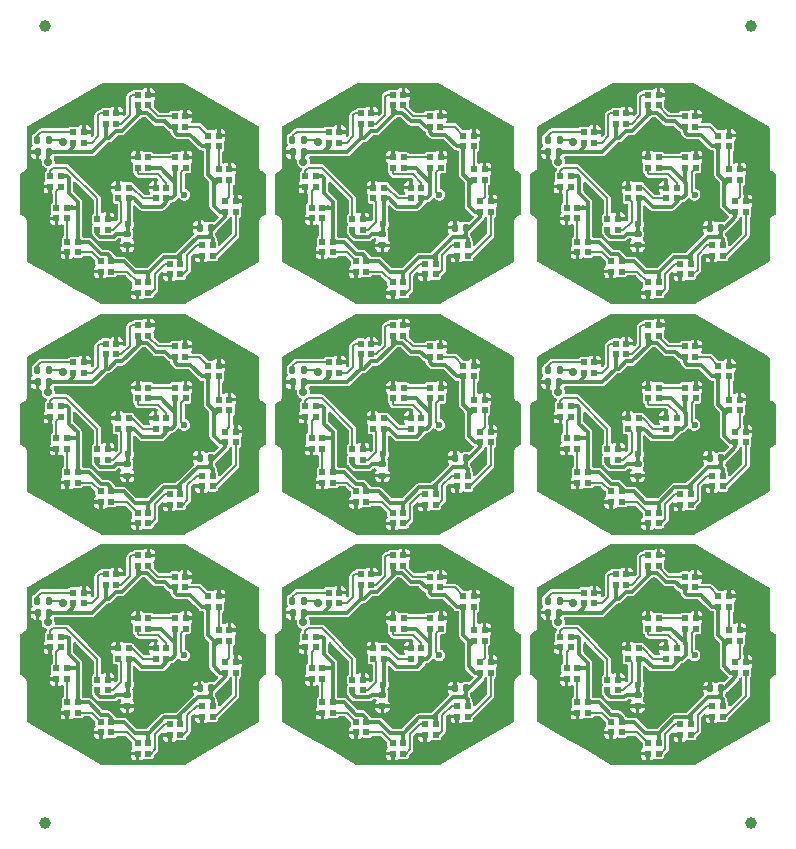
<source format=gbr>
%TF.GenerationSoftware,KiCad,Pcbnew,8.0.4*%
%TF.CreationDate,2024-10-17T13:06:50+11:00*%
%TF.ProjectId,panel,70616e65-6c2e-46b6-9963-61645f706362,rev?*%
%TF.SameCoordinates,Original*%
%TF.FileFunction,Copper,L1,Top*%
%TF.FilePolarity,Positive*%
%FSLAX46Y46*%
G04 Gerber Fmt 4.6, Leading zero omitted, Abs format (unit mm)*
G04 Created by KiCad (PCBNEW 8.0.4) date 2024-10-17 13:06:50*
%MOMM*%
%LPD*%
G01*
G04 APERTURE LIST*
G04 Aperture macros list*
%AMRoundRect*
0 Rectangle with rounded corners*
0 $1 Rounding radius*
0 $2 $3 $4 $5 $6 $7 $8 $9 X,Y pos of 4 corners*
0 Add a 4 corners polygon primitive as box body*
4,1,4,$2,$3,$4,$5,$6,$7,$8,$9,$2,$3,0*
0 Add four circle primitives for the rounded corners*
1,1,$1+$1,$2,$3*
1,1,$1+$1,$4,$5*
1,1,$1+$1,$6,$7*
1,1,$1+$1,$8,$9*
0 Add four rect primitives between the rounded corners*
20,1,$1+$1,$2,$3,$4,$5,0*
20,1,$1+$1,$4,$5,$6,$7,0*
20,1,$1+$1,$6,$7,$8,$9,0*
20,1,$1+$1,$8,$9,$2,$3,0*%
G04 Aperture macros list end*
%TA.AperFunction,SMDPad,CuDef*%
%ADD10R,0.500000X0.500000*%
%TD*%
%TA.AperFunction,SMDPad,CuDef*%
%ADD11RoundRect,0.140000X-0.140000X-0.170000X0.140000X-0.170000X0.140000X0.170000X-0.140000X0.170000X0*%
%TD*%
%TA.AperFunction,SMDPad,CuDef*%
%ADD12C,1.000000*%
%TD*%
%TA.AperFunction,SMDPad,CuDef*%
%ADD13RoundRect,0.140000X0.170000X-0.140000X0.170000X0.140000X-0.170000X0.140000X-0.170000X-0.140000X0*%
%TD*%
%TA.AperFunction,SMDPad,CuDef*%
%ADD14RoundRect,0.135000X0.135000X0.185000X-0.135000X0.185000X-0.135000X-0.185000X0.135000X-0.185000X0*%
%TD*%
%TA.AperFunction,ViaPad*%
%ADD15C,0.600000*%
%TD*%
%TA.AperFunction,ViaPad*%
%ADD16C,0.700000*%
%TD*%
%TA.AperFunction,Conductor*%
%ADD17C,0.300000*%
%TD*%
%TA.AperFunction,Conductor*%
%ADD18C,0.200000*%
%TD*%
G04 APERTURE END LIST*
D10*
%TO.P,D11,1,DIN*%
%TO.N,Board_5-Net-(D10-DOUT)*%
X58325000Y-42834347D03*
%TO.P,D11,2,VDD*%
%TO.N,Board_5-+5V*%
X58325000Y-41934347D03*
%TO.P,D11,3,DOUT*%
%TO.N,Board_5-Net-(D11-DOUT)*%
X57425000Y-41934347D03*
%TO.P,D11,4,GND*%
%TO.N,Board_5-GND*%
X57425000Y-42834347D03*
%TD*%
%TO.P,D2,1,DIN*%
%TO.N,Board_3-Net-(D1-DOUT)*%
X14631250Y-29431105D03*
%TO.P,D2,2,VDD*%
%TO.N,Board_3-+5V*%
X14631250Y-30331105D03*
%TO.P,D2,3,DOUT*%
%TO.N,Board_3-Net-(D2-DOUT)*%
X15531250Y-30331105D03*
%TO.P,D2,4,GND*%
%TO.N,Board_3-GND*%
X15531250Y-29431105D03*
%TD*%
%TO.P,D14,1,DIN*%
%TO.N,Board_1-Net-(D13-DOUT)*%
X32443750Y-16130422D03*
%TO.P,D14,2,VDD*%
%TO.N,Board_1-+5V*%
X32443750Y-15230422D03*
%TO.P,D14,3,DOUT*%
%TO.N,Board_1-Net-(D14-DOUT)*%
X31543750Y-15230422D03*
%TO.P,D14,4,GND*%
%TO.N,Board_1-GND*%
X31543750Y-16130422D03*
%TD*%
D11*
%TO.P,C2,1*%
%TO.N,Board_6-GND*%
X22596000Y-58602000D03*
%TO.P,C2,2*%
%TO.N,Board_6-+5V*%
X23556000Y-58602000D03*
%TD*%
D12*
%TO.P,KiKit_FID_T_3,*%
%TO.N,*%
X9500000Y-70000000D03*
%TD*%
D10*
%TO.P,D10,1,DIN*%
%TO.N,Board_0-Net-(D10-DIN)*%
X18250000Y-25138566D03*
%TO.P,D10,2,VDD*%
%TO.N,Board_0-+5V*%
X18250000Y-24238566D03*
%TO.P,D10,3,DOUT*%
%TO.N,Board_0-Net-(D10-DOUT)*%
X17350000Y-24238566D03*
%TO.P,D10,4,GND*%
%TO.N,Board_0-GND*%
X17350000Y-25138566D03*
%TD*%
%TO.P,D3,1,DIN*%
%TO.N,Board_3-Net-(D2-DOUT)*%
X17350000Y-27861434D03*
%TO.P,D3,2,VDD*%
%TO.N,Board_3-+5V*%
X17350000Y-28761434D03*
%TO.P,D3,3,DOUT*%
%TO.N,Board_3-Net-(D3-DOUT)*%
X18250000Y-28761434D03*
%TO.P,D3,4,GND*%
%TO.N,Board_3-GND*%
X18250000Y-27861434D03*
%TD*%
%TO.P,D8,1,DIN*%
%TO.N,Board_0-Net-(D7-DOUT)*%
X23687500Y-21999224D03*
%TO.P,D8,2,VDD*%
%TO.N,Board_0-+5V*%
X23687500Y-21099224D03*
%TO.P,D8,3,DOUT*%
%TO.N,Board_0-Net-(D8-DOUT)*%
X22787500Y-21099224D03*
%TO.P,D8,4,GND*%
%TO.N,Board_0-GND*%
X22787500Y-21999224D03*
%TD*%
%TO.P,D17,1,DIN*%
%TO.N,Board_2-Net-(D16-DOUT)*%
X62076664Y-17118005D03*
%TO.P,D17,2,VDD*%
%TO.N,Board_2-+5V*%
X62976664Y-17118005D03*
%TO.P,D17,3,DOUT*%
%TO.N,Board_2-Net-(D17-DOUT)*%
X62976664Y-16218005D03*
%TO.P,D17,4,GND*%
%TO.N,Board_2-GND*%
X62076664Y-16218005D03*
%TD*%
D11*
%TO.P,C1,1*%
%TO.N,Board_0-GND*%
X8880000Y-13194000D03*
%TO.P,C1,2*%
%TO.N,Board_0-+5V*%
X9840000Y-13194000D03*
%TD*%
D10*
%TO.P,D3,1,DIN*%
%TO.N,Board_7-Net-(D2-DOUT)*%
X38950000Y-47361434D03*
%TO.P,D3,2,VDD*%
%TO.N,Board_7-+5V*%
X38950000Y-48261434D03*
%TO.P,D3,3,DOUT*%
%TO.N,Board_7-Net-(D3-DOUT)*%
X39850000Y-48261434D03*
%TO.P,D3,4,GND*%
%TO.N,Board_7-GND*%
X39850000Y-47361434D03*
%TD*%
%TO.P,D12,1,DIN*%
%TO.N,Board_5-Net-(D11-DOUT)*%
X55481250Y-41192507D03*
%TO.P,D12,2,VDD*%
%TO.N,Board_5-+5V*%
X55481250Y-40292507D03*
%TO.P,D12,3,DOUT*%
%TO.N,Board_5-Net-(D12-DOUT)*%
X54581250Y-40292507D03*
%TO.P,D12,4,GND*%
%TO.N,Board_5-GND*%
X54581250Y-41192507D03*
%TD*%
%TO.P,D13,1,DIN*%
%TO.N,Board_7-Net-(D12-DOUT)*%
X32975000Y-57830274D03*
%TO.P,D13,2,VDD*%
%TO.N,Board_7-+5V*%
X32975000Y-56930274D03*
%TO.P,D13,3,DOUT*%
%TO.N,Board_7-Net-(D13-DOUT)*%
X32075000Y-56930274D03*
%TO.P,D13,4,GND*%
%TO.N,Board_7-GND*%
X32075000Y-57830274D03*
%TD*%
%TO.P,D9,1,DIN*%
%TO.N,Board_7-Net-(D8-DOUT)*%
X42568750Y-62568895D03*
%TO.P,D9,2,VDD*%
%TO.N,Board_7-+5V*%
X42568750Y-61668895D03*
%TO.P,D9,3,DOUT*%
%TO.N,Board_7-Net-(D10-DIN)*%
X41668750Y-61668895D03*
%TO.P,D9,4,GND*%
%TO.N,Board_7-GND*%
X41668750Y-62568895D03*
%TD*%
%TO.P,D4,1,DIN*%
%TO.N,Board_8-Net-(D3-DOUT)*%
X63675000Y-49165653D03*
%TO.P,D4,2,VDD*%
%TO.N,Board_8-+5V*%
X63675000Y-50065653D03*
%TO.P,D4,3,DOUT*%
%TO.N,Board_8-Net-(D4-DOUT)*%
X64575000Y-50065653D03*
%TO.P,D4,4,GND*%
%TO.N,Board_8-GND*%
X64575000Y-49165653D03*
%TD*%
%TO.P,D16,1,DIN*%
%TO.N,Board_4-Net-(D15-DOUT)*%
X37275357Y-36618005D03*
%TO.P,D16,2,VDD*%
%TO.N,Board_4-+5V*%
X38175357Y-36618005D03*
%TO.P,D16,3,DOUT*%
%TO.N,Board_4-Net-(D16-DOUT)*%
X38175357Y-35718005D03*
%TO.P,D16,4,GND*%
%TO.N,Board_4-GND*%
X37275357Y-35718005D03*
%TD*%
%TO.P,D2,1,DIN*%
%TO.N,Board_5-Net-(D1-DOUT)*%
X57831250Y-29431105D03*
%TO.P,D2,2,VDD*%
%TO.N,Board_5-+5V*%
X57831250Y-30331105D03*
%TO.P,D2,3,DOUT*%
%TO.N,Board_5-Net-(D2-DOUT)*%
X58731250Y-30331105D03*
%TO.P,D2,4,GND*%
%TO.N,Board_5-GND*%
X58731250Y-29431105D03*
%TD*%
%TO.P,D16,1,DIN*%
%TO.N,Board_7-Net-(D15-DOUT)*%
X37275357Y-56118005D03*
%TO.P,D16,2,VDD*%
%TO.N,Board_7-+5V*%
X38175357Y-56118005D03*
%TO.P,D16,3,DOUT*%
%TO.N,Board_7-Net-(D16-DOUT)*%
X38175357Y-55218005D03*
%TO.P,D16,4,GND*%
%TO.N,Board_7-GND*%
X37275357Y-55218005D03*
%TD*%
D11*
%TO.P,C1,1*%
%TO.N,Board_7-GND*%
X30480000Y-52194000D03*
%TO.P,C1,2*%
%TO.N,Board_7-+5V*%
X31440000Y-52194000D03*
%TD*%
D10*
%TO.P,D1,1,DIN*%
%TO.N,Board_0-Net-(D1-DIN)*%
X11912500Y-11500776D03*
%TO.P,D1,2,VDD*%
%TO.N,Board_0-+5V*%
X11912500Y-12400776D03*
%TO.P,D1,3,DOUT*%
%TO.N,Board_0-Net-(D1-DOUT)*%
X12812500Y-12400776D03*
%TO.P,D1,4,GND*%
%TO.N,Board_0-GND*%
X12812500Y-11500776D03*
%TD*%
%TO.P,D6,1,DIN*%
%TO.N,Board_7-Net-(D5-DOUT)*%
X45825000Y-53669726D03*
%TO.P,D6,2,VDD*%
%TO.N,Board_7-+5V*%
X45825000Y-54569726D03*
%TO.P,D6,3,DOUT*%
%TO.N,Board_7-Net-(D6-DOUT)*%
X46725000Y-54569726D03*
%TO.P,D6,4,GND*%
%TO.N,Board_7-GND*%
X46725000Y-53669726D03*
%TD*%
%TO.P,D16,1,DIN*%
%TO.N,Board_3-Net-(D15-DOUT)*%
X15675357Y-36618005D03*
%TO.P,D16,2,VDD*%
%TO.N,Board_3-+5V*%
X16575357Y-36618005D03*
%TO.P,D16,3,DOUT*%
%TO.N,Board_3-Net-(D16-DOUT)*%
X16575357Y-35718005D03*
%TO.P,D16,4,GND*%
%TO.N,Board_3-GND*%
X15675357Y-35718005D03*
%TD*%
%TO.P,D17,1,DIN*%
%TO.N,Board_3-Net-(D16-DOUT)*%
X18876664Y-36618005D03*
%TO.P,D17,2,VDD*%
%TO.N,Board_3-+5V*%
X19776664Y-36618005D03*
%TO.P,D17,3,DOUT*%
%TO.N,Board_3-Net-(D17-DOUT)*%
X19776664Y-35718005D03*
%TO.P,D17,4,GND*%
%TO.N,Board_3-GND*%
X18876664Y-35718005D03*
%TD*%
%TO.P,D15,1,DIN*%
%TO.N,Board_1-Net-(D14-DOUT)*%
X35527837Y-18872522D03*
%TO.P,D15,2,VDD*%
%TO.N,Board_1-+5V*%
X35527837Y-19772522D03*
%TO.P,D15,3,DOUT*%
%TO.N,Board_1-Net-(D15-DOUT)*%
X36427837Y-19772522D03*
%TO.P,D15,4,GND*%
%TO.N,Board_1-GND*%
X36427837Y-18872522D03*
%TD*%
%TO.P,D10,1,DIN*%
%TO.N,Board_2-Net-(D10-DIN)*%
X61450000Y-25138566D03*
%TO.P,D10,2,VDD*%
%TO.N,Board_2-+5V*%
X61450000Y-24238566D03*
%TO.P,D10,3,DOUT*%
%TO.N,Board_2-Net-(D10-DOUT)*%
X60550000Y-24238566D03*
%TO.P,D10,4,GND*%
%TO.N,Board_2-GND*%
X60550000Y-25138566D03*
%TD*%
%TO.P,D5,1,DIN*%
%TO.N,Board_8-Net-(D4-DOUT)*%
X66518750Y-50807493D03*
%TO.P,D5,2,VDD*%
%TO.N,Board_8-+5V*%
X66518750Y-51707493D03*
%TO.P,D5,3,DOUT*%
%TO.N,Board_8-Net-(D5-DOUT)*%
X67418750Y-51707493D03*
%TO.P,D5,4,GND*%
%TO.N,Board_8-GND*%
X67418750Y-50807493D03*
%TD*%
%TO.P,D19,1,DIN*%
%TO.N,Board_5-Net-(D18-DOUT)*%
X63711190Y-33151132D03*
%TO.P,D19,2,VDD*%
%TO.N,Board_5-+5V*%
X63711190Y-34051132D03*
%TO.P,D19,3,DOUT*%
%TO.N,Board_5-DOUT*%
X64611190Y-34051132D03*
%TO.P,D19,4,GND*%
%TO.N,Board_5-GND*%
X64611190Y-33151132D03*
%TD*%
%TO.P,D4,1,DIN*%
%TO.N,Board_7-Net-(D3-DOUT)*%
X42075000Y-49165653D03*
%TO.P,D4,2,VDD*%
%TO.N,Board_7-+5V*%
X42075000Y-50065653D03*
%TO.P,D4,3,DOUT*%
%TO.N,Board_7-Net-(D4-DOUT)*%
X42975000Y-50065653D03*
%TO.P,D4,4,GND*%
%TO.N,Board_7-GND*%
X42975000Y-49165653D03*
%TD*%
%TO.P,D19,1,DIN*%
%TO.N,Board_8-Net-(D18-DOUT)*%
X63711190Y-52651132D03*
%TO.P,D19,2,VDD*%
%TO.N,Board_8-+5V*%
X63711190Y-53551132D03*
%TO.P,D19,3,DOUT*%
%TO.N,Board_8-DOUT*%
X64611190Y-53551132D03*
%TO.P,D19,4,GND*%
%TO.N,Board_8-GND*%
X64611190Y-52651132D03*
%TD*%
%TO.P,D18,1,DIN*%
%TO.N,Board_4-Net-(D17-DOUT)*%
X38965165Y-34051132D03*
%TO.P,D18,2,VDD*%
%TO.N,Board_4-+5V*%
X39865165Y-34051132D03*
%TO.P,D18,3,DOUT*%
%TO.N,Board_4-Net-(D18-DOUT)*%
X39865165Y-33151132D03*
%TO.P,D18,4,GND*%
%TO.N,Board_4-GND*%
X38965165Y-33151132D03*
%TD*%
%TO.P,D4,1,DIN*%
%TO.N,Board_0-Net-(D3-DOUT)*%
X20475000Y-10165653D03*
%TO.P,D4,2,VDD*%
%TO.N,Board_0-+5V*%
X20475000Y-11065653D03*
%TO.P,D4,3,DOUT*%
%TO.N,Board_0-Net-(D4-DOUT)*%
X21375000Y-11065653D03*
%TO.P,D4,4,GND*%
%TO.N,Board_0-GND*%
X21375000Y-10165653D03*
%TD*%
%TO.P,D17,1,DIN*%
%TO.N,Board_0-Net-(D16-DOUT)*%
X18876664Y-17118005D03*
%TO.P,D17,2,VDD*%
%TO.N,Board_0-+5V*%
X19776664Y-17118005D03*
%TO.P,D17,3,DOUT*%
%TO.N,Board_0-Net-(D17-DOUT)*%
X19776664Y-16218005D03*
%TO.P,D17,4,GND*%
%TO.N,Board_0-GND*%
X18876664Y-16218005D03*
%TD*%
%TO.P,D17,1,DIN*%
%TO.N,Board_5-Net-(D16-DOUT)*%
X62076664Y-36618005D03*
%TO.P,D17,2,VDD*%
%TO.N,Board_5-+5V*%
X62976664Y-36618005D03*
%TO.P,D17,3,DOUT*%
%TO.N,Board_5-Net-(D17-DOUT)*%
X62976664Y-35718005D03*
%TO.P,D17,4,GND*%
%TO.N,Board_5-GND*%
X62076664Y-35718005D03*
%TD*%
%TO.P,D16,1,DIN*%
%TO.N,Board_1-Net-(D15-DOUT)*%
X37275357Y-17118005D03*
%TO.P,D16,2,VDD*%
%TO.N,Board_1-+5V*%
X38175357Y-17118005D03*
%TO.P,D16,3,DOUT*%
%TO.N,Board_1-Net-(D16-DOUT)*%
X38175357Y-16218005D03*
%TO.P,D16,4,GND*%
%TO.N,Board_1-GND*%
X37275357Y-16218005D03*
%TD*%
%TO.P,D5,1,DIN*%
%TO.N,Board_0-Net-(D4-DOUT)*%
X23318750Y-11807493D03*
%TO.P,D5,2,VDD*%
%TO.N,Board_0-+5V*%
X23318750Y-12707493D03*
%TO.P,D5,3,DOUT*%
%TO.N,Board_0-Net-(D5-DOUT)*%
X24218750Y-12707493D03*
%TO.P,D5,4,GND*%
%TO.N,Board_0-GND*%
X24218750Y-11807493D03*
%TD*%
%TO.P,D1,1,DIN*%
%TO.N,Board_4-Net-(D1-DIN)*%
X33512500Y-31000776D03*
%TO.P,D1,2,VDD*%
%TO.N,Board_4-+5V*%
X33512500Y-31900776D03*
%TO.P,D1,3,DOUT*%
%TO.N,Board_4-Net-(D1-DOUT)*%
X34412500Y-31900776D03*
%TO.P,D1,4,GND*%
%TO.N,Board_4-GND*%
X34412500Y-31000776D03*
%TD*%
%TO.P,D5,1,DIN*%
%TO.N,Board_7-Net-(D4-DOUT)*%
X44918750Y-50807493D03*
%TO.P,D5,2,VDD*%
%TO.N,Board_7-+5V*%
X44918750Y-51707493D03*
%TO.P,D5,3,DOUT*%
%TO.N,Board_7-Net-(D5-DOUT)*%
X45818750Y-51707493D03*
%TO.P,D5,4,GND*%
%TO.N,Board_7-GND*%
X45818750Y-50807493D03*
%TD*%
D13*
%TO.P,C3,1*%
%TO.N,Board_8-GND*%
X59672000Y-60098000D03*
%TO.P,C3,2*%
%TO.N,Board_8-+5V*%
X59672000Y-59138000D03*
%TD*%
D10*
%TO.P,D14,1,DIN*%
%TO.N,Board_6-Net-(D13-DOUT)*%
X10843750Y-55130422D03*
%TO.P,D14,2,VDD*%
%TO.N,Board_6-+5V*%
X10843750Y-54230422D03*
%TO.P,D14,3,DOUT*%
%TO.N,Board_6-Net-(D14-DOUT)*%
X9943750Y-54230422D03*
%TO.P,D14,4,GND*%
%TO.N,Board_6-GND*%
X9943750Y-55130422D03*
%TD*%
%TO.P,D9,1,DIN*%
%TO.N,Board_3-Net-(D8-DOUT)*%
X20968750Y-43068895D03*
%TO.P,D9,2,VDD*%
%TO.N,Board_3-+5V*%
X20968750Y-42168895D03*
%TO.P,D9,3,DOUT*%
%TO.N,Board_3-Net-(D10-DIN)*%
X20068750Y-42168895D03*
%TO.P,D9,4,GND*%
%TO.N,Board_3-GND*%
X20068750Y-43068895D03*
%TD*%
%TO.P,D14,1,DIN*%
%TO.N,Board_3-Net-(D13-DOUT)*%
X10843750Y-35630422D03*
%TO.P,D14,2,VDD*%
%TO.N,Board_3-+5V*%
X10843750Y-34730422D03*
%TO.P,D14,3,DOUT*%
%TO.N,Board_3-Net-(D14-DOUT)*%
X9943750Y-34730422D03*
%TO.P,D14,4,GND*%
%TO.N,Board_3-GND*%
X9943750Y-35630422D03*
%TD*%
D11*
%TO.P,C1,1*%
%TO.N,Board_2-GND*%
X52080000Y-13194000D03*
%TO.P,C1,2*%
%TO.N,Board_2-+5V*%
X53040000Y-13194000D03*
%TD*%
D10*
%TO.P,D18,1,DIN*%
%TO.N,Board_8-Net-(D17-DOUT)*%
X60565165Y-53551132D03*
%TO.P,D18,2,VDD*%
%TO.N,Board_8-+5V*%
X61465165Y-53551132D03*
%TO.P,D18,3,DOUT*%
%TO.N,Board_8-Net-(D18-DOUT)*%
X61465165Y-52651132D03*
%TO.P,D18,4,GND*%
%TO.N,Board_8-GND*%
X60565165Y-52651132D03*
%TD*%
%TO.P,D2,1,DIN*%
%TO.N,Board_7-Net-(D1-DOUT)*%
X36231250Y-48931105D03*
%TO.P,D2,2,VDD*%
%TO.N,Board_7-+5V*%
X36231250Y-49831105D03*
%TO.P,D2,3,DOUT*%
%TO.N,Board_7-Net-(D2-DOUT)*%
X37131250Y-49831105D03*
%TO.P,D2,4,GND*%
%TO.N,Board_7-GND*%
X37131250Y-48931105D03*
%TD*%
D14*
%TO.P,R1,1*%
%TO.N,Board_2-Net-(D1-DIN)*%
X53070000Y-12178000D03*
%TO.P,R1,2*%
%TO.N,Board_2-DIN*%
X52050000Y-12178000D03*
%TD*%
D10*
%TO.P,D18,1,DIN*%
%TO.N,Board_2-Net-(D17-DOUT)*%
X60565165Y-14551132D03*
%TO.P,D18,2,VDD*%
%TO.N,Board_2-+5V*%
X61465165Y-14551132D03*
%TO.P,D18,3,DOUT*%
%TO.N,Board_2-Net-(D18-DOUT)*%
X61465165Y-13651132D03*
%TO.P,D18,4,GND*%
%TO.N,Board_2-GND*%
X60565165Y-13651132D03*
%TD*%
%TO.P,D11,1,DIN*%
%TO.N,Board_8-Net-(D10-DOUT)*%
X58325000Y-62334347D03*
%TO.P,D11,2,VDD*%
%TO.N,Board_8-+5V*%
X58325000Y-61434347D03*
%TO.P,D11,3,DOUT*%
%TO.N,Board_8-Net-(D11-DOUT)*%
X57425000Y-61434347D03*
%TO.P,D11,4,GND*%
%TO.N,Board_8-GND*%
X57425000Y-62334347D03*
%TD*%
%TO.P,D15,1,DIN*%
%TO.N,Board_0-Net-(D14-DOUT)*%
X13927837Y-18872522D03*
%TO.P,D15,2,VDD*%
%TO.N,Board_0-+5V*%
X13927837Y-19772522D03*
%TO.P,D15,3,DOUT*%
%TO.N,Board_0-Net-(D15-DOUT)*%
X14827837Y-19772522D03*
%TO.P,D15,4,GND*%
%TO.N,Board_0-GND*%
X14827837Y-18872522D03*
%TD*%
%TO.P,D16,1,DIN*%
%TO.N,Board_5-Net-(D15-DOUT)*%
X58875357Y-36618005D03*
%TO.P,D16,2,VDD*%
%TO.N,Board_5-+5V*%
X59775357Y-36618005D03*
%TO.P,D16,3,DOUT*%
%TO.N,Board_5-Net-(D16-DOUT)*%
X59775357Y-35718005D03*
%TO.P,D16,4,GND*%
%TO.N,Board_5-GND*%
X58875357Y-35718005D03*
%TD*%
D14*
%TO.P,R1,1*%
%TO.N,Board_6-Net-(D1-DIN)*%
X9870000Y-51178000D03*
%TO.P,R1,2*%
%TO.N,Board_6-DIN*%
X8850000Y-51178000D03*
%TD*%
D10*
%TO.P,D5,1,DIN*%
%TO.N,Board_2-Net-(D4-DOUT)*%
X66518750Y-11807493D03*
%TO.P,D5,2,VDD*%
%TO.N,Board_2-+5V*%
X66518750Y-12707493D03*
%TO.P,D5,3,DOUT*%
%TO.N,Board_2-Net-(D5-DOUT)*%
X67418750Y-12707493D03*
%TO.P,D5,4,GND*%
%TO.N,Board_2-GND*%
X67418750Y-11807493D03*
%TD*%
%TO.P,D15,1,DIN*%
%TO.N,Board_7-Net-(D14-DOUT)*%
X35527837Y-57872522D03*
%TO.P,D15,2,VDD*%
%TO.N,Board_7-+5V*%
X35527837Y-58772522D03*
%TO.P,D15,3,DOUT*%
%TO.N,Board_7-Net-(D15-DOUT)*%
X36427837Y-58772522D03*
%TO.P,D15,4,GND*%
%TO.N,Board_7-GND*%
X36427837Y-57872522D03*
%TD*%
%TO.P,D13,1,DIN*%
%TO.N,Board_4-Net-(D12-DOUT)*%
X32975000Y-38330274D03*
%TO.P,D13,2,VDD*%
%TO.N,Board_4-+5V*%
X32975000Y-37430274D03*
%TO.P,D13,3,DOUT*%
%TO.N,Board_4-Net-(D13-DOUT)*%
X32075000Y-37430274D03*
%TO.P,D13,4,GND*%
%TO.N,Board_4-GND*%
X32075000Y-38330274D03*
%TD*%
%TO.P,D16,1,DIN*%
%TO.N,Board_2-Net-(D15-DOUT)*%
X58875357Y-17118005D03*
%TO.P,D16,2,VDD*%
%TO.N,Board_2-+5V*%
X59775357Y-17118005D03*
%TO.P,D16,3,DOUT*%
%TO.N,Board_2-Net-(D16-DOUT)*%
X59775357Y-16218005D03*
%TO.P,D16,4,GND*%
%TO.N,Board_2-GND*%
X58875357Y-16218005D03*
%TD*%
D14*
%TO.P,R1,1*%
%TO.N,Board_0-Net-(D1-DIN)*%
X9870000Y-12178000D03*
%TO.P,R1,2*%
%TO.N,Board_0-DIN*%
X8850000Y-12178000D03*
%TD*%
D10*
%TO.P,D19,1,DIN*%
%TO.N,Board_2-Net-(D18-DOUT)*%
X63711190Y-13651132D03*
%TO.P,D19,2,VDD*%
%TO.N,Board_2-+5V*%
X63711190Y-14551132D03*
%TO.P,D19,3,DOUT*%
%TO.N,Board_2-DOUT*%
X64611190Y-14551132D03*
%TO.P,D19,4,GND*%
%TO.N,Board_2-GND*%
X64611190Y-13651132D03*
%TD*%
%TO.P,D8,1,DIN*%
%TO.N,Board_1-Net-(D7-DOUT)*%
X45287500Y-21999224D03*
%TO.P,D8,2,VDD*%
%TO.N,Board_1-+5V*%
X45287500Y-21099224D03*
%TO.P,D8,3,DOUT*%
%TO.N,Board_1-Net-(D8-DOUT)*%
X44387500Y-21099224D03*
%TO.P,D8,4,GND*%
%TO.N,Board_1-GND*%
X44387500Y-21999224D03*
%TD*%
D13*
%TO.P,C3,1*%
%TO.N,Board_0-GND*%
X16472000Y-21098000D03*
%TO.P,C3,2*%
%TO.N,Board_0-+5V*%
X16472000Y-20138000D03*
%TD*%
D14*
%TO.P,R1,1*%
%TO.N,Board_7-Net-(D1-DIN)*%
X31470000Y-51178000D03*
%TO.P,R1,2*%
%TO.N,Board_7-DIN*%
X30450000Y-51178000D03*
%TD*%
D11*
%TO.P,C2,1*%
%TO.N,Board_4-GND*%
X44196000Y-39102000D03*
%TO.P,C2,2*%
%TO.N,Board_4-+5V*%
X45156000Y-39102000D03*
%TD*%
D10*
%TO.P,D17,1,DIN*%
%TO.N,Board_8-Net-(D16-DOUT)*%
X62076664Y-56118005D03*
%TO.P,D17,2,VDD*%
%TO.N,Board_8-+5V*%
X62976664Y-56118005D03*
%TO.P,D17,3,DOUT*%
%TO.N,Board_8-Net-(D17-DOUT)*%
X62976664Y-55218005D03*
%TO.P,D17,4,GND*%
%TO.N,Board_8-GND*%
X62076664Y-55218005D03*
%TD*%
%TO.P,D18,1,DIN*%
%TO.N,Board_3-Net-(D17-DOUT)*%
X17365165Y-34051132D03*
%TO.P,D18,2,VDD*%
%TO.N,Board_3-+5V*%
X18265165Y-34051132D03*
%TO.P,D18,3,DOUT*%
%TO.N,Board_3-Net-(D18-DOUT)*%
X18265165Y-33151132D03*
%TO.P,D18,4,GND*%
%TO.N,Board_3-GND*%
X17365165Y-33151132D03*
%TD*%
%TO.P,D11,1,DIN*%
%TO.N,Board_0-Net-(D10-DOUT)*%
X15125000Y-23334347D03*
%TO.P,D11,2,VDD*%
%TO.N,Board_0-+5V*%
X15125000Y-22434347D03*
%TO.P,D11,3,DOUT*%
%TO.N,Board_0-Net-(D11-DOUT)*%
X14225000Y-22434347D03*
%TO.P,D11,4,GND*%
%TO.N,Board_0-GND*%
X14225000Y-23334347D03*
%TD*%
%TO.P,D2,1,DIN*%
%TO.N,Board_4-Net-(D1-DOUT)*%
X36231250Y-29431105D03*
%TO.P,D2,2,VDD*%
%TO.N,Board_4-+5V*%
X36231250Y-30331105D03*
%TO.P,D2,3,DOUT*%
%TO.N,Board_4-Net-(D2-DOUT)*%
X37131250Y-30331105D03*
%TO.P,D2,4,GND*%
%TO.N,Board_4-GND*%
X37131250Y-29431105D03*
%TD*%
%TO.P,D12,1,DIN*%
%TO.N,Board_2-Net-(D11-DOUT)*%
X55481250Y-21692507D03*
%TO.P,D12,2,VDD*%
%TO.N,Board_2-+5V*%
X55481250Y-20792507D03*
%TO.P,D12,3,DOUT*%
%TO.N,Board_2-Net-(D12-DOUT)*%
X54581250Y-20792507D03*
%TO.P,D12,4,GND*%
%TO.N,Board_2-GND*%
X54581250Y-21692507D03*
%TD*%
%TO.P,D6,1,DIN*%
%TO.N,Board_3-Net-(D5-DOUT)*%
X24225000Y-34169726D03*
%TO.P,D6,2,VDD*%
%TO.N,Board_3-+5V*%
X24225000Y-35069726D03*
%TO.P,D6,3,DOUT*%
%TO.N,Board_3-Net-(D6-DOUT)*%
X25125000Y-35069726D03*
%TO.P,D6,4,GND*%
%TO.N,Board_3-GND*%
X25125000Y-34169726D03*
%TD*%
%TO.P,D9,1,DIN*%
%TO.N,Board_5-Net-(D8-DOUT)*%
X64168750Y-43068895D03*
%TO.P,D9,2,VDD*%
%TO.N,Board_5-+5V*%
X64168750Y-42168895D03*
%TO.P,D9,3,DOUT*%
%TO.N,Board_5-Net-(D10-DIN)*%
X63268750Y-42168895D03*
%TO.P,D9,4,GND*%
%TO.N,Board_5-GND*%
X63268750Y-43068895D03*
%TD*%
%TO.P,D10,1,DIN*%
%TO.N,Board_3-Net-(D10-DIN)*%
X18250000Y-44638566D03*
%TO.P,D10,2,VDD*%
%TO.N,Board_3-+5V*%
X18250000Y-43738566D03*
%TO.P,D10,3,DOUT*%
%TO.N,Board_3-Net-(D10-DOUT)*%
X17350000Y-43738566D03*
%TO.P,D10,4,GND*%
%TO.N,Board_3-GND*%
X17350000Y-44638566D03*
%TD*%
%TO.P,D13,1,DIN*%
%TO.N,Board_6-Net-(D12-DOUT)*%
X11375000Y-57830274D03*
%TO.P,D13,2,VDD*%
%TO.N,Board_6-+5V*%
X11375000Y-56930274D03*
%TO.P,D13,3,DOUT*%
%TO.N,Board_6-Net-(D13-DOUT)*%
X10475000Y-56930274D03*
%TO.P,D13,4,GND*%
%TO.N,Board_6-GND*%
X10475000Y-57830274D03*
%TD*%
%TO.P,D15,1,DIN*%
%TO.N,Board_5-Net-(D14-DOUT)*%
X57127837Y-38372522D03*
%TO.P,D15,2,VDD*%
%TO.N,Board_5-+5V*%
X57127837Y-39272522D03*
%TO.P,D15,3,DOUT*%
%TO.N,Board_5-Net-(D15-DOUT)*%
X58027837Y-39272522D03*
%TO.P,D15,4,GND*%
%TO.N,Board_5-GND*%
X58027837Y-38372522D03*
%TD*%
%TO.P,D3,1,DIN*%
%TO.N,Board_8-Net-(D2-DOUT)*%
X60550000Y-47361434D03*
%TO.P,D3,2,VDD*%
%TO.N,Board_8-+5V*%
X60550000Y-48261434D03*
%TO.P,D3,3,DOUT*%
%TO.N,Board_8-Net-(D3-DOUT)*%
X61450000Y-48261434D03*
%TO.P,D3,4,GND*%
%TO.N,Board_8-GND*%
X61450000Y-47361434D03*
%TD*%
%TO.P,D6,1,DIN*%
%TO.N,Board_4-Net-(D5-DOUT)*%
X45825000Y-34169726D03*
%TO.P,D6,2,VDD*%
%TO.N,Board_4-+5V*%
X45825000Y-35069726D03*
%TO.P,D6,3,DOUT*%
%TO.N,Board_4-Net-(D6-DOUT)*%
X46725000Y-35069726D03*
%TO.P,D6,4,GND*%
%TO.N,Board_4-GND*%
X46725000Y-34169726D03*
%TD*%
%TO.P,D10,1,DIN*%
%TO.N,Board_8-Net-(D10-DIN)*%
X61450000Y-64138566D03*
%TO.P,D10,2,VDD*%
%TO.N,Board_8-+5V*%
X61450000Y-63238566D03*
%TO.P,D10,3,DOUT*%
%TO.N,Board_8-Net-(D10-DOUT)*%
X60550000Y-63238566D03*
%TO.P,D10,4,GND*%
%TO.N,Board_8-GND*%
X60550000Y-64138566D03*
%TD*%
%TO.P,D4,1,DIN*%
%TO.N,Board_2-Net-(D3-DOUT)*%
X63675000Y-10165653D03*
%TO.P,D4,2,VDD*%
%TO.N,Board_2-+5V*%
X63675000Y-11065653D03*
%TO.P,D4,3,DOUT*%
%TO.N,Board_2-Net-(D4-DOUT)*%
X64575000Y-11065653D03*
%TO.P,D4,4,GND*%
%TO.N,Board_2-GND*%
X64575000Y-10165653D03*
%TD*%
D14*
%TO.P,R1,1*%
%TO.N,Board_5-Net-(D1-DIN)*%
X53070000Y-31678000D03*
%TO.P,R1,2*%
%TO.N,Board_5-DIN*%
X52050000Y-31678000D03*
%TD*%
D10*
%TO.P,D6,1,DIN*%
%TO.N,Board_5-Net-(D5-DOUT)*%
X67425000Y-34169726D03*
%TO.P,D6,2,VDD*%
%TO.N,Board_5-+5V*%
X67425000Y-35069726D03*
%TO.P,D6,3,DOUT*%
%TO.N,Board_5-Net-(D6-DOUT)*%
X68325000Y-35069726D03*
%TO.P,D6,4,GND*%
%TO.N,Board_5-GND*%
X68325000Y-34169726D03*
%TD*%
%TO.P,D13,1,DIN*%
%TO.N,Board_2-Net-(D12-DOUT)*%
X54575000Y-18830274D03*
%TO.P,D13,2,VDD*%
%TO.N,Board_2-+5V*%
X54575000Y-17930274D03*
%TO.P,D13,3,DOUT*%
%TO.N,Board_2-Net-(D13-DOUT)*%
X53675000Y-17930274D03*
%TO.P,D13,4,GND*%
%TO.N,Board_2-GND*%
X53675000Y-18830274D03*
%TD*%
%TO.P,D17,1,DIN*%
%TO.N,Board_4-Net-(D16-DOUT)*%
X40476664Y-36618005D03*
%TO.P,D17,2,VDD*%
%TO.N,Board_4-+5V*%
X41376664Y-36618005D03*
%TO.P,D17,3,DOUT*%
%TO.N,Board_4-Net-(D17-DOUT)*%
X41376664Y-35718005D03*
%TO.P,D17,4,GND*%
%TO.N,Board_4-GND*%
X40476664Y-35718005D03*
%TD*%
D11*
%TO.P,C1,1*%
%TO.N,Board_1-GND*%
X30480000Y-13194000D03*
%TO.P,C1,2*%
%TO.N,Board_1-+5V*%
X31440000Y-13194000D03*
%TD*%
D10*
%TO.P,D11,1,DIN*%
%TO.N,Board_7-Net-(D10-DOUT)*%
X36725000Y-62334347D03*
%TO.P,D11,2,VDD*%
%TO.N,Board_7-+5V*%
X36725000Y-61434347D03*
%TO.P,D11,3,DOUT*%
%TO.N,Board_7-Net-(D11-DOUT)*%
X35825000Y-61434347D03*
%TO.P,D11,4,GND*%
%TO.N,Board_7-GND*%
X35825000Y-62334347D03*
%TD*%
%TO.P,D4,1,DIN*%
%TO.N,Board_3-Net-(D3-DOUT)*%
X20475000Y-29665653D03*
%TO.P,D4,2,VDD*%
%TO.N,Board_3-+5V*%
X20475000Y-30565653D03*
%TO.P,D4,3,DOUT*%
%TO.N,Board_3-Net-(D4-DOUT)*%
X21375000Y-30565653D03*
%TO.P,D4,4,GND*%
%TO.N,Board_3-GND*%
X21375000Y-29665653D03*
%TD*%
%TO.P,D10,1,DIN*%
%TO.N,Board_5-Net-(D10-DIN)*%
X61450000Y-44638566D03*
%TO.P,D10,2,VDD*%
%TO.N,Board_5-+5V*%
X61450000Y-43738566D03*
%TO.P,D10,3,DOUT*%
%TO.N,Board_5-Net-(D10-DOUT)*%
X60550000Y-43738566D03*
%TO.P,D10,4,GND*%
%TO.N,Board_5-GND*%
X60550000Y-44638566D03*
%TD*%
%TO.P,D13,1,DIN*%
%TO.N,Board_8-Net-(D12-DOUT)*%
X54575000Y-57830274D03*
%TO.P,D13,2,VDD*%
%TO.N,Board_8-+5V*%
X54575000Y-56930274D03*
%TO.P,D13,3,DOUT*%
%TO.N,Board_8-Net-(D13-DOUT)*%
X53675000Y-56930274D03*
%TO.P,D13,4,GND*%
%TO.N,Board_8-GND*%
X53675000Y-57830274D03*
%TD*%
%TO.P,D5,1,DIN*%
%TO.N,Board_6-Net-(D4-DOUT)*%
X23318750Y-50807493D03*
%TO.P,D5,2,VDD*%
%TO.N,Board_6-+5V*%
X23318750Y-51707493D03*
%TO.P,D5,3,DOUT*%
%TO.N,Board_6-Net-(D5-DOUT)*%
X24218750Y-51707493D03*
%TO.P,D5,4,GND*%
%TO.N,Board_6-GND*%
X24218750Y-50807493D03*
%TD*%
%TO.P,D8,1,DIN*%
%TO.N,Board_2-Net-(D7-DOUT)*%
X66887500Y-21999224D03*
%TO.P,D8,2,VDD*%
%TO.N,Board_2-+5V*%
X66887500Y-21099224D03*
%TO.P,D8,3,DOUT*%
%TO.N,Board_2-Net-(D8-DOUT)*%
X65987500Y-21099224D03*
%TO.P,D8,4,GND*%
%TO.N,Board_2-GND*%
X65987500Y-21999224D03*
%TD*%
D13*
%TO.P,C3,1*%
%TO.N,Board_4-GND*%
X38072000Y-40598000D03*
%TO.P,C3,2*%
%TO.N,Board_4-+5V*%
X38072000Y-39638000D03*
%TD*%
D10*
%TO.P,D15,1,DIN*%
%TO.N,Board_4-Net-(D14-DOUT)*%
X35527837Y-38372522D03*
%TO.P,D15,2,VDD*%
%TO.N,Board_4-+5V*%
X35527837Y-39272522D03*
%TO.P,D15,3,DOUT*%
%TO.N,Board_4-Net-(D15-DOUT)*%
X36427837Y-39272522D03*
%TO.P,D15,4,GND*%
%TO.N,Board_4-GND*%
X36427837Y-38372522D03*
%TD*%
%TO.P,D6,1,DIN*%
%TO.N,Board_6-Net-(D5-DOUT)*%
X24225000Y-53669726D03*
%TO.P,D6,2,VDD*%
%TO.N,Board_6-+5V*%
X24225000Y-54569726D03*
%TO.P,D6,3,DOUT*%
%TO.N,Board_6-Net-(D6-DOUT)*%
X25125000Y-54569726D03*
%TO.P,D6,4,GND*%
%TO.N,Board_6-GND*%
X25125000Y-53669726D03*
%TD*%
%TO.P,D12,1,DIN*%
%TO.N,Board_4-Net-(D11-DOUT)*%
X33881250Y-41192507D03*
%TO.P,D12,2,VDD*%
%TO.N,Board_4-+5V*%
X33881250Y-40292507D03*
%TO.P,D12,3,DOUT*%
%TO.N,Board_4-Net-(D12-DOUT)*%
X32981250Y-40292507D03*
%TO.P,D12,4,GND*%
%TO.N,Board_4-GND*%
X32981250Y-41192507D03*
%TD*%
%TO.P,D6,1,DIN*%
%TO.N,Board_1-Net-(D5-DOUT)*%
X45825000Y-14669726D03*
%TO.P,D6,2,VDD*%
%TO.N,Board_1-+5V*%
X45825000Y-15569726D03*
%TO.P,D6,3,DOUT*%
%TO.N,Board_1-Net-(D6-DOUT)*%
X46725000Y-15569726D03*
%TO.P,D6,4,GND*%
%TO.N,Board_1-GND*%
X46725000Y-14669726D03*
%TD*%
D12*
%TO.P,KiKit_FID_T_1,*%
%TO.N,*%
X9500000Y-2500000D03*
%TD*%
D10*
%TO.P,D7,1,DIN*%
%TO.N,Board_2-Net-(D6-DOUT)*%
X67956250Y-17369578D03*
%TO.P,D7,2,VDD*%
%TO.N,Board_2-+5V*%
X67956250Y-18269578D03*
%TO.P,D7,3,DOUT*%
%TO.N,Board_2-Net-(D7-DOUT)*%
X68856250Y-18269578D03*
%TO.P,D7,4,GND*%
%TO.N,Board_2-GND*%
X68856250Y-17369578D03*
%TD*%
%TO.P,D13,1,DIN*%
%TO.N,Board_0-Net-(D12-DOUT)*%
X11375000Y-18830274D03*
%TO.P,D13,2,VDD*%
%TO.N,Board_0-+5V*%
X11375000Y-17930274D03*
%TO.P,D13,3,DOUT*%
%TO.N,Board_0-Net-(D13-DOUT)*%
X10475000Y-17930274D03*
%TO.P,D13,4,GND*%
%TO.N,Board_0-GND*%
X10475000Y-18830274D03*
%TD*%
D13*
%TO.P,C3,1*%
%TO.N,Board_6-GND*%
X16472000Y-60098000D03*
%TO.P,C3,2*%
%TO.N,Board_6-+5V*%
X16472000Y-59138000D03*
%TD*%
D10*
%TO.P,D13,1,DIN*%
%TO.N,Board_5-Net-(D12-DOUT)*%
X54575000Y-38330274D03*
%TO.P,D13,2,VDD*%
%TO.N,Board_5-+5V*%
X54575000Y-37430274D03*
%TO.P,D13,3,DOUT*%
%TO.N,Board_5-Net-(D13-DOUT)*%
X53675000Y-37430274D03*
%TO.P,D13,4,GND*%
%TO.N,Board_5-GND*%
X53675000Y-38330274D03*
%TD*%
%TO.P,D11,1,DIN*%
%TO.N,Board_4-Net-(D10-DOUT)*%
X36725000Y-42834347D03*
%TO.P,D11,2,VDD*%
%TO.N,Board_4-+5V*%
X36725000Y-41934347D03*
%TO.P,D11,3,DOUT*%
%TO.N,Board_4-Net-(D11-DOUT)*%
X35825000Y-41934347D03*
%TO.P,D11,4,GND*%
%TO.N,Board_4-GND*%
X35825000Y-42834347D03*
%TD*%
%TO.P,D7,1,DIN*%
%TO.N,Board_5-Net-(D6-DOUT)*%
X67956250Y-36869578D03*
%TO.P,D7,2,VDD*%
%TO.N,Board_5-+5V*%
X67956250Y-37769578D03*
%TO.P,D7,3,DOUT*%
%TO.N,Board_5-Net-(D7-DOUT)*%
X68856250Y-37769578D03*
%TO.P,D7,4,GND*%
%TO.N,Board_5-GND*%
X68856250Y-36869578D03*
%TD*%
%TO.P,D10,1,DIN*%
%TO.N,Board_7-Net-(D10-DIN)*%
X39850000Y-64138566D03*
%TO.P,D10,2,VDD*%
%TO.N,Board_7-+5V*%
X39850000Y-63238566D03*
%TO.P,D10,3,DOUT*%
%TO.N,Board_7-Net-(D10-DOUT)*%
X38950000Y-63238566D03*
%TO.P,D10,4,GND*%
%TO.N,Board_7-GND*%
X38950000Y-64138566D03*
%TD*%
%TO.P,D8,1,DIN*%
%TO.N,Board_7-Net-(D7-DOUT)*%
X45287500Y-60999224D03*
%TO.P,D8,2,VDD*%
%TO.N,Board_7-+5V*%
X45287500Y-60099224D03*
%TO.P,D8,3,DOUT*%
%TO.N,Board_7-Net-(D8-DOUT)*%
X44387500Y-60099224D03*
%TO.P,D8,4,GND*%
%TO.N,Board_7-GND*%
X44387500Y-60999224D03*
%TD*%
D13*
%TO.P,C3,1*%
%TO.N,Board_1-GND*%
X38072000Y-21098000D03*
%TO.P,C3,2*%
%TO.N,Board_1-+5V*%
X38072000Y-20138000D03*
%TD*%
D11*
%TO.P,C1,1*%
%TO.N,Board_4-GND*%
X30480000Y-32694000D03*
%TO.P,C1,2*%
%TO.N,Board_4-+5V*%
X31440000Y-32694000D03*
%TD*%
D10*
%TO.P,D19,1,DIN*%
%TO.N,Board_6-Net-(D18-DOUT)*%
X20511190Y-52651132D03*
%TO.P,D19,2,VDD*%
%TO.N,Board_6-+5V*%
X20511190Y-53551132D03*
%TO.P,D19,3,DOUT*%
%TO.N,Board_6-DOUT*%
X21411190Y-53551132D03*
%TO.P,D19,4,GND*%
%TO.N,Board_6-GND*%
X21411190Y-52651132D03*
%TD*%
%TO.P,D5,1,DIN*%
%TO.N,Board_4-Net-(D4-DOUT)*%
X44918750Y-31307493D03*
%TO.P,D5,2,VDD*%
%TO.N,Board_4-+5V*%
X44918750Y-32207493D03*
%TO.P,D5,3,DOUT*%
%TO.N,Board_4-Net-(D5-DOUT)*%
X45818750Y-32207493D03*
%TO.P,D5,4,GND*%
%TO.N,Board_4-GND*%
X45818750Y-31307493D03*
%TD*%
%TO.P,D14,1,DIN*%
%TO.N,Board_7-Net-(D13-DOUT)*%
X32443750Y-55130422D03*
%TO.P,D14,2,VDD*%
%TO.N,Board_7-+5V*%
X32443750Y-54230422D03*
%TO.P,D14,3,DOUT*%
%TO.N,Board_7-Net-(D14-DOUT)*%
X31543750Y-54230422D03*
%TO.P,D14,4,GND*%
%TO.N,Board_7-GND*%
X31543750Y-55130422D03*
%TD*%
%TO.P,D4,1,DIN*%
%TO.N,Board_4-Net-(D3-DOUT)*%
X42075000Y-29665653D03*
%TO.P,D4,2,VDD*%
%TO.N,Board_4-+5V*%
X42075000Y-30565653D03*
%TO.P,D4,3,DOUT*%
%TO.N,Board_4-Net-(D4-DOUT)*%
X42975000Y-30565653D03*
%TO.P,D4,4,GND*%
%TO.N,Board_4-GND*%
X42975000Y-29665653D03*
%TD*%
%TO.P,D11,1,DIN*%
%TO.N,Board_2-Net-(D10-DOUT)*%
X58325000Y-23334347D03*
%TO.P,D11,2,VDD*%
%TO.N,Board_2-+5V*%
X58325000Y-22434347D03*
%TO.P,D11,3,DOUT*%
%TO.N,Board_2-Net-(D11-DOUT)*%
X57425000Y-22434347D03*
%TO.P,D11,4,GND*%
%TO.N,Board_2-GND*%
X57425000Y-23334347D03*
%TD*%
D14*
%TO.P,R1,1*%
%TO.N,Board_8-Net-(D1-DIN)*%
X53070000Y-51178000D03*
%TO.P,R1,2*%
%TO.N,Board_8-DIN*%
X52050000Y-51178000D03*
%TD*%
D10*
%TO.P,D3,1,DIN*%
%TO.N,Board_2-Net-(D2-DOUT)*%
X60550000Y-8361434D03*
%TO.P,D3,2,VDD*%
%TO.N,Board_2-+5V*%
X60550000Y-9261434D03*
%TO.P,D3,3,DOUT*%
%TO.N,Board_2-Net-(D3-DOUT)*%
X61450000Y-9261434D03*
%TO.P,D3,4,GND*%
%TO.N,Board_2-GND*%
X61450000Y-8361434D03*
%TD*%
%TO.P,D4,1,DIN*%
%TO.N,Board_6-Net-(D3-DOUT)*%
X20475000Y-49165653D03*
%TO.P,D4,2,VDD*%
%TO.N,Board_6-+5V*%
X20475000Y-50065653D03*
%TO.P,D4,3,DOUT*%
%TO.N,Board_6-Net-(D4-DOUT)*%
X21375000Y-50065653D03*
%TO.P,D4,4,GND*%
%TO.N,Board_6-GND*%
X21375000Y-49165653D03*
%TD*%
%TO.P,D16,1,DIN*%
%TO.N,Board_0-Net-(D15-DOUT)*%
X15675357Y-17118005D03*
%TO.P,D16,2,VDD*%
%TO.N,Board_0-+5V*%
X16575357Y-17118005D03*
%TO.P,D16,3,DOUT*%
%TO.N,Board_0-Net-(D16-DOUT)*%
X16575357Y-16218005D03*
%TO.P,D16,4,GND*%
%TO.N,Board_0-GND*%
X15675357Y-16218005D03*
%TD*%
%TO.P,D8,1,DIN*%
%TO.N,Board_8-Net-(D7-DOUT)*%
X66887500Y-60999224D03*
%TO.P,D8,2,VDD*%
%TO.N,Board_8-+5V*%
X66887500Y-60099224D03*
%TO.P,D8,3,DOUT*%
%TO.N,Board_8-Net-(D8-DOUT)*%
X65987500Y-60099224D03*
%TO.P,D8,4,GND*%
%TO.N,Board_8-GND*%
X65987500Y-60999224D03*
%TD*%
%TO.P,D5,1,DIN*%
%TO.N,Board_5-Net-(D4-DOUT)*%
X66518750Y-31307493D03*
%TO.P,D5,2,VDD*%
%TO.N,Board_5-+5V*%
X66518750Y-32207493D03*
%TO.P,D5,3,DOUT*%
%TO.N,Board_5-Net-(D5-DOUT)*%
X67418750Y-32207493D03*
%TO.P,D5,4,GND*%
%TO.N,Board_5-GND*%
X67418750Y-31307493D03*
%TD*%
D11*
%TO.P,C1,1*%
%TO.N,Board_3-GND*%
X8880000Y-32694000D03*
%TO.P,C1,2*%
%TO.N,Board_3-+5V*%
X9840000Y-32694000D03*
%TD*%
D10*
%TO.P,D14,1,DIN*%
%TO.N,Board_5-Net-(D13-DOUT)*%
X54043750Y-35630422D03*
%TO.P,D14,2,VDD*%
%TO.N,Board_5-+5V*%
X54043750Y-34730422D03*
%TO.P,D14,3,DOUT*%
%TO.N,Board_5-Net-(D14-DOUT)*%
X53143750Y-34730422D03*
%TO.P,D14,4,GND*%
%TO.N,Board_5-GND*%
X53143750Y-35630422D03*
%TD*%
D11*
%TO.P,C1,1*%
%TO.N,Board_8-GND*%
X52080000Y-52194000D03*
%TO.P,C1,2*%
%TO.N,Board_8-+5V*%
X53040000Y-52194000D03*
%TD*%
D10*
%TO.P,D3,1,DIN*%
%TO.N,Board_0-Net-(D2-DOUT)*%
X17350000Y-8361434D03*
%TO.P,D3,2,VDD*%
%TO.N,Board_0-+5V*%
X17350000Y-9261434D03*
%TO.P,D3,3,DOUT*%
%TO.N,Board_0-Net-(D3-DOUT)*%
X18250000Y-9261434D03*
%TO.P,D3,4,GND*%
%TO.N,Board_0-GND*%
X18250000Y-8361434D03*
%TD*%
D13*
%TO.P,C3,1*%
%TO.N,Board_5-GND*%
X59672000Y-40598000D03*
%TO.P,C3,2*%
%TO.N,Board_5-+5V*%
X59672000Y-39638000D03*
%TD*%
D10*
%TO.P,D3,1,DIN*%
%TO.N,Board_6-Net-(D2-DOUT)*%
X17350000Y-47361434D03*
%TO.P,D3,2,VDD*%
%TO.N,Board_6-+5V*%
X17350000Y-48261434D03*
%TO.P,D3,3,DOUT*%
%TO.N,Board_6-Net-(D3-DOUT)*%
X18250000Y-48261434D03*
%TO.P,D3,4,GND*%
%TO.N,Board_6-GND*%
X18250000Y-47361434D03*
%TD*%
D11*
%TO.P,C1,1*%
%TO.N,Board_5-GND*%
X52080000Y-32694000D03*
%TO.P,C1,2*%
%TO.N,Board_5-+5V*%
X53040000Y-32694000D03*
%TD*%
D10*
%TO.P,D1,1,DIN*%
%TO.N,Board_1-Net-(D1-DIN)*%
X33512500Y-11500776D03*
%TO.P,D1,2,VDD*%
%TO.N,Board_1-+5V*%
X33512500Y-12400776D03*
%TO.P,D1,3,DOUT*%
%TO.N,Board_1-Net-(D1-DOUT)*%
X34412500Y-12400776D03*
%TO.P,D1,4,GND*%
%TO.N,Board_1-GND*%
X34412500Y-11500776D03*
%TD*%
%TO.P,D19,1,DIN*%
%TO.N,Board_1-Net-(D18-DOUT)*%
X42111190Y-13651132D03*
%TO.P,D19,2,VDD*%
%TO.N,Board_1-+5V*%
X42111190Y-14551132D03*
%TO.P,D19,3,DOUT*%
%TO.N,Board_1-DOUT*%
X43011190Y-14551132D03*
%TO.P,D19,4,GND*%
%TO.N,Board_1-GND*%
X43011190Y-13651132D03*
%TD*%
%TO.P,D15,1,DIN*%
%TO.N,Board_8-Net-(D14-DOUT)*%
X57127837Y-57872522D03*
%TO.P,D15,2,VDD*%
%TO.N,Board_8-+5V*%
X57127837Y-58772522D03*
%TO.P,D15,3,DOUT*%
%TO.N,Board_8-Net-(D15-DOUT)*%
X58027837Y-58772522D03*
%TO.P,D15,4,GND*%
%TO.N,Board_8-GND*%
X58027837Y-57872522D03*
%TD*%
%TO.P,D7,1,DIN*%
%TO.N,Board_0-Net-(D6-DOUT)*%
X24756250Y-17369578D03*
%TO.P,D7,2,VDD*%
%TO.N,Board_0-+5V*%
X24756250Y-18269578D03*
%TO.P,D7,3,DOUT*%
%TO.N,Board_0-Net-(D7-DOUT)*%
X25656250Y-18269578D03*
%TO.P,D7,4,GND*%
%TO.N,Board_0-GND*%
X25656250Y-17369578D03*
%TD*%
%TO.P,D18,1,DIN*%
%TO.N,Board_6-Net-(D17-DOUT)*%
X17365165Y-53551132D03*
%TO.P,D18,2,VDD*%
%TO.N,Board_6-+5V*%
X18265165Y-53551132D03*
%TO.P,D18,3,DOUT*%
%TO.N,Board_6-Net-(D18-DOUT)*%
X18265165Y-52651132D03*
%TO.P,D18,4,GND*%
%TO.N,Board_6-GND*%
X17365165Y-52651132D03*
%TD*%
D14*
%TO.P,R1,1*%
%TO.N,Board_1-Net-(D1-DIN)*%
X31470000Y-12178000D03*
%TO.P,R1,2*%
%TO.N,Board_1-DIN*%
X30450000Y-12178000D03*
%TD*%
D10*
%TO.P,D1,1,DIN*%
%TO.N,Board_7-Net-(D1-DIN)*%
X33512500Y-50500776D03*
%TO.P,D1,2,VDD*%
%TO.N,Board_7-+5V*%
X33512500Y-51400776D03*
%TO.P,D1,3,DOUT*%
%TO.N,Board_7-Net-(D1-DOUT)*%
X34412500Y-51400776D03*
%TO.P,D1,4,GND*%
%TO.N,Board_7-GND*%
X34412500Y-50500776D03*
%TD*%
%TO.P,D12,1,DIN*%
%TO.N,Board_8-Net-(D11-DOUT)*%
X55481250Y-60692507D03*
%TO.P,D12,2,VDD*%
%TO.N,Board_8-+5V*%
X55481250Y-59792507D03*
%TO.P,D12,3,DOUT*%
%TO.N,Board_8-Net-(D12-DOUT)*%
X54581250Y-59792507D03*
%TO.P,D12,4,GND*%
%TO.N,Board_8-GND*%
X54581250Y-60692507D03*
%TD*%
%TO.P,D9,1,DIN*%
%TO.N,Board_4-Net-(D8-DOUT)*%
X42568750Y-43068895D03*
%TO.P,D9,2,VDD*%
%TO.N,Board_4-+5V*%
X42568750Y-42168895D03*
%TO.P,D9,3,DOUT*%
%TO.N,Board_4-Net-(D10-DIN)*%
X41668750Y-42168895D03*
%TO.P,D9,4,GND*%
%TO.N,Board_4-GND*%
X41668750Y-43068895D03*
%TD*%
%TO.P,D12,1,DIN*%
%TO.N,Board_3-Net-(D11-DOUT)*%
X12281250Y-41192507D03*
%TO.P,D12,2,VDD*%
%TO.N,Board_3-+5V*%
X12281250Y-40292507D03*
%TO.P,D12,3,DOUT*%
%TO.N,Board_3-Net-(D12-DOUT)*%
X11381250Y-40292507D03*
%TO.P,D12,4,GND*%
%TO.N,Board_3-GND*%
X11381250Y-41192507D03*
%TD*%
%TO.P,D15,1,DIN*%
%TO.N,Board_2-Net-(D14-DOUT)*%
X57127837Y-18872522D03*
%TO.P,D15,2,VDD*%
%TO.N,Board_2-+5V*%
X57127837Y-19772522D03*
%TO.P,D15,3,DOUT*%
%TO.N,Board_2-Net-(D15-DOUT)*%
X58027837Y-19772522D03*
%TO.P,D15,4,GND*%
%TO.N,Board_2-GND*%
X58027837Y-18872522D03*
%TD*%
%TO.P,D14,1,DIN*%
%TO.N,Board_2-Net-(D13-DOUT)*%
X54043750Y-16130422D03*
%TO.P,D14,2,VDD*%
%TO.N,Board_2-+5V*%
X54043750Y-15230422D03*
%TO.P,D14,3,DOUT*%
%TO.N,Board_2-Net-(D14-DOUT)*%
X53143750Y-15230422D03*
%TO.P,D14,4,GND*%
%TO.N,Board_2-GND*%
X53143750Y-16130422D03*
%TD*%
%TO.P,D12,1,DIN*%
%TO.N,Board_7-Net-(D11-DOUT)*%
X33881250Y-60692507D03*
%TO.P,D12,2,VDD*%
%TO.N,Board_7-+5V*%
X33881250Y-59792507D03*
%TO.P,D12,3,DOUT*%
%TO.N,Board_7-Net-(D12-DOUT)*%
X32981250Y-59792507D03*
%TO.P,D12,4,GND*%
%TO.N,Board_7-GND*%
X32981250Y-60692507D03*
%TD*%
%TO.P,D11,1,DIN*%
%TO.N,Board_3-Net-(D10-DOUT)*%
X15125000Y-42834347D03*
%TO.P,D11,2,VDD*%
%TO.N,Board_3-+5V*%
X15125000Y-41934347D03*
%TO.P,D11,3,DOUT*%
%TO.N,Board_3-Net-(D11-DOUT)*%
X14225000Y-41934347D03*
%TO.P,D11,4,GND*%
%TO.N,Board_3-GND*%
X14225000Y-42834347D03*
%TD*%
%TO.P,D16,1,DIN*%
%TO.N,Board_6-Net-(D15-DOUT)*%
X15675357Y-56118005D03*
%TO.P,D16,2,VDD*%
%TO.N,Board_6-+5V*%
X16575357Y-56118005D03*
%TO.P,D16,3,DOUT*%
%TO.N,Board_6-Net-(D16-DOUT)*%
X16575357Y-55218005D03*
%TO.P,D16,4,GND*%
%TO.N,Board_6-GND*%
X15675357Y-55218005D03*
%TD*%
%TO.P,D19,1,DIN*%
%TO.N,Board_3-Net-(D18-DOUT)*%
X20511190Y-33151132D03*
%TO.P,D19,2,VDD*%
%TO.N,Board_3-+5V*%
X20511190Y-34051132D03*
%TO.P,D19,3,DOUT*%
%TO.N,Board_3-DOUT*%
X21411190Y-34051132D03*
%TO.P,D19,4,GND*%
%TO.N,Board_3-GND*%
X21411190Y-33151132D03*
%TD*%
%TO.P,D9,1,DIN*%
%TO.N,Board_2-Net-(D8-DOUT)*%
X64168750Y-23568895D03*
%TO.P,D9,2,VDD*%
%TO.N,Board_2-+5V*%
X64168750Y-22668895D03*
%TO.P,D9,3,DOUT*%
%TO.N,Board_2-Net-(D10-DIN)*%
X63268750Y-22668895D03*
%TO.P,D9,4,GND*%
%TO.N,Board_2-GND*%
X63268750Y-23568895D03*
%TD*%
%TO.P,D3,1,DIN*%
%TO.N,Board_5-Net-(D2-DOUT)*%
X60550000Y-27861434D03*
%TO.P,D3,2,VDD*%
%TO.N,Board_5-+5V*%
X60550000Y-28761434D03*
%TO.P,D3,3,DOUT*%
%TO.N,Board_5-Net-(D3-DOUT)*%
X61450000Y-28761434D03*
%TO.P,D3,4,GND*%
%TO.N,Board_5-GND*%
X61450000Y-27861434D03*
%TD*%
%TO.P,D2,1,DIN*%
%TO.N,Board_6-Net-(D1-DOUT)*%
X14631250Y-48931105D03*
%TO.P,D2,2,VDD*%
%TO.N,Board_6-+5V*%
X14631250Y-49831105D03*
%TO.P,D2,3,DOUT*%
%TO.N,Board_6-Net-(D2-DOUT)*%
X15531250Y-49831105D03*
%TO.P,D2,4,GND*%
%TO.N,Board_6-GND*%
X15531250Y-48931105D03*
%TD*%
D13*
%TO.P,C3,1*%
%TO.N,Board_3-GND*%
X16472000Y-40598000D03*
%TO.P,C3,2*%
%TO.N,Board_3-+5V*%
X16472000Y-39638000D03*
%TD*%
D10*
%TO.P,D18,1,DIN*%
%TO.N,Board_7-Net-(D17-DOUT)*%
X38965165Y-53551132D03*
%TO.P,D18,2,VDD*%
%TO.N,Board_7-+5V*%
X39865165Y-53551132D03*
%TO.P,D18,3,DOUT*%
%TO.N,Board_7-Net-(D18-DOUT)*%
X39865165Y-52651132D03*
%TO.P,D18,4,GND*%
%TO.N,Board_7-GND*%
X38965165Y-52651132D03*
%TD*%
%TO.P,D2,1,DIN*%
%TO.N,Board_8-Net-(D1-DOUT)*%
X57831250Y-48931105D03*
%TO.P,D2,2,VDD*%
%TO.N,Board_8-+5V*%
X57831250Y-49831105D03*
%TO.P,D2,3,DOUT*%
%TO.N,Board_8-Net-(D2-DOUT)*%
X58731250Y-49831105D03*
%TO.P,D2,4,GND*%
%TO.N,Board_8-GND*%
X58731250Y-48931105D03*
%TD*%
%TO.P,D19,1,DIN*%
%TO.N,Board_4-Net-(D18-DOUT)*%
X42111190Y-33151132D03*
%TO.P,D19,2,VDD*%
%TO.N,Board_4-+5V*%
X42111190Y-34051132D03*
%TO.P,D19,3,DOUT*%
%TO.N,Board_4-DOUT*%
X43011190Y-34051132D03*
%TO.P,D19,4,GND*%
%TO.N,Board_4-GND*%
X43011190Y-33151132D03*
%TD*%
%TO.P,D7,1,DIN*%
%TO.N,Board_3-Net-(D6-DOUT)*%
X24756250Y-36869578D03*
%TO.P,D7,2,VDD*%
%TO.N,Board_3-+5V*%
X24756250Y-37769578D03*
%TO.P,D7,3,DOUT*%
%TO.N,Board_3-Net-(D7-DOUT)*%
X25656250Y-37769578D03*
%TO.P,D7,4,GND*%
%TO.N,Board_3-GND*%
X25656250Y-36869578D03*
%TD*%
%TO.P,D17,1,DIN*%
%TO.N,Board_7-Net-(D16-DOUT)*%
X40476664Y-56118005D03*
%TO.P,D17,2,VDD*%
%TO.N,Board_7-+5V*%
X41376664Y-56118005D03*
%TO.P,D17,3,DOUT*%
%TO.N,Board_7-Net-(D17-DOUT)*%
X41376664Y-55218005D03*
%TO.P,D17,4,GND*%
%TO.N,Board_7-GND*%
X40476664Y-55218005D03*
%TD*%
%TO.P,D11,1,DIN*%
%TO.N,Board_6-Net-(D10-DOUT)*%
X15125000Y-62334347D03*
%TO.P,D11,2,VDD*%
%TO.N,Board_6-+5V*%
X15125000Y-61434347D03*
%TO.P,D11,3,DOUT*%
%TO.N,Board_6-Net-(D11-DOUT)*%
X14225000Y-61434347D03*
%TO.P,D11,4,GND*%
%TO.N,Board_6-GND*%
X14225000Y-62334347D03*
%TD*%
%TO.P,D2,1,DIN*%
%TO.N,Board_2-Net-(D1-DOUT)*%
X57831250Y-9931105D03*
%TO.P,D2,2,VDD*%
%TO.N,Board_2-+5V*%
X57831250Y-10831105D03*
%TO.P,D2,3,DOUT*%
%TO.N,Board_2-Net-(D2-DOUT)*%
X58731250Y-10831105D03*
%TO.P,D2,4,GND*%
%TO.N,Board_2-GND*%
X58731250Y-9931105D03*
%TD*%
D14*
%TO.P,R1,1*%
%TO.N,Board_4-Net-(D1-DIN)*%
X31470000Y-31678000D03*
%TO.P,R1,2*%
%TO.N,Board_4-DIN*%
X30450000Y-31678000D03*
%TD*%
D13*
%TO.P,C3,1*%
%TO.N,Board_7-GND*%
X38072000Y-60098000D03*
%TO.P,C3,2*%
%TO.N,Board_7-+5V*%
X38072000Y-59138000D03*
%TD*%
D11*
%TO.P,C1,1*%
%TO.N,Board_6-GND*%
X8880000Y-52194000D03*
%TO.P,C1,2*%
%TO.N,Board_6-+5V*%
X9840000Y-52194000D03*
%TD*%
D10*
%TO.P,D12,1,DIN*%
%TO.N,Board_1-Net-(D11-DOUT)*%
X33881250Y-21692507D03*
%TO.P,D12,2,VDD*%
%TO.N,Board_1-+5V*%
X33881250Y-20792507D03*
%TO.P,D12,3,DOUT*%
%TO.N,Board_1-Net-(D12-DOUT)*%
X32981250Y-20792507D03*
%TO.P,D12,4,GND*%
%TO.N,Board_1-GND*%
X32981250Y-21692507D03*
%TD*%
%TO.P,D8,1,DIN*%
%TO.N,Board_5-Net-(D7-DOUT)*%
X66887500Y-41499224D03*
%TO.P,D8,2,VDD*%
%TO.N,Board_5-+5V*%
X66887500Y-40599224D03*
%TO.P,D8,3,DOUT*%
%TO.N,Board_5-Net-(D8-DOUT)*%
X65987500Y-40599224D03*
%TO.P,D8,4,GND*%
%TO.N,Board_5-GND*%
X65987500Y-41499224D03*
%TD*%
%TO.P,D2,1,DIN*%
%TO.N,Board_0-Net-(D1-DOUT)*%
X14631250Y-9931105D03*
%TO.P,D2,2,VDD*%
%TO.N,Board_0-+5V*%
X14631250Y-10831105D03*
%TO.P,D2,3,DOUT*%
%TO.N,Board_0-Net-(D2-DOUT)*%
X15531250Y-10831105D03*
%TO.P,D2,4,GND*%
%TO.N,Board_0-GND*%
X15531250Y-9931105D03*
%TD*%
%TO.P,D18,1,DIN*%
%TO.N,Board_1-Net-(D17-DOUT)*%
X38965165Y-14551132D03*
%TO.P,D18,2,VDD*%
%TO.N,Board_1-+5V*%
X39865165Y-14551132D03*
%TO.P,D18,3,DOUT*%
%TO.N,Board_1-Net-(D18-DOUT)*%
X39865165Y-13651132D03*
%TO.P,D18,4,GND*%
%TO.N,Board_1-GND*%
X38965165Y-13651132D03*
%TD*%
%TO.P,D5,1,DIN*%
%TO.N,Board_3-Net-(D4-DOUT)*%
X23318750Y-31307493D03*
%TO.P,D5,2,VDD*%
%TO.N,Board_3-+5V*%
X23318750Y-32207493D03*
%TO.P,D5,3,DOUT*%
%TO.N,Board_3-Net-(D5-DOUT)*%
X24218750Y-32207493D03*
%TO.P,D5,4,GND*%
%TO.N,Board_3-GND*%
X24218750Y-31307493D03*
%TD*%
%TO.P,D9,1,DIN*%
%TO.N,Board_6-Net-(D8-DOUT)*%
X20968750Y-62568895D03*
%TO.P,D9,2,VDD*%
%TO.N,Board_6-+5V*%
X20968750Y-61668895D03*
%TO.P,D9,3,DOUT*%
%TO.N,Board_6-Net-(D10-DIN)*%
X20068750Y-61668895D03*
%TO.P,D9,4,GND*%
%TO.N,Board_6-GND*%
X20068750Y-62568895D03*
%TD*%
%TO.P,D14,1,DIN*%
%TO.N,Board_0-Net-(D13-DOUT)*%
X10843750Y-16130422D03*
%TO.P,D14,2,VDD*%
%TO.N,Board_0-+5V*%
X10843750Y-15230422D03*
%TO.P,D14,3,DOUT*%
%TO.N,Board_0-Net-(D14-DOUT)*%
X9943750Y-15230422D03*
%TO.P,D14,4,GND*%
%TO.N,Board_0-GND*%
X9943750Y-16130422D03*
%TD*%
%TO.P,D13,1,DIN*%
%TO.N,Board_3-Net-(D12-DOUT)*%
X11375000Y-38330274D03*
%TO.P,D13,2,VDD*%
%TO.N,Board_3-+5V*%
X11375000Y-37430274D03*
%TO.P,D13,3,DOUT*%
%TO.N,Board_3-Net-(D13-DOUT)*%
X10475000Y-37430274D03*
%TO.P,D13,4,GND*%
%TO.N,Board_3-GND*%
X10475000Y-38330274D03*
%TD*%
%TO.P,D6,1,DIN*%
%TO.N,Board_0-Net-(D5-DOUT)*%
X24225000Y-14669726D03*
%TO.P,D6,2,VDD*%
%TO.N,Board_0-+5V*%
X24225000Y-15569726D03*
%TO.P,D6,3,DOUT*%
%TO.N,Board_0-Net-(D6-DOUT)*%
X25125000Y-15569726D03*
%TO.P,D6,4,GND*%
%TO.N,Board_0-GND*%
X25125000Y-14669726D03*
%TD*%
%TO.P,D19,1,DIN*%
%TO.N,Board_0-Net-(D18-DOUT)*%
X20511190Y-13651132D03*
%TO.P,D19,2,VDD*%
%TO.N,Board_0-+5V*%
X20511190Y-14551132D03*
%TO.P,D19,3,DOUT*%
%TO.N,Board_0-DOUT*%
X21411190Y-14551132D03*
%TO.P,D19,4,GND*%
%TO.N,Board_0-GND*%
X21411190Y-13651132D03*
%TD*%
%TO.P,D17,1,DIN*%
%TO.N,Board_6-Net-(D16-DOUT)*%
X18876664Y-56118005D03*
%TO.P,D17,2,VDD*%
%TO.N,Board_6-+5V*%
X19776664Y-56118005D03*
%TO.P,D17,3,DOUT*%
%TO.N,Board_6-Net-(D17-DOUT)*%
X19776664Y-55218005D03*
%TO.P,D17,4,GND*%
%TO.N,Board_6-GND*%
X18876664Y-55218005D03*
%TD*%
%TO.P,D6,1,DIN*%
%TO.N,Board_8-Net-(D5-DOUT)*%
X67425000Y-53669726D03*
%TO.P,D6,2,VDD*%
%TO.N,Board_8-+5V*%
X67425000Y-54569726D03*
%TO.P,D6,3,DOUT*%
%TO.N,Board_8-Net-(D6-DOUT)*%
X68325000Y-54569726D03*
%TO.P,D6,4,GND*%
%TO.N,Board_8-GND*%
X68325000Y-53669726D03*
%TD*%
%TO.P,D1,1,DIN*%
%TO.N,Board_6-Net-(D1-DIN)*%
X11912500Y-50500776D03*
%TO.P,D1,2,VDD*%
%TO.N,Board_6-+5V*%
X11912500Y-51400776D03*
%TO.P,D1,3,DOUT*%
%TO.N,Board_6-Net-(D1-DOUT)*%
X12812500Y-51400776D03*
%TO.P,D1,4,GND*%
%TO.N,Board_6-GND*%
X12812500Y-50500776D03*
%TD*%
%TO.P,D12,1,DIN*%
%TO.N,Board_6-Net-(D11-DOUT)*%
X12281250Y-60692507D03*
%TO.P,D12,2,VDD*%
%TO.N,Board_6-+5V*%
X12281250Y-59792507D03*
%TO.P,D12,3,DOUT*%
%TO.N,Board_6-Net-(D12-DOUT)*%
X11381250Y-59792507D03*
%TO.P,D12,4,GND*%
%TO.N,Board_6-GND*%
X11381250Y-60692507D03*
%TD*%
%TO.P,D1,1,DIN*%
%TO.N,Board_5-Net-(D1-DIN)*%
X55112500Y-31000776D03*
%TO.P,D1,2,VDD*%
%TO.N,Board_5-+5V*%
X55112500Y-31900776D03*
%TO.P,D1,3,DOUT*%
%TO.N,Board_5-Net-(D1-DOUT)*%
X56012500Y-31900776D03*
%TO.P,D1,4,GND*%
%TO.N,Board_5-GND*%
X56012500Y-31000776D03*
%TD*%
%TO.P,D19,1,DIN*%
%TO.N,Board_7-Net-(D18-DOUT)*%
X42111190Y-52651132D03*
%TO.P,D19,2,VDD*%
%TO.N,Board_7-+5V*%
X42111190Y-53551132D03*
%TO.P,D19,3,DOUT*%
%TO.N,Board_7-DOUT*%
X43011190Y-53551132D03*
%TO.P,D19,4,GND*%
%TO.N,Board_7-GND*%
X43011190Y-52651132D03*
%TD*%
%TO.P,D10,1,DIN*%
%TO.N,Board_1-Net-(D10-DIN)*%
X39850000Y-25138566D03*
%TO.P,D10,2,VDD*%
%TO.N,Board_1-+5V*%
X39850000Y-24238566D03*
%TO.P,D10,3,DOUT*%
%TO.N,Board_1-Net-(D10-DOUT)*%
X38950000Y-24238566D03*
%TO.P,D10,4,GND*%
%TO.N,Board_1-GND*%
X38950000Y-25138566D03*
%TD*%
%TO.P,D8,1,DIN*%
%TO.N,Board_3-Net-(D7-DOUT)*%
X23687500Y-41499224D03*
%TO.P,D8,2,VDD*%
%TO.N,Board_3-+5V*%
X23687500Y-40599224D03*
%TO.P,D8,3,DOUT*%
%TO.N,Board_3-Net-(D8-DOUT)*%
X22787500Y-40599224D03*
%TO.P,D8,4,GND*%
%TO.N,Board_3-GND*%
X22787500Y-41499224D03*
%TD*%
D11*
%TO.P,C2,1*%
%TO.N,Board_0-GND*%
X22596000Y-19602000D03*
%TO.P,C2,2*%
%TO.N,Board_0-+5V*%
X23556000Y-19602000D03*
%TD*%
D10*
%TO.P,D1,1,DIN*%
%TO.N,Board_8-Net-(D1-DIN)*%
X55112500Y-50500776D03*
%TO.P,D1,2,VDD*%
%TO.N,Board_8-+5V*%
X55112500Y-51400776D03*
%TO.P,D1,3,DOUT*%
%TO.N,Board_8-Net-(D1-DOUT)*%
X56012500Y-51400776D03*
%TO.P,D1,4,GND*%
%TO.N,Board_8-GND*%
X56012500Y-50500776D03*
%TD*%
%TO.P,D13,1,DIN*%
%TO.N,Board_1-Net-(D12-DOUT)*%
X32975000Y-18830274D03*
%TO.P,D13,2,VDD*%
%TO.N,Board_1-+5V*%
X32975000Y-17930274D03*
%TO.P,D13,3,DOUT*%
%TO.N,Board_1-Net-(D13-DOUT)*%
X32075000Y-17930274D03*
%TO.P,D13,4,GND*%
%TO.N,Board_1-GND*%
X32075000Y-18830274D03*
%TD*%
%TO.P,D7,1,DIN*%
%TO.N,Board_4-Net-(D6-DOUT)*%
X46356250Y-36869578D03*
%TO.P,D7,2,VDD*%
%TO.N,Board_4-+5V*%
X46356250Y-37769578D03*
%TO.P,D7,3,DOUT*%
%TO.N,Board_4-Net-(D7-DOUT)*%
X47256250Y-37769578D03*
%TO.P,D7,4,GND*%
%TO.N,Board_4-GND*%
X47256250Y-36869578D03*
%TD*%
D11*
%TO.P,C2,1*%
%TO.N,Board_7-GND*%
X44196000Y-58602000D03*
%TO.P,C2,2*%
%TO.N,Board_7-+5V*%
X45156000Y-58602000D03*
%TD*%
D10*
%TO.P,D6,1,DIN*%
%TO.N,Board_2-Net-(D5-DOUT)*%
X67425000Y-14669726D03*
%TO.P,D6,2,VDD*%
%TO.N,Board_2-+5V*%
X67425000Y-15569726D03*
%TO.P,D6,3,DOUT*%
%TO.N,Board_2-Net-(D6-DOUT)*%
X68325000Y-15569726D03*
%TO.P,D6,4,GND*%
%TO.N,Board_2-GND*%
X68325000Y-14669726D03*
%TD*%
%TO.P,D9,1,DIN*%
%TO.N,Board_1-Net-(D8-DOUT)*%
X42568750Y-23568895D03*
%TO.P,D9,2,VDD*%
%TO.N,Board_1-+5V*%
X42568750Y-22668895D03*
%TO.P,D9,3,DOUT*%
%TO.N,Board_1-Net-(D10-DIN)*%
X41668750Y-22668895D03*
%TO.P,D9,4,GND*%
%TO.N,Board_1-GND*%
X41668750Y-23568895D03*
%TD*%
D13*
%TO.P,C3,1*%
%TO.N,Board_2-GND*%
X59672000Y-21098000D03*
%TO.P,C3,2*%
%TO.N,Board_2-+5V*%
X59672000Y-20138000D03*
%TD*%
D10*
%TO.P,D3,1,DIN*%
%TO.N,Board_4-Net-(D2-DOUT)*%
X38950000Y-27861434D03*
%TO.P,D3,2,VDD*%
%TO.N,Board_4-+5V*%
X38950000Y-28761434D03*
%TO.P,D3,3,DOUT*%
%TO.N,Board_4-Net-(D3-DOUT)*%
X39850000Y-28761434D03*
%TO.P,D3,4,GND*%
%TO.N,Board_4-GND*%
X39850000Y-27861434D03*
%TD*%
D12*
%TO.P,KiKit_FID_T_2,*%
%TO.N,*%
X69300000Y-2500000D03*
%TD*%
D10*
%TO.P,D7,1,DIN*%
%TO.N,Board_6-Net-(D6-DOUT)*%
X24756250Y-56369578D03*
%TO.P,D7,2,VDD*%
%TO.N,Board_6-+5V*%
X24756250Y-57269578D03*
%TO.P,D7,3,DOUT*%
%TO.N,Board_6-Net-(D7-DOUT)*%
X25656250Y-57269578D03*
%TO.P,D7,4,GND*%
%TO.N,Board_6-GND*%
X25656250Y-56369578D03*
%TD*%
D12*
%TO.P,KiKit_FID_T_4,*%
%TO.N,*%
X69300000Y-70000000D03*
%TD*%
D10*
%TO.P,D4,1,DIN*%
%TO.N,Board_5-Net-(D3-DOUT)*%
X63675000Y-29665653D03*
%TO.P,D4,2,VDD*%
%TO.N,Board_5-+5V*%
X63675000Y-30565653D03*
%TO.P,D4,3,DOUT*%
%TO.N,Board_5-Net-(D4-DOUT)*%
X64575000Y-30565653D03*
%TO.P,D4,4,GND*%
%TO.N,Board_5-GND*%
X64575000Y-29665653D03*
%TD*%
%TO.P,D4,1,DIN*%
%TO.N,Board_1-Net-(D3-DOUT)*%
X42075000Y-10165653D03*
%TO.P,D4,2,VDD*%
%TO.N,Board_1-+5V*%
X42075000Y-11065653D03*
%TO.P,D4,3,DOUT*%
%TO.N,Board_1-Net-(D4-DOUT)*%
X42975000Y-11065653D03*
%TO.P,D4,4,GND*%
%TO.N,Board_1-GND*%
X42975000Y-10165653D03*
%TD*%
%TO.P,D7,1,DIN*%
%TO.N,Board_8-Net-(D6-DOUT)*%
X67956250Y-56369578D03*
%TO.P,D7,2,VDD*%
%TO.N,Board_8-+5V*%
X67956250Y-57269578D03*
%TO.P,D7,3,DOUT*%
%TO.N,Board_8-Net-(D7-DOUT)*%
X68856250Y-57269578D03*
%TO.P,D7,4,GND*%
%TO.N,Board_8-GND*%
X68856250Y-56369578D03*
%TD*%
D14*
%TO.P,R1,1*%
%TO.N,Board_3-Net-(D1-DIN)*%
X9870000Y-31678000D03*
%TO.P,R1,2*%
%TO.N,Board_3-DIN*%
X8850000Y-31678000D03*
%TD*%
D10*
%TO.P,D9,1,DIN*%
%TO.N,Board_0-Net-(D8-DOUT)*%
X20968750Y-23568895D03*
%TO.P,D9,2,VDD*%
%TO.N,Board_0-+5V*%
X20968750Y-22668895D03*
%TO.P,D9,3,DOUT*%
%TO.N,Board_0-Net-(D10-DIN)*%
X20068750Y-22668895D03*
%TO.P,D9,4,GND*%
%TO.N,Board_0-GND*%
X20068750Y-23568895D03*
%TD*%
%TO.P,D7,1,DIN*%
%TO.N,Board_7-Net-(D6-DOUT)*%
X46356250Y-56369578D03*
%TO.P,D7,2,VDD*%
%TO.N,Board_7-+5V*%
X46356250Y-57269578D03*
%TO.P,D7,3,DOUT*%
%TO.N,Board_7-Net-(D7-DOUT)*%
X47256250Y-57269578D03*
%TO.P,D7,4,GND*%
%TO.N,Board_7-GND*%
X47256250Y-56369578D03*
%TD*%
%TO.P,D8,1,DIN*%
%TO.N,Board_4-Net-(D7-DOUT)*%
X45287500Y-41499224D03*
%TO.P,D8,2,VDD*%
%TO.N,Board_4-+5V*%
X45287500Y-40599224D03*
%TO.P,D8,3,DOUT*%
%TO.N,Board_4-Net-(D8-DOUT)*%
X44387500Y-40599224D03*
%TO.P,D8,4,GND*%
%TO.N,Board_4-GND*%
X44387500Y-41499224D03*
%TD*%
%TO.P,D8,1,DIN*%
%TO.N,Board_6-Net-(D7-DOUT)*%
X23687500Y-60999224D03*
%TO.P,D8,2,VDD*%
%TO.N,Board_6-+5V*%
X23687500Y-60099224D03*
%TO.P,D8,3,DOUT*%
%TO.N,Board_6-Net-(D8-DOUT)*%
X22787500Y-60099224D03*
%TO.P,D8,4,GND*%
%TO.N,Board_6-GND*%
X22787500Y-60999224D03*
%TD*%
%TO.P,D11,1,DIN*%
%TO.N,Board_1-Net-(D10-DOUT)*%
X36725000Y-23334347D03*
%TO.P,D11,2,VDD*%
%TO.N,Board_1-+5V*%
X36725000Y-22434347D03*
%TO.P,D11,3,DOUT*%
%TO.N,Board_1-Net-(D11-DOUT)*%
X35825000Y-22434347D03*
%TO.P,D11,4,GND*%
%TO.N,Board_1-GND*%
X35825000Y-23334347D03*
%TD*%
%TO.P,D18,1,DIN*%
%TO.N,Board_0-Net-(D17-DOUT)*%
X17365165Y-14551132D03*
%TO.P,D18,2,VDD*%
%TO.N,Board_0-+5V*%
X18265165Y-14551132D03*
%TO.P,D18,3,DOUT*%
%TO.N,Board_0-Net-(D18-DOUT)*%
X18265165Y-13651132D03*
%TO.P,D18,4,GND*%
%TO.N,Board_0-GND*%
X17365165Y-13651132D03*
%TD*%
%TO.P,D17,1,DIN*%
%TO.N,Board_1-Net-(D16-DOUT)*%
X40476664Y-17118005D03*
%TO.P,D17,2,VDD*%
%TO.N,Board_1-+5V*%
X41376664Y-17118005D03*
%TO.P,D17,3,DOUT*%
%TO.N,Board_1-Net-(D17-DOUT)*%
X41376664Y-16218005D03*
%TO.P,D17,4,GND*%
%TO.N,Board_1-GND*%
X40476664Y-16218005D03*
%TD*%
D11*
%TO.P,C2,1*%
%TO.N,Board_3-GND*%
X22596000Y-39102000D03*
%TO.P,C2,2*%
%TO.N,Board_3-+5V*%
X23556000Y-39102000D03*
%TD*%
%TO.P,C2,1*%
%TO.N,Board_2-GND*%
X65796000Y-19602000D03*
%TO.P,C2,2*%
%TO.N,Board_2-+5V*%
X66756000Y-19602000D03*
%TD*%
D10*
%TO.P,D5,1,DIN*%
%TO.N,Board_1-Net-(D4-DOUT)*%
X44918750Y-11807493D03*
%TO.P,D5,2,VDD*%
%TO.N,Board_1-+5V*%
X44918750Y-12707493D03*
%TO.P,D5,3,DOUT*%
%TO.N,Board_1-Net-(D5-DOUT)*%
X45818750Y-12707493D03*
%TO.P,D5,4,GND*%
%TO.N,Board_1-GND*%
X45818750Y-11807493D03*
%TD*%
D11*
%TO.P,C2,1*%
%TO.N,Board_5-GND*%
X65796000Y-39102000D03*
%TO.P,C2,2*%
%TO.N,Board_5-+5V*%
X66756000Y-39102000D03*
%TD*%
D10*
%TO.P,D2,1,DIN*%
%TO.N,Board_1-Net-(D1-DOUT)*%
X36231250Y-9931105D03*
%TO.P,D2,2,VDD*%
%TO.N,Board_1-+5V*%
X36231250Y-10831105D03*
%TO.P,D2,3,DOUT*%
%TO.N,Board_1-Net-(D2-DOUT)*%
X37131250Y-10831105D03*
%TO.P,D2,4,GND*%
%TO.N,Board_1-GND*%
X37131250Y-9931105D03*
%TD*%
%TO.P,D18,1,DIN*%
%TO.N,Board_5-Net-(D17-DOUT)*%
X60565165Y-34051132D03*
%TO.P,D18,2,VDD*%
%TO.N,Board_5-+5V*%
X61465165Y-34051132D03*
%TO.P,D18,3,DOUT*%
%TO.N,Board_5-Net-(D18-DOUT)*%
X61465165Y-33151132D03*
%TO.P,D18,4,GND*%
%TO.N,Board_5-GND*%
X60565165Y-33151132D03*
%TD*%
%TO.P,D3,1,DIN*%
%TO.N,Board_1-Net-(D2-DOUT)*%
X38950000Y-8361434D03*
%TO.P,D3,2,VDD*%
%TO.N,Board_1-+5V*%
X38950000Y-9261434D03*
%TO.P,D3,3,DOUT*%
%TO.N,Board_1-Net-(D3-DOUT)*%
X39850000Y-9261434D03*
%TO.P,D3,4,GND*%
%TO.N,Board_1-GND*%
X39850000Y-8361434D03*
%TD*%
%TO.P,D9,1,DIN*%
%TO.N,Board_8-Net-(D8-DOUT)*%
X64168750Y-62568895D03*
%TO.P,D9,2,VDD*%
%TO.N,Board_8-+5V*%
X64168750Y-61668895D03*
%TO.P,D9,3,DOUT*%
%TO.N,Board_8-Net-(D10-DIN)*%
X63268750Y-61668895D03*
%TO.P,D9,4,GND*%
%TO.N,Board_8-GND*%
X63268750Y-62568895D03*
%TD*%
D11*
%TO.P,C2,1*%
%TO.N,Board_1-GND*%
X44196000Y-19602000D03*
%TO.P,C2,2*%
%TO.N,Board_1-+5V*%
X45156000Y-19602000D03*
%TD*%
D10*
%TO.P,D12,1,DIN*%
%TO.N,Board_0-Net-(D11-DOUT)*%
X12281250Y-21692507D03*
%TO.P,D12,2,VDD*%
%TO.N,Board_0-+5V*%
X12281250Y-20792507D03*
%TO.P,D12,3,DOUT*%
%TO.N,Board_0-Net-(D12-DOUT)*%
X11381250Y-20792507D03*
%TO.P,D12,4,GND*%
%TO.N,Board_0-GND*%
X11381250Y-21692507D03*
%TD*%
D11*
%TO.P,C2,1*%
%TO.N,Board_8-GND*%
X65796000Y-58602000D03*
%TO.P,C2,2*%
%TO.N,Board_8-+5V*%
X66756000Y-58602000D03*
%TD*%
D10*
%TO.P,D10,1,DIN*%
%TO.N,Board_4-Net-(D10-DIN)*%
X39850000Y-44638566D03*
%TO.P,D10,2,VDD*%
%TO.N,Board_4-+5V*%
X39850000Y-43738566D03*
%TO.P,D10,3,DOUT*%
%TO.N,Board_4-Net-(D10-DOUT)*%
X38950000Y-43738566D03*
%TO.P,D10,4,GND*%
%TO.N,Board_4-GND*%
X38950000Y-44638566D03*
%TD*%
%TO.P,D7,1,DIN*%
%TO.N,Board_1-Net-(D6-DOUT)*%
X46356250Y-17369578D03*
%TO.P,D7,2,VDD*%
%TO.N,Board_1-+5V*%
X46356250Y-18269578D03*
%TO.P,D7,3,DOUT*%
%TO.N,Board_1-Net-(D7-DOUT)*%
X47256250Y-18269578D03*
%TO.P,D7,4,GND*%
%TO.N,Board_1-GND*%
X47256250Y-17369578D03*
%TD*%
%TO.P,D1,1,DIN*%
%TO.N,Board_3-Net-(D1-DIN)*%
X11912500Y-31000776D03*
%TO.P,D1,2,VDD*%
%TO.N,Board_3-+5V*%
X11912500Y-31900776D03*
%TO.P,D1,3,DOUT*%
%TO.N,Board_3-Net-(D1-DOUT)*%
X12812500Y-31900776D03*
%TO.P,D1,4,GND*%
%TO.N,Board_3-GND*%
X12812500Y-31000776D03*
%TD*%
%TO.P,D10,1,DIN*%
%TO.N,Board_6-Net-(D10-DIN)*%
X18250000Y-64138566D03*
%TO.P,D10,2,VDD*%
%TO.N,Board_6-+5V*%
X18250000Y-63238566D03*
%TO.P,D10,3,DOUT*%
%TO.N,Board_6-Net-(D10-DOUT)*%
X17350000Y-63238566D03*
%TO.P,D10,4,GND*%
%TO.N,Board_6-GND*%
X17350000Y-64138566D03*
%TD*%
%TO.P,D16,1,DIN*%
%TO.N,Board_8-Net-(D15-DOUT)*%
X58875357Y-56118005D03*
%TO.P,D16,2,VDD*%
%TO.N,Board_8-+5V*%
X59775357Y-56118005D03*
%TO.P,D16,3,DOUT*%
%TO.N,Board_8-Net-(D16-DOUT)*%
X59775357Y-55218005D03*
%TO.P,D16,4,GND*%
%TO.N,Board_8-GND*%
X58875357Y-55218005D03*
%TD*%
%TO.P,D1,1,DIN*%
%TO.N,Board_2-Net-(D1-DIN)*%
X55112500Y-11500776D03*
%TO.P,D1,2,VDD*%
%TO.N,Board_2-+5V*%
X55112500Y-12400776D03*
%TO.P,D1,3,DOUT*%
%TO.N,Board_2-Net-(D1-DOUT)*%
X56012500Y-12400776D03*
%TO.P,D1,4,GND*%
%TO.N,Board_2-GND*%
X56012500Y-11500776D03*
%TD*%
%TO.P,D15,1,DIN*%
%TO.N,Board_3-Net-(D14-DOUT)*%
X13927837Y-38372522D03*
%TO.P,D15,2,VDD*%
%TO.N,Board_3-+5V*%
X13927837Y-39272522D03*
%TO.P,D15,3,DOUT*%
%TO.N,Board_3-Net-(D15-DOUT)*%
X14827837Y-39272522D03*
%TO.P,D15,4,GND*%
%TO.N,Board_3-GND*%
X14827837Y-38372522D03*
%TD*%
%TO.P,D15,1,DIN*%
%TO.N,Board_6-Net-(D14-DOUT)*%
X13927837Y-57872522D03*
%TO.P,D15,2,VDD*%
%TO.N,Board_6-+5V*%
X13927837Y-58772522D03*
%TO.P,D15,3,DOUT*%
%TO.N,Board_6-Net-(D15-DOUT)*%
X14827837Y-58772522D03*
%TO.P,D15,4,GND*%
%TO.N,Board_6-GND*%
X14827837Y-57872522D03*
%TD*%
%TO.P,D14,1,DIN*%
%TO.N,Board_8-Net-(D13-DOUT)*%
X54043750Y-55130422D03*
%TO.P,D14,2,VDD*%
%TO.N,Board_8-+5V*%
X54043750Y-54230422D03*
%TO.P,D14,3,DOUT*%
%TO.N,Board_8-Net-(D14-DOUT)*%
X53143750Y-54230422D03*
%TO.P,D14,4,GND*%
%TO.N,Board_8-GND*%
X53143750Y-55130422D03*
%TD*%
%TO.P,D14,1,DIN*%
%TO.N,Board_4-Net-(D13-DOUT)*%
X32443750Y-35630422D03*
%TO.P,D14,2,VDD*%
%TO.N,Board_4-+5V*%
X32443750Y-34730422D03*
%TO.P,D14,3,DOUT*%
%TO.N,Board_4-Net-(D14-DOUT)*%
X31543750Y-34730422D03*
%TO.P,D14,4,GND*%
%TO.N,Board_4-GND*%
X31543750Y-35630422D03*
%TD*%
D15*
%TO.N,Board_0-+5V*%
X16550001Y-19293435D03*
D16*
X9766400Y-14014000D03*
%TO.N,Board_0-DIN*%
X11033267Y-12360769D03*
D15*
%TO.N,Board_0-DOUT*%
X21298000Y-16808000D03*
D16*
%TO.N,Board_0-GND*%
X22314000Y-15030000D03*
X16819707Y-22081927D03*
X15456000Y-8426000D03*
X12408000Y-23158000D03*
X12916000Y-9950000D03*
X21704400Y-19576600D03*
X13170000Y-14903000D03*
X15456000Y-24682000D03*
X9360000Y-17570000D03*
X9868000Y-20364000D03*
X23076000Y-10204000D03*
X20028000Y-8426000D03*
X22822000Y-23412000D03*
X24854000Y-19856000D03*
X8598000Y-14522000D03*
D15*
X13170000Y-17570000D03*
D16*
X26378000Y-16046000D03*
X20028000Y-24936000D03*
D15*
%TO.N,Board_1-+5V*%
X38150001Y-19293435D03*
D16*
X31366400Y-14014000D03*
%TO.N,Board_1-DIN*%
X32633267Y-12360769D03*
D15*
%TO.N,Board_1-DOUT*%
X42898000Y-16808000D03*
D16*
%TO.N,Board_1-GND*%
X41628000Y-8426000D03*
X38419707Y-22081927D03*
X43914000Y-15030000D03*
X30198000Y-14522000D03*
X31468000Y-20364000D03*
X46454000Y-19856000D03*
X37056000Y-24682000D03*
X34516000Y-9950000D03*
X34770000Y-14903000D03*
X41628000Y-24936000D03*
X37056000Y-8426000D03*
X44676000Y-10204000D03*
X30960000Y-17570000D03*
X43304400Y-19576600D03*
X47978000Y-16046000D03*
D15*
X34770000Y-17570000D03*
D16*
X44422000Y-23412000D03*
X34008000Y-23158000D03*
D15*
%TO.N,Board_2-+5V*%
X59750001Y-19293435D03*
D16*
X52966400Y-14014000D03*
%TO.N,Board_2-DIN*%
X54233267Y-12360769D03*
D15*
%TO.N,Board_2-DOUT*%
X64498000Y-16808000D03*
D16*
%TO.N,Board_2-GND*%
X66276000Y-10204000D03*
X68054000Y-19856000D03*
X56370000Y-14903000D03*
X55608000Y-23158000D03*
X52560000Y-17570000D03*
X56116000Y-9950000D03*
X53068000Y-20364000D03*
D15*
X56370000Y-17570000D03*
D16*
X66022000Y-23412000D03*
X69578000Y-16046000D03*
X58656000Y-8426000D03*
X60019707Y-22081927D03*
X64904400Y-19576600D03*
X63228000Y-8426000D03*
X58656000Y-24682000D03*
X51798000Y-14522000D03*
X65514000Y-15030000D03*
X63228000Y-24936000D03*
D15*
%TO.N,Board_3-+5V*%
X16550001Y-38793435D03*
D16*
X9766400Y-33514000D03*
%TO.N,Board_3-DIN*%
X11033267Y-31860769D03*
D15*
%TO.N,Board_3-DOUT*%
X21298000Y-36308000D03*
D16*
%TO.N,Board_3-GND*%
X20028000Y-44436000D03*
X15456000Y-44182000D03*
X16819707Y-41581927D03*
X23076000Y-29704000D03*
X22314000Y-34530000D03*
X12916000Y-29450000D03*
D15*
X13170000Y-37070000D03*
D16*
X13170000Y-34403000D03*
X20028000Y-27926000D03*
X9360000Y-37070000D03*
X21704400Y-39076600D03*
X22822000Y-42912000D03*
X24854000Y-39356000D03*
X26378000Y-35546000D03*
X12408000Y-42658000D03*
X15456000Y-27926000D03*
X9868000Y-39864000D03*
X8598000Y-34022000D03*
%TO.N,Board_4-+5V*%
X31366400Y-33514000D03*
D15*
X38150001Y-38793435D03*
D16*
%TO.N,Board_4-DIN*%
X32633267Y-31860769D03*
D15*
%TO.N,Board_4-DOUT*%
X42898000Y-36308000D03*
D16*
%TO.N,Board_4-GND*%
X43914000Y-34530000D03*
X43304400Y-39076600D03*
X41628000Y-27926000D03*
X37056000Y-44182000D03*
X38419707Y-41581927D03*
D15*
X34770000Y-37070000D03*
D16*
X44422000Y-42912000D03*
X34770000Y-34403000D03*
X47978000Y-35546000D03*
X34516000Y-29450000D03*
X34008000Y-42658000D03*
X46454000Y-39356000D03*
X41628000Y-44436000D03*
X30198000Y-34022000D03*
X30960000Y-37070000D03*
X37056000Y-27926000D03*
X44676000Y-29704000D03*
X31468000Y-39864000D03*
D15*
%TO.N,Board_5-+5V*%
X59750001Y-38793435D03*
D16*
X52966400Y-33514000D03*
%TO.N,Board_5-DIN*%
X54233267Y-31860769D03*
D15*
%TO.N,Board_5-DOUT*%
X64498000Y-36308000D03*
D16*
%TO.N,Board_5-GND*%
X58656000Y-44182000D03*
X60019707Y-41581927D03*
X68054000Y-39356000D03*
X52560000Y-37070000D03*
X53068000Y-39864000D03*
X64904400Y-39076600D03*
X55608000Y-42658000D03*
X56370000Y-34403000D03*
D15*
X56370000Y-37070000D03*
D16*
X63228000Y-27926000D03*
X51798000Y-34022000D03*
X66022000Y-42912000D03*
X69578000Y-35546000D03*
X56116000Y-29450000D03*
X58656000Y-27926000D03*
X66276000Y-29704000D03*
X63228000Y-44436000D03*
X65514000Y-34530000D03*
%TO.N,Board_6-+5V*%
X9766400Y-53014000D03*
D15*
X16550001Y-58293435D03*
D16*
%TO.N,Board_6-DIN*%
X11033267Y-51360769D03*
D15*
%TO.N,Board_6-DOUT*%
X21298000Y-55808000D03*
D16*
%TO.N,Board_6-GND*%
X26378000Y-55046000D03*
X22822000Y-62412000D03*
X22314000Y-54030000D03*
X21704400Y-58576600D03*
X9868000Y-59364000D03*
X24854000Y-58856000D03*
X9360000Y-56570000D03*
X15456000Y-63682000D03*
X8598000Y-53522000D03*
X20028000Y-47426000D03*
X20028000Y-63936000D03*
X23076000Y-49204000D03*
D15*
X13170000Y-56570000D03*
D16*
X15456000Y-47426000D03*
X12916000Y-48950000D03*
X12408000Y-62158000D03*
X16819707Y-61081927D03*
X13170000Y-53903000D03*
D15*
%TO.N,Board_7-+5V*%
X38150001Y-58293435D03*
D16*
X31366400Y-53014000D03*
%TO.N,Board_7-DIN*%
X32633267Y-51360769D03*
D15*
%TO.N,Board_7-DOUT*%
X42898000Y-55808000D03*
D16*
%TO.N,Board_7-GND*%
X43914000Y-54030000D03*
X34516000Y-48950000D03*
X46454000Y-58856000D03*
X34008000Y-62158000D03*
D15*
X34770000Y-56570000D03*
D16*
X30960000Y-56570000D03*
X37056000Y-63682000D03*
X38419707Y-61081927D03*
X44422000Y-62412000D03*
X47978000Y-55046000D03*
X31468000Y-59364000D03*
X30198000Y-53522000D03*
X41628000Y-63936000D03*
X41628000Y-47426000D03*
X37056000Y-47426000D03*
X34770000Y-53903000D03*
X43304400Y-58576600D03*
X44676000Y-49204000D03*
D15*
%TO.N,Board_8-+5V*%
X59750001Y-58293435D03*
D16*
X52966400Y-53014000D03*
%TO.N,Board_8-DIN*%
X54233267Y-51360769D03*
D15*
%TO.N,Board_8-DOUT*%
X64498000Y-55808000D03*
%TO.N,Board_8-GND*%
X56370000Y-56570000D03*
D16*
X66276000Y-49204000D03*
X58656000Y-63682000D03*
X55608000Y-62158000D03*
X51798000Y-53522000D03*
X63228000Y-63936000D03*
X58656000Y-47426000D03*
X68054000Y-58856000D03*
X65514000Y-54030000D03*
X56116000Y-48950000D03*
X53068000Y-59364000D03*
X66022000Y-62412000D03*
X63228000Y-47426000D03*
X60019707Y-61081927D03*
X56370000Y-53903000D03*
X69578000Y-55046000D03*
X64904400Y-58576600D03*
X52560000Y-56570000D03*
%TD*%
D17*
%TO.N,Board_0-+5V*%
X23318750Y-12707493D02*
X23318750Y-15113476D01*
X14885250Y-12044750D02*
X15498895Y-11431105D01*
X16550001Y-19293435D02*
X16575357Y-19268079D01*
X20536000Y-16808000D02*
X20225995Y-17118005D01*
X11119276Y-13194000D02*
X13482000Y-13194000D01*
X23318750Y-15113476D02*
X23775000Y-15569726D01*
X15498895Y-11431105D02*
X16006895Y-11431105D01*
X12260274Y-17930274D02*
X11825000Y-17930274D01*
X22422724Y-20364000D02*
X20968750Y-21817974D01*
X12281250Y-17951250D02*
X12281250Y-17428750D01*
X13219556Y-20792507D02*
X12281250Y-20792507D01*
X23302000Y-20364000D02*
X23505200Y-20364000D01*
X15548755Y-20138000D02*
X15314233Y-20372522D01*
X11119276Y-13194000D02*
X11480638Y-13194000D01*
X20225995Y-17118005D02*
X19776664Y-17118005D01*
X18250000Y-23387645D02*
X18250000Y-24238566D01*
X21806000Y-11728000D02*
X22785493Y-12707493D01*
X11825000Y-17885000D02*
X11825000Y-17930274D01*
X16444000Y-20138000D02*
X15548755Y-20138000D01*
X17135475Y-23387645D02*
X16182177Y-22434347D01*
X16575357Y-17118005D02*
X17036005Y-17118005D01*
X12281250Y-17951250D02*
X12260274Y-17930274D01*
X13482000Y-13194000D02*
X14631250Y-12044750D01*
X14631250Y-12044750D02*
X14631250Y-10831105D01*
X15125000Y-22434347D02*
X15125000Y-22134347D01*
X16182177Y-22434347D02*
X15125000Y-22434347D01*
X20968750Y-22319816D02*
X20968750Y-22668895D01*
X20127653Y-11065653D02*
X20475000Y-11065653D01*
X13927837Y-20105837D02*
X13927837Y-19772522D01*
X19295132Y-14551132D02*
X20536000Y-15792000D01*
X23787200Y-16007526D02*
X23775000Y-16019726D01*
X20717829Y-22068895D02*
X20968750Y-22319816D01*
X23687500Y-20546300D02*
X23687500Y-21099224D01*
X18250000Y-23387645D02*
X17135475Y-23387645D01*
X9766400Y-13267600D02*
X9840000Y-13194000D01*
X22785493Y-12707493D02*
X23318750Y-12707493D01*
X20968750Y-21817974D02*
X20717829Y-22068895D01*
X10843750Y-15230422D02*
X11393750Y-15230422D01*
X17350000Y-9561434D02*
X17650000Y-9861434D01*
X23775000Y-17738328D02*
X24306250Y-18269578D01*
X18265165Y-14551132D02*
X19295132Y-14551132D01*
X23556000Y-20110000D02*
X23302000Y-20364000D01*
X18149038Y-9861434D02*
X18903257Y-10615653D01*
X23775000Y-15569726D02*
X23775000Y-15995326D01*
X20475000Y-11065653D02*
X20475000Y-11515653D01*
X14631250Y-12044750D02*
X14885250Y-12044750D01*
X24306250Y-18269578D02*
X24756250Y-18269578D01*
X23302000Y-20364000D02*
X22422724Y-20364000D01*
X20968750Y-21817974D02*
X20968750Y-22668895D01*
X16006895Y-11431105D02*
X17350000Y-10088000D01*
X23775000Y-15995326D02*
X23787200Y-16007526D01*
X11912500Y-12762138D02*
X11912500Y-12400776D01*
X9766400Y-14014000D02*
X9766400Y-13267600D01*
X20511190Y-15816810D02*
X20536000Y-15792000D01*
X17650000Y-9861434D02*
X17576566Y-9861434D01*
X16575357Y-19268079D02*
X16575357Y-17118005D01*
X11480638Y-13194000D02*
X11912500Y-12762138D01*
X11546664Y-16694164D02*
X12281250Y-17428750D01*
X11825000Y-17930274D02*
X11375000Y-17930274D01*
X11393750Y-15230422D02*
X11546664Y-15383336D01*
X17650000Y-9861434D02*
X18149038Y-9861434D01*
X20687347Y-11728000D02*
X21806000Y-11728000D01*
X20511190Y-14551132D02*
X20511190Y-15816810D01*
X14194522Y-20372522D02*
X13927837Y-20105837D01*
X19776664Y-17418005D02*
X19776664Y-17118005D01*
X19677653Y-10615653D02*
X20127653Y-11065653D01*
X18903257Y-10615653D02*
X19677653Y-10615653D01*
X17036005Y-17118005D02*
X17742000Y-17824000D01*
X14825000Y-21834347D02*
X14261396Y-21834347D01*
X17350000Y-10088000D02*
X17350000Y-9261434D01*
X20475000Y-11515653D02*
X20687347Y-11728000D01*
X15125000Y-22134347D02*
X14825000Y-21834347D01*
X23775000Y-15569726D02*
X24225000Y-15569726D01*
X17742000Y-17824000D02*
X19370669Y-17824000D01*
X23505200Y-20364000D02*
X23556000Y-20414800D01*
X16550001Y-19293435D02*
X16550001Y-20031999D01*
X24756250Y-18683750D02*
X23838000Y-19602000D01*
X20536000Y-15792000D02*
X20536000Y-16808000D01*
X20717829Y-22068895D02*
X19593105Y-22068895D01*
X23775000Y-16019726D02*
X23775000Y-17738328D01*
X19593105Y-22068895D02*
X18274355Y-23387645D01*
X18274355Y-23387645D02*
X18250000Y-23387645D01*
X23556000Y-20414800D02*
X23687500Y-20546300D01*
X17576566Y-9861434D02*
X17350000Y-10088000D01*
X23556000Y-19602000D02*
X23556000Y-20110000D01*
X19370669Y-17824000D02*
X19776664Y-17418005D01*
X12281250Y-20792507D02*
X12281250Y-17951250D01*
X15314233Y-20372522D02*
X14194522Y-20372522D01*
X14261396Y-21834347D02*
X13219556Y-20792507D01*
X16550001Y-20031999D02*
X16444000Y-20138000D01*
X11546664Y-15383336D02*
X11546664Y-16694164D01*
X24225000Y-15569726D02*
X23787200Y-16007526D01*
X9840000Y-13194000D02*
X11119276Y-13194000D01*
X23556000Y-19602000D02*
X23556000Y-20414800D01*
X23838000Y-19602000D02*
X23556000Y-19602000D01*
X24756250Y-18269578D02*
X24756250Y-18683750D01*
X17350000Y-9261434D02*
X17350000Y-9561434D01*
D18*
%TO.N,Board_0-DIN*%
X10850498Y-12178000D02*
X11033267Y-12360769D01*
X9870000Y-12178000D02*
X10850498Y-12178000D01*
%TO.N,Board_0-DOUT*%
X21298000Y-16808000D02*
X21044000Y-16554000D01*
X21044000Y-14918322D02*
X21411190Y-14551132D01*
X21044000Y-16554000D02*
X21044000Y-14918322D01*
%TO.N,Board_0-Net-(D1-DIN)*%
X11912500Y-11500776D02*
X9206224Y-11500776D01*
X9206224Y-11500776D02*
X8850000Y-11857000D01*
X8850000Y-11857000D02*
X8850000Y-12178000D01*
%TO.N,Board_0-Net-(D1-DOUT)*%
X13982800Y-10102400D02*
X14154095Y-9931105D01*
X13982800Y-11880400D02*
X13982800Y-10102400D01*
X14154095Y-9931105D02*
X14631250Y-9931105D01*
X12812500Y-12400776D02*
X13462424Y-12400776D01*
X13462424Y-12400776D02*
X13982800Y-11880400D01*
%TO.N,Board_0-Net-(D10-DIN)*%
X18450000Y-25138566D02*
X18250000Y-25138566D01*
X20068750Y-22668895D02*
X19629501Y-22668895D01*
X19629501Y-22668895D02*
X18800000Y-23498396D01*
X18800000Y-23498396D02*
X18800000Y-24788566D01*
X18800000Y-24788566D02*
X18450000Y-25138566D01*
%TO.N,Board_0-Net-(D10-DOUT)*%
X17350000Y-24238566D02*
X16445781Y-23334347D01*
X16445781Y-23334347D02*
X15125000Y-23334347D01*
%TO.N,Board_0-Net-(D11-DOUT)*%
X13483160Y-21692507D02*
X12281250Y-21692507D01*
X14225000Y-22434347D02*
X13483160Y-21692507D01*
%TO.N,Board_0-Net-(D12-DOUT)*%
X11381250Y-18836524D02*
X11375000Y-18830274D01*
X11381250Y-20792507D02*
X11381250Y-18836524D01*
%TO.N,Board_0-Net-(D13-DOUT)*%
X10475000Y-17930274D02*
X10475000Y-16499172D01*
X10475000Y-16499172D02*
X10843750Y-16130422D01*
%TO.N,Board_0-Net-(D14-DOUT)*%
X9943750Y-15230422D02*
X9943750Y-14780422D01*
X13927837Y-17128113D02*
X13927837Y-18872522D01*
X10202172Y-14522000D02*
X11321724Y-14522000D01*
X9943750Y-14780422D02*
X10202172Y-14522000D01*
X11321724Y-14522000D02*
X13927837Y-17128113D01*
%TO.N,Board_0-Net-(D15-DOUT)*%
X14827837Y-19772522D02*
X15277837Y-19772522D01*
X15964000Y-17406648D02*
X15675357Y-17118005D01*
X15277837Y-19772522D02*
X15964000Y-19086359D01*
X15964000Y-19086359D02*
X15964000Y-17406648D01*
%TO.N,Board_0-Net-(D16-DOUT)*%
X17798005Y-17118005D02*
X18876664Y-17118005D01*
X16898005Y-16218005D02*
X17798005Y-17118005D01*
X16575357Y-16218005D02*
X16898005Y-16218005D01*
%TO.N,Board_0-Net-(D17-DOUT)*%
X19776664Y-16218005D02*
X19776664Y-15794664D01*
X17365165Y-15001132D02*
X17365165Y-14551132D01*
X19083132Y-15101132D02*
X17465165Y-15101132D01*
X19776664Y-15794664D02*
X19083132Y-15101132D01*
X17465165Y-15101132D02*
X17365165Y-15001132D01*
%TO.N,Board_0-Net-(D18-DOUT)*%
X18265165Y-13651132D02*
X20511190Y-13651132D01*
%TO.N,Board_0-Net-(D2-DOUT)*%
X15970499Y-10831105D02*
X16700600Y-10101004D01*
X15531250Y-10831105D02*
X15970499Y-10831105D01*
X16841366Y-8361434D02*
X17350000Y-8361434D01*
X16700600Y-8502200D02*
X16841366Y-8361434D01*
X16700600Y-10101004D02*
X16700600Y-8502200D01*
%TO.N,Board_0-Net-(D3-DOUT)*%
X19089653Y-10165653D02*
X20475000Y-10165653D01*
X18250000Y-9261434D02*
X18250000Y-9326000D01*
X18250000Y-9326000D02*
X19089653Y-10165653D01*
%TO.N,Board_0-Net-(D4-DOUT)*%
X22576910Y-11065653D02*
X23318750Y-11807493D01*
X21375000Y-11065653D02*
X22576910Y-11065653D01*
%TO.N,Board_0-Net-(D5-DOUT)*%
X24218750Y-14663476D02*
X24225000Y-14669726D01*
X24218750Y-12707493D02*
X24218750Y-14663476D01*
%TO.N,Board_0-Net-(D6-DOUT)*%
X25125000Y-15569726D02*
X25125000Y-17000828D01*
X25125000Y-17000828D02*
X24756250Y-17369578D01*
%TO.N,Board_0-Net-(D7-DOUT)*%
X25656250Y-18269578D02*
X25656250Y-20230474D01*
X23887500Y-21999224D02*
X23687500Y-21999224D01*
X25656250Y-20230474D02*
X23887500Y-21999224D01*
%TO.N,Board_0-Net-(D8-DOUT)*%
X22340776Y-21099224D02*
X21552000Y-21888000D01*
X22787500Y-21099224D02*
X22340776Y-21099224D01*
X21552000Y-23185645D02*
X21168750Y-23568895D01*
X21168750Y-23568895D02*
X20968750Y-23568895D01*
X21552000Y-21888000D02*
X21552000Y-23185645D01*
D17*
%TO.N,Board_1-+5V*%
X45375000Y-15995326D02*
X45387200Y-16007526D01*
X42317829Y-22068895D02*
X42568750Y-22319816D01*
X33512500Y-12762138D02*
X33512500Y-12400776D01*
X45105200Y-20364000D02*
X45156000Y-20414800D01*
X38950000Y-9561434D02*
X39250000Y-9861434D01*
X38950000Y-10088000D02*
X38950000Y-9261434D01*
X38175357Y-19268079D02*
X38175357Y-17118005D01*
X44902000Y-20364000D02*
X45105200Y-20364000D01*
X36425000Y-21834347D02*
X35861396Y-21834347D01*
X42111190Y-14551132D02*
X42111190Y-15816810D01*
X36914233Y-20372522D02*
X35794522Y-20372522D01*
X37782177Y-22434347D02*
X36725000Y-22434347D01*
X46356250Y-18683750D02*
X45438000Y-19602000D01*
X39850000Y-23387645D02*
X39850000Y-24238566D01*
X33146664Y-16694164D02*
X33881250Y-17428750D01*
X44902000Y-20364000D02*
X44022724Y-20364000D01*
X39850000Y-23387645D02*
X38735475Y-23387645D01*
X46356250Y-18269578D02*
X46356250Y-18683750D01*
X38150001Y-20031999D02*
X38044000Y-20138000D01*
X45375000Y-16019726D02*
X45375000Y-17738328D01*
X33425000Y-17885000D02*
X33425000Y-17930274D01*
X41277653Y-10615653D02*
X41727653Y-11065653D01*
X35861396Y-21834347D02*
X34819556Y-20792507D01*
X35527837Y-20105837D02*
X35527837Y-19772522D01*
X39342000Y-17824000D02*
X40970669Y-17824000D01*
X44022724Y-20364000D02*
X42568750Y-21817974D01*
X44385493Y-12707493D02*
X44918750Y-12707493D01*
X38150001Y-19293435D02*
X38175357Y-19268079D01*
X42136000Y-16808000D02*
X41825995Y-17118005D01*
X45375000Y-17738328D02*
X45906250Y-18269578D01*
X36725000Y-22434347D02*
X36725000Y-22134347D01*
X42136000Y-15792000D02*
X42136000Y-16808000D01*
X45375000Y-15569726D02*
X45825000Y-15569726D01*
X42568750Y-21817974D02*
X42568750Y-22668895D01*
X33860274Y-17930274D02*
X33425000Y-17930274D01*
X45287500Y-20546300D02*
X45287500Y-21099224D01*
X42568750Y-21817974D02*
X42317829Y-22068895D01*
X35082000Y-13194000D02*
X36231250Y-12044750D01*
X31366400Y-13267600D02*
X31440000Y-13194000D01*
X31366400Y-14014000D02*
X31366400Y-13267600D01*
X31440000Y-13194000D02*
X32719276Y-13194000D01*
X45156000Y-20414800D02*
X45287500Y-20546300D01*
X45438000Y-19602000D02*
X45156000Y-19602000D01*
X45906250Y-18269578D02*
X46356250Y-18269578D01*
X38735475Y-23387645D02*
X37782177Y-22434347D01*
X41376664Y-17418005D02*
X41376664Y-17118005D01*
X39250000Y-9861434D02*
X39176566Y-9861434D01*
X39865165Y-14551132D02*
X40895132Y-14551132D01*
X33425000Y-17930274D02*
X32975000Y-17930274D01*
X33881250Y-17951250D02*
X33860274Y-17930274D01*
X44918750Y-15113476D02*
X45375000Y-15569726D01*
X42568750Y-22319816D02*
X42568750Y-22668895D01*
X45156000Y-20110000D02*
X44902000Y-20364000D01*
X36725000Y-22134347D02*
X36425000Y-21834347D01*
X42111190Y-15816810D02*
X42136000Y-15792000D01*
X39176566Y-9861434D02*
X38950000Y-10088000D01*
X40503257Y-10615653D02*
X41277653Y-10615653D01*
X45375000Y-15569726D02*
X45375000Y-15995326D01*
X37148755Y-20138000D02*
X36914233Y-20372522D01*
X38044000Y-20138000D02*
X37148755Y-20138000D01*
X39874355Y-23387645D02*
X39850000Y-23387645D01*
X45825000Y-15569726D02*
X45387200Y-16007526D01*
X35794522Y-20372522D02*
X35527837Y-20105837D01*
X39749038Y-9861434D02*
X40503257Y-10615653D01*
X40970669Y-17824000D02*
X41376664Y-17418005D01*
X45156000Y-19602000D02*
X45156000Y-20110000D01*
X32443750Y-15230422D02*
X32993750Y-15230422D01*
X42075000Y-11065653D02*
X42075000Y-11515653D01*
X37606895Y-11431105D02*
X38950000Y-10088000D01*
X38950000Y-9261434D02*
X38950000Y-9561434D01*
X41193105Y-22068895D02*
X39874355Y-23387645D01*
X33146664Y-15383336D02*
X33146664Y-16694164D01*
X33080638Y-13194000D02*
X33512500Y-12762138D01*
X43406000Y-11728000D02*
X44385493Y-12707493D01*
X41825995Y-17118005D02*
X41376664Y-17118005D01*
X42317829Y-22068895D02*
X41193105Y-22068895D01*
X36231250Y-12044750D02*
X36231250Y-10831105D01*
X34819556Y-20792507D02*
X33881250Y-20792507D01*
X32993750Y-15230422D02*
X33146664Y-15383336D01*
X40895132Y-14551132D02*
X42136000Y-15792000D01*
X32719276Y-13194000D02*
X33080638Y-13194000D01*
X44918750Y-12707493D02*
X44918750Y-15113476D01*
X42287347Y-11728000D02*
X43406000Y-11728000D01*
X33881250Y-17951250D02*
X33881250Y-17428750D01*
X36485250Y-12044750D02*
X37098895Y-11431105D01*
X45156000Y-19602000D02*
X45156000Y-20414800D01*
X38150001Y-19293435D02*
X38150001Y-20031999D01*
X32719276Y-13194000D02*
X35082000Y-13194000D01*
X39250000Y-9861434D02*
X39749038Y-9861434D01*
X36231250Y-12044750D02*
X36485250Y-12044750D01*
X38175357Y-17118005D02*
X38636005Y-17118005D01*
X33881250Y-20792507D02*
X33881250Y-17951250D01*
X42075000Y-11515653D02*
X42287347Y-11728000D01*
X41727653Y-11065653D02*
X42075000Y-11065653D01*
X45387200Y-16007526D02*
X45375000Y-16019726D01*
X38636005Y-17118005D02*
X39342000Y-17824000D01*
X37098895Y-11431105D02*
X37606895Y-11431105D01*
D18*
%TO.N,Board_1-DIN*%
X31470000Y-12178000D02*
X32450498Y-12178000D01*
X32450498Y-12178000D02*
X32633267Y-12360769D01*
%TO.N,Board_1-DOUT*%
X42644000Y-14918322D02*
X43011190Y-14551132D01*
X42898000Y-16808000D02*
X42644000Y-16554000D01*
X42644000Y-16554000D02*
X42644000Y-14918322D01*
%TO.N,Board_1-Net-(D1-DIN)*%
X30450000Y-11857000D02*
X30450000Y-12178000D01*
X30806224Y-11500776D02*
X30450000Y-11857000D01*
X33512500Y-11500776D02*
X30806224Y-11500776D01*
%TO.N,Board_1-Net-(D1-DOUT)*%
X35754095Y-9931105D02*
X36231250Y-9931105D01*
X35062424Y-12400776D02*
X35582800Y-11880400D01*
X34412500Y-12400776D02*
X35062424Y-12400776D01*
X35582800Y-11880400D02*
X35582800Y-10102400D01*
X35582800Y-10102400D02*
X35754095Y-9931105D01*
%TO.N,Board_1-Net-(D10-DIN)*%
X40400000Y-24788566D02*
X40050000Y-25138566D01*
X41668750Y-22668895D02*
X41229501Y-22668895D01*
X40400000Y-23498396D02*
X40400000Y-24788566D01*
X41229501Y-22668895D02*
X40400000Y-23498396D01*
X40050000Y-25138566D02*
X39850000Y-25138566D01*
%TO.N,Board_1-Net-(D10-DOUT)*%
X38950000Y-24238566D02*
X38045781Y-23334347D01*
X38045781Y-23334347D02*
X36725000Y-23334347D01*
%TO.N,Board_1-Net-(D11-DOUT)*%
X35083160Y-21692507D02*
X33881250Y-21692507D01*
X35825000Y-22434347D02*
X35083160Y-21692507D01*
%TO.N,Board_1-Net-(D12-DOUT)*%
X32981250Y-20792507D02*
X32981250Y-18836524D01*
X32981250Y-18836524D02*
X32975000Y-18830274D01*
%TO.N,Board_1-Net-(D13-DOUT)*%
X32075000Y-17930274D02*
X32075000Y-16499172D01*
X32075000Y-16499172D02*
X32443750Y-16130422D01*
%TO.N,Board_1-Net-(D14-DOUT)*%
X31802172Y-14522000D02*
X32921724Y-14522000D01*
X31543750Y-14780422D02*
X31802172Y-14522000D01*
X31543750Y-15230422D02*
X31543750Y-14780422D01*
X32921724Y-14522000D02*
X35527837Y-17128113D01*
X35527837Y-17128113D02*
X35527837Y-18872522D01*
%TO.N,Board_1-Net-(D15-DOUT)*%
X37564000Y-19086359D02*
X37564000Y-17406648D01*
X37564000Y-17406648D02*
X37275357Y-17118005D01*
X36427837Y-19772522D02*
X36877837Y-19772522D01*
X36877837Y-19772522D02*
X37564000Y-19086359D01*
%TO.N,Board_1-Net-(D16-DOUT)*%
X39398005Y-17118005D02*
X40476664Y-17118005D01*
X38498005Y-16218005D02*
X39398005Y-17118005D01*
X38175357Y-16218005D02*
X38498005Y-16218005D01*
%TO.N,Board_1-Net-(D17-DOUT)*%
X39065165Y-15101132D02*
X38965165Y-15001132D01*
X38965165Y-15001132D02*
X38965165Y-14551132D01*
X40683132Y-15101132D02*
X39065165Y-15101132D01*
X41376664Y-16218005D02*
X41376664Y-15794664D01*
X41376664Y-15794664D02*
X40683132Y-15101132D01*
%TO.N,Board_1-Net-(D18-DOUT)*%
X39865165Y-13651132D02*
X42111190Y-13651132D01*
%TO.N,Board_1-Net-(D2-DOUT)*%
X37131250Y-10831105D02*
X37570499Y-10831105D01*
X38300600Y-8502200D02*
X38441366Y-8361434D01*
X38441366Y-8361434D02*
X38950000Y-8361434D01*
X38300600Y-10101004D02*
X38300600Y-8502200D01*
X37570499Y-10831105D02*
X38300600Y-10101004D01*
%TO.N,Board_1-Net-(D3-DOUT)*%
X39850000Y-9326000D02*
X40689653Y-10165653D01*
X40689653Y-10165653D02*
X42075000Y-10165653D01*
X39850000Y-9261434D02*
X39850000Y-9326000D01*
%TO.N,Board_1-Net-(D4-DOUT)*%
X42975000Y-11065653D02*
X44176910Y-11065653D01*
X44176910Y-11065653D02*
X44918750Y-11807493D01*
%TO.N,Board_1-Net-(D5-DOUT)*%
X45818750Y-12707493D02*
X45818750Y-14663476D01*
X45818750Y-14663476D02*
X45825000Y-14669726D01*
%TO.N,Board_1-Net-(D6-DOUT)*%
X46725000Y-17000828D02*
X46356250Y-17369578D01*
X46725000Y-15569726D02*
X46725000Y-17000828D01*
%TO.N,Board_1-Net-(D7-DOUT)*%
X47256250Y-20230474D02*
X45487500Y-21999224D01*
X45487500Y-21999224D02*
X45287500Y-21999224D01*
X47256250Y-18269578D02*
X47256250Y-20230474D01*
%TO.N,Board_1-Net-(D8-DOUT)*%
X44387500Y-21099224D02*
X43940776Y-21099224D01*
X43152000Y-23185645D02*
X42768750Y-23568895D01*
X43940776Y-21099224D02*
X43152000Y-21888000D01*
X43152000Y-21888000D02*
X43152000Y-23185645D01*
X42768750Y-23568895D02*
X42568750Y-23568895D01*
D17*
%TO.N,Board_2-+5V*%
X60335475Y-23387645D02*
X59382177Y-22434347D01*
X67038000Y-19602000D02*
X66756000Y-19602000D01*
X54746664Y-16694164D02*
X55481250Y-17428750D01*
X63887347Y-11728000D02*
X65006000Y-11728000D01*
X63917829Y-22068895D02*
X64168750Y-22319816D01*
X58514233Y-20372522D02*
X57394522Y-20372522D01*
X66756000Y-20414800D02*
X66887500Y-20546300D01*
X61450000Y-23387645D02*
X60335475Y-23387645D01*
X63736000Y-15792000D02*
X63736000Y-16808000D01*
X62793105Y-22068895D02*
X61474355Y-23387645D01*
X63917829Y-22068895D02*
X62793105Y-22068895D01*
X64168750Y-21817974D02*
X64168750Y-22668895D01*
X66518750Y-15113476D02*
X66975000Y-15569726D01*
X63327653Y-11065653D02*
X63675000Y-11065653D01*
X59750001Y-19293435D02*
X59750001Y-20031999D01*
X63711190Y-15816810D02*
X63736000Y-15792000D01*
X63425995Y-17118005D02*
X62976664Y-17118005D01*
X58325000Y-22434347D02*
X58325000Y-22134347D01*
X65622724Y-20364000D02*
X64168750Y-21817974D01*
X57831250Y-12044750D02*
X58085250Y-12044750D01*
X55481250Y-17951250D02*
X55481250Y-17428750D01*
X55460274Y-17930274D02*
X55025000Y-17930274D01*
X66705200Y-20364000D02*
X66756000Y-20414800D01*
X59644000Y-20138000D02*
X58748755Y-20138000D01*
X52966400Y-13267600D02*
X53040000Y-13194000D01*
X57127837Y-20105837D02*
X57127837Y-19772522D01*
X54319276Y-13194000D02*
X54680638Y-13194000D01*
X59750001Y-20031999D02*
X59644000Y-20138000D01*
X55481250Y-20792507D02*
X55481250Y-17951250D01*
X64168750Y-22319816D02*
X64168750Y-22668895D01*
X55112500Y-12762138D02*
X55112500Y-12400776D01*
X52966400Y-14014000D02*
X52966400Y-13267600D01*
X55481250Y-17951250D02*
X55460274Y-17930274D01*
X66975000Y-17738328D02*
X67506250Y-18269578D01*
X56419556Y-20792507D02*
X55481250Y-20792507D01*
X62570669Y-17824000D02*
X62976664Y-17418005D01*
X66975000Y-15569726D02*
X66975000Y-15995326D01*
X60850000Y-9861434D02*
X61349038Y-9861434D01*
X58025000Y-21834347D02*
X57461396Y-21834347D01*
X66975000Y-16019726D02*
X66975000Y-17738328D01*
X66756000Y-19602000D02*
X66756000Y-20110000D01*
X60850000Y-9861434D02*
X60776566Y-9861434D01*
X66987200Y-16007526D02*
X66975000Y-16019726D01*
X59775357Y-17118005D02*
X60236005Y-17118005D01*
X62976664Y-17418005D02*
X62976664Y-17118005D01*
X61349038Y-9861434D02*
X62103257Y-10615653D01*
X58325000Y-22134347D02*
X58025000Y-21834347D01*
X63736000Y-16808000D02*
X63425995Y-17118005D01*
X58748755Y-20138000D02*
X58514233Y-20372522D01*
X66975000Y-15995326D02*
X66987200Y-16007526D01*
X67956250Y-18683750D02*
X67038000Y-19602000D01*
X57394522Y-20372522D02*
X57127837Y-20105837D01*
X66502000Y-20364000D02*
X66705200Y-20364000D01*
X55025000Y-17930274D02*
X54575000Y-17930274D01*
X61465165Y-14551132D02*
X62495132Y-14551132D01*
X54043750Y-15230422D02*
X54593750Y-15230422D01*
X66502000Y-20364000D02*
X65622724Y-20364000D01*
X58698895Y-11431105D02*
X59206895Y-11431105D01*
X62495132Y-14551132D02*
X63736000Y-15792000D01*
X60550000Y-10088000D02*
X60550000Y-9261434D01*
X66975000Y-15569726D02*
X67425000Y-15569726D01*
X59382177Y-22434347D02*
X58325000Y-22434347D01*
X56682000Y-13194000D02*
X57831250Y-12044750D01*
X55025000Y-17885000D02*
X55025000Y-17930274D01*
X54746664Y-15383336D02*
X54746664Y-16694164D01*
X60942000Y-17824000D02*
X62570669Y-17824000D01*
X66756000Y-20110000D02*
X66502000Y-20364000D01*
X53040000Y-13194000D02*
X54319276Y-13194000D01*
X54680638Y-13194000D02*
X55112500Y-12762138D01*
X58085250Y-12044750D02*
X58698895Y-11431105D01*
X65006000Y-11728000D02*
X65985493Y-12707493D01*
X66756000Y-19602000D02*
X66756000Y-20414800D01*
X59750001Y-19293435D02*
X59775357Y-19268079D01*
X63675000Y-11065653D02*
X63675000Y-11515653D01*
X66518750Y-12707493D02*
X66518750Y-15113476D01*
X66887500Y-20546300D02*
X66887500Y-21099224D01*
X61450000Y-23387645D02*
X61450000Y-24238566D01*
X67506250Y-18269578D02*
X67956250Y-18269578D01*
X54319276Y-13194000D02*
X56682000Y-13194000D01*
X64168750Y-21817974D02*
X63917829Y-22068895D01*
X59775357Y-19268079D02*
X59775357Y-17118005D01*
X62877653Y-10615653D02*
X63327653Y-11065653D01*
X54593750Y-15230422D02*
X54746664Y-15383336D01*
X63675000Y-11515653D02*
X63887347Y-11728000D01*
X61474355Y-23387645D02*
X61450000Y-23387645D01*
X60550000Y-9561434D02*
X60850000Y-9861434D01*
X60236005Y-17118005D02*
X60942000Y-17824000D01*
X57461396Y-21834347D02*
X56419556Y-20792507D01*
X65985493Y-12707493D02*
X66518750Y-12707493D01*
X57831250Y-12044750D02*
X57831250Y-10831105D01*
X67425000Y-15569726D02*
X66987200Y-16007526D01*
X59206895Y-11431105D02*
X60550000Y-10088000D01*
X60776566Y-9861434D02*
X60550000Y-10088000D01*
X63711190Y-14551132D02*
X63711190Y-15816810D01*
X62103257Y-10615653D02*
X62877653Y-10615653D01*
X67956250Y-18269578D02*
X67956250Y-18683750D01*
X60550000Y-9261434D02*
X60550000Y-9561434D01*
D18*
%TO.N,Board_2-DIN*%
X53070000Y-12178000D02*
X54050498Y-12178000D01*
X54050498Y-12178000D02*
X54233267Y-12360769D01*
%TO.N,Board_2-DOUT*%
X64244000Y-14918322D02*
X64611190Y-14551132D01*
X64244000Y-16554000D02*
X64244000Y-14918322D01*
X64498000Y-16808000D02*
X64244000Y-16554000D01*
%TO.N,Board_2-Net-(D1-DIN)*%
X55112500Y-11500776D02*
X52406224Y-11500776D01*
X52406224Y-11500776D02*
X52050000Y-11857000D01*
X52050000Y-11857000D02*
X52050000Y-12178000D01*
%TO.N,Board_2-Net-(D1-DOUT)*%
X56012500Y-12400776D02*
X56662424Y-12400776D01*
X57182800Y-10102400D02*
X57354095Y-9931105D01*
X57182800Y-11880400D02*
X57182800Y-10102400D01*
X56662424Y-12400776D02*
X57182800Y-11880400D01*
X57354095Y-9931105D02*
X57831250Y-9931105D01*
%TO.N,Board_2-Net-(D10-DIN)*%
X61650000Y-25138566D02*
X61450000Y-25138566D01*
X62000000Y-24788566D02*
X61650000Y-25138566D01*
X62000000Y-23498396D02*
X62000000Y-24788566D01*
X62829501Y-22668895D02*
X62000000Y-23498396D01*
X63268750Y-22668895D02*
X62829501Y-22668895D01*
%TO.N,Board_2-Net-(D10-DOUT)*%
X59645781Y-23334347D02*
X58325000Y-23334347D01*
X60550000Y-24238566D02*
X59645781Y-23334347D01*
%TO.N,Board_2-Net-(D11-DOUT)*%
X56683160Y-21692507D02*
X55481250Y-21692507D01*
X57425000Y-22434347D02*
X56683160Y-21692507D01*
%TO.N,Board_2-Net-(D12-DOUT)*%
X54581250Y-20792507D02*
X54581250Y-18836524D01*
X54581250Y-18836524D02*
X54575000Y-18830274D01*
%TO.N,Board_2-Net-(D13-DOUT)*%
X53675000Y-17930274D02*
X53675000Y-16499172D01*
X53675000Y-16499172D02*
X54043750Y-16130422D01*
%TO.N,Board_2-Net-(D14-DOUT)*%
X54521724Y-14522000D02*
X57127837Y-17128113D01*
X53143750Y-14780422D02*
X53402172Y-14522000D01*
X53402172Y-14522000D02*
X54521724Y-14522000D01*
X57127837Y-17128113D02*
X57127837Y-18872522D01*
X53143750Y-15230422D02*
X53143750Y-14780422D01*
%TO.N,Board_2-Net-(D15-DOUT)*%
X59164000Y-17406648D02*
X58875357Y-17118005D01*
X58027837Y-19772522D02*
X58477837Y-19772522D01*
X58477837Y-19772522D02*
X59164000Y-19086359D01*
X59164000Y-19086359D02*
X59164000Y-17406648D01*
%TO.N,Board_2-Net-(D16-DOUT)*%
X59775357Y-16218005D02*
X60098005Y-16218005D01*
X60098005Y-16218005D02*
X60998005Y-17118005D01*
X60998005Y-17118005D02*
X62076664Y-17118005D01*
%TO.N,Board_2-Net-(D17-DOUT)*%
X60665165Y-15101132D02*
X60565165Y-15001132D01*
X62283132Y-15101132D02*
X60665165Y-15101132D01*
X62976664Y-16218005D02*
X62976664Y-15794664D01*
X62976664Y-15794664D02*
X62283132Y-15101132D01*
X60565165Y-15001132D02*
X60565165Y-14551132D01*
%TO.N,Board_2-Net-(D18-DOUT)*%
X61465165Y-13651132D02*
X63711190Y-13651132D01*
%TO.N,Board_2-Net-(D2-DOUT)*%
X59170499Y-10831105D02*
X59900600Y-10101004D01*
X60041366Y-8361434D02*
X60550000Y-8361434D01*
X59900600Y-10101004D02*
X59900600Y-8502200D01*
X58731250Y-10831105D02*
X59170499Y-10831105D01*
X59900600Y-8502200D02*
X60041366Y-8361434D01*
%TO.N,Board_2-Net-(D3-DOUT)*%
X62289653Y-10165653D02*
X63675000Y-10165653D01*
X61450000Y-9261434D02*
X61450000Y-9326000D01*
X61450000Y-9326000D02*
X62289653Y-10165653D01*
%TO.N,Board_2-Net-(D4-DOUT)*%
X64575000Y-11065653D02*
X65776910Y-11065653D01*
X65776910Y-11065653D02*
X66518750Y-11807493D01*
%TO.N,Board_2-Net-(D5-DOUT)*%
X67418750Y-14663476D02*
X67425000Y-14669726D01*
X67418750Y-12707493D02*
X67418750Y-14663476D01*
%TO.N,Board_2-Net-(D6-DOUT)*%
X68325000Y-15569726D02*
X68325000Y-17000828D01*
X68325000Y-17000828D02*
X67956250Y-17369578D01*
%TO.N,Board_2-Net-(D7-DOUT)*%
X68856250Y-18269578D02*
X68856250Y-20230474D01*
X67087500Y-21999224D02*
X66887500Y-21999224D01*
X68856250Y-20230474D02*
X67087500Y-21999224D01*
%TO.N,Board_2-Net-(D8-DOUT)*%
X64752000Y-21888000D02*
X64752000Y-23185645D01*
X64368750Y-23568895D02*
X64168750Y-23568895D01*
X65540776Y-21099224D02*
X64752000Y-21888000D01*
X65987500Y-21099224D02*
X65540776Y-21099224D01*
X64752000Y-23185645D02*
X64368750Y-23568895D01*
D17*
%TO.N,Board_3-+5V*%
X23505200Y-39864000D02*
X23556000Y-39914800D01*
X18250000Y-42887645D02*
X17135475Y-42887645D01*
X11825000Y-37385000D02*
X11825000Y-37430274D01*
X19776664Y-36918005D02*
X19776664Y-36618005D01*
X18903257Y-30115653D02*
X19677653Y-30115653D01*
X17650000Y-29361434D02*
X17576566Y-29361434D01*
X23775000Y-35495326D02*
X23787200Y-35507526D01*
X20536000Y-35292000D02*
X20536000Y-36308000D01*
X15314233Y-39872522D02*
X14194522Y-39872522D01*
X23556000Y-39102000D02*
X23556000Y-39610000D01*
X11546664Y-34883336D02*
X11546664Y-36194164D01*
X23687500Y-40046300D02*
X23687500Y-40599224D01*
X13219556Y-40292507D02*
X12281250Y-40292507D01*
X11546664Y-36194164D02*
X12281250Y-36928750D01*
X15548755Y-39638000D02*
X15314233Y-39872522D01*
X23318750Y-34613476D02*
X23775000Y-35069726D01*
X24225000Y-35069726D02*
X23787200Y-35507526D01*
X17576566Y-29361434D02*
X17350000Y-29588000D01*
X23775000Y-37238328D02*
X24306250Y-37769578D01*
X18250000Y-42887645D02*
X18250000Y-43738566D01*
X20968750Y-41819816D02*
X20968750Y-42168895D01*
X12281250Y-40292507D02*
X12281250Y-37451250D01*
X20127653Y-30565653D02*
X20475000Y-30565653D01*
X18149038Y-29361434D02*
X18903257Y-30115653D01*
X20511190Y-34051132D02*
X20511190Y-35316810D01*
X16006895Y-30931105D02*
X17350000Y-29588000D01*
X23775000Y-35069726D02*
X24225000Y-35069726D01*
X16550001Y-38793435D02*
X16575357Y-38768079D01*
X20717829Y-41568895D02*
X20968750Y-41819816D01*
X13482000Y-32694000D02*
X14631250Y-31544750D01*
X17350000Y-29588000D02*
X17350000Y-28761434D01*
X11393750Y-34730422D02*
X11546664Y-34883336D01*
X16444000Y-39638000D02*
X15548755Y-39638000D01*
X22422724Y-39864000D02*
X20968750Y-41317974D01*
X12281250Y-37451250D02*
X12281250Y-36928750D01*
X19593105Y-41568895D02*
X18274355Y-42887645D01*
X17742000Y-37324000D02*
X19370669Y-37324000D01*
X11825000Y-37430274D02*
X11375000Y-37430274D01*
X22785493Y-32207493D02*
X23318750Y-32207493D01*
X23556000Y-39610000D02*
X23302000Y-39864000D01*
X17350000Y-29061434D02*
X17650000Y-29361434D01*
X17135475Y-42887645D02*
X16182177Y-41934347D01*
X23838000Y-39102000D02*
X23556000Y-39102000D01*
X15125000Y-41934347D02*
X15125000Y-41634347D01*
X23556000Y-39102000D02*
X23556000Y-39914800D01*
X23787200Y-35507526D02*
X23775000Y-35519726D01*
X14631250Y-31544750D02*
X14885250Y-31544750D01*
X11119276Y-32694000D02*
X13482000Y-32694000D01*
X9766400Y-33514000D02*
X9766400Y-32767600D01*
X11480638Y-32694000D02*
X11912500Y-32262138D01*
X20511190Y-35316810D02*
X20536000Y-35292000D01*
X14631250Y-31544750D02*
X14631250Y-30331105D01*
X16550001Y-39531999D02*
X16444000Y-39638000D01*
X11912500Y-32262138D02*
X11912500Y-31900776D01*
X21806000Y-31228000D02*
X22785493Y-32207493D01*
X20475000Y-31015653D02*
X20687347Y-31228000D01*
X13927837Y-39605837D02*
X13927837Y-39272522D01*
X18274355Y-42887645D02*
X18250000Y-42887645D01*
X17650000Y-29361434D02*
X18149038Y-29361434D01*
X15498895Y-30931105D02*
X16006895Y-30931105D01*
X23775000Y-35069726D02*
X23775000Y-35495326D01*
X11119276Y-32694000D02*
X11480638Y-32694000D01*
X15125000Y-41634347D02*
X14825000Y-41334347D01*
X19370669Y-37324000D02*
X19776664Y-36918005D01*
X24306250Y-37769578D02*
X24756250Y-37769578D01*
X20687347Y-31228000D02*
X21806000Y-31228000D01*
X12260274Y-37430274D02*
X11825000Y-37430274D01*
X10843750Y-34730422D02*
X11393750Y-34730422D01*
X12281250Y-37451250D02*
X12260274Y-37430274D01*
X23556000Y-39914800D02*
X23687500Y-40046300D01*
X18265165Y-34051132D02*
X19295132Y-34051132D01*
X20225995Y-36618005D02*
X19776664Y-36618005D01*
X20536000Y-36308000D02*
X20225995Y-36618005D01*
X20717829Y-41568895D02*
X19593105Y-41568895D01*
X24756250Y-38183750D02*
X23838000Y-39102000D01*
X16575357Y-38768079D02*
X16575357Y-36618005D01*
X24756250Y-37769578D02*
X24756250Y-38183750D01*
X16575357Y-36618005D02*
X17036005Y-36618005D01*
X17350000Y-28761434D02*
X17350000Y-29061434D01*
X14194522Y-39872522D02*
X13927837Y-39605837D01*
X23302000Y-39864000D02*
X23505200Y-39864000D01*
X20968750Y-41317974D02*
X20717829Y-41568895D01*
X20968750Y-41317974D02*
X20968750Y-42168895D01*
X19295132Y-34051132D02*
X20536000Y-35292000D01*
X20475000Y-30565653D02*
X20475000Y-31015653D01*
X23775000Y-35519726D02*
X23775000Y-37238328D01*
X16182177Y-41934347D02*
X15125000Y-41934347D01*
X17036005Y-36618005D02*
X17742000Y-37324000D01*
X16550001Y-38793435D02*
X16550001Y-39531999D01*
X9766400Y-32767600D02*
X9840000Y-32694000D01*
X14261396Y-41334347D02*
X13219556Y-40292507D01*
X19677653Y-30115653D02*
X20127653Y-30565653D01*
X23302000Y-39864000D02*
X22422724Y-39864000D01*
X9840000Y-32694000D02*
X11119276Y-32694000D01*
X14825000Y-41334347D02*
X14261396Y-41334347D01*
X14885250Y-31544750D02*
X15498895Y-30931105D01*
X23318750Y-32207493D02*
X23318750Y-34613476D01*
D18*
%TO.N,Board_3-DIN*%
X10850498Y-31678000D02*
X11033267Y-31860769D01*
X9870000Y-31678000D02*
X10850498Y-31678000D01*
%TO.N,Board_3-DOUT*%
X21298000Y-36308000D02*
X21044000Y-36054000D01*
X21044000Y-36054000D02*
X21044000Y-34418322D01*
X21044000Y-34418322D02*
X21411190Y-34051132D01*
%TO.N,Board_3-Net-(D1-DIN)*%
X9206224Y-31000776D02*
X8850000Y-31357000D01*
X11912500Y-31000776D02*
X9206224Y-31000776D01*
X8850000Y-31357000D02*
X8850000Y-31678000D01*
%TO.N,Board_3-Net-(D1-DOUT)*%
X13982800Y-31380400D02*
X13982800Y-29602400D01*
X13982800Y-29602400D02*
X14154095Y-29431105D01*
X14154095Y-29431105D02*
X14631250Y-29431105D01*
X12812500Y-31900776D02*
X13462424Y-31900776D01*
X13462424Y-31900776D02*
X13982800Y-31380400D01*
%TO.N,Board_3-Net-(D10-DIN)*%
X18450000Y-44638566D02*
X18250000Y-44638566D01*
X20068750Y-42168895D02*
X19629501Y-42168895D01*
X18800000Y-42998396D02*
X18800000Y-44288566D01*
X19629501Y-42168895D02*
X18800000Y-42998396D01*
X18800000Y-44288566D02*
X18450000Y-44638566D01*
%TO.N,Board_3-Net-(D10-DOUT)*%
X16445781Y-42834347D02*
X15125000Y-42834347D01*
X17350000Y-43738566D02*
X16445781Y-42834347D01*
%TO.N,Board_3-Net-(D11-DOUT)*%
X13483160Y-41192507D02*
X12281250Y-41192507D01*
X14225000Y-41934347D02*
X13483160Y-41192507D01*
%TO.N,Board_3-Net-(D12-DOUT)*%
X11381250Y-40292507D02*
X11381250Y-38336524D01*
X11381250Y-38336524D02*
X11375000Y-38330274D01*
%TO.N,Board_3-Net-(D13-DOUT)*%
X10475000Y-37430274D02*
X10475000Y-35999172D01*
X10475000Y-35999172D02*
X10843750Y-35630422D01*
%TO.N,Board_3-Net-(D14-DOUT)*%
X9943750Y-34280422D02*
X10202172Y-34022000D01*
X11321724Y-34022000D02*
X13927837Y-36628113D01*
X13927837Y-36628113D02*
X13927837Y-38372522D01*
X9943750Y-34730422D02*
X9943750Y-34280422D01*
X10202172Y-34022000D02*
X11321724Y-34022000D01*
%TO.N,Board_3-Net-(D15-DOUT)*%
X15964000Y-38586359D02*
X15964000Y-36906648D01*
X15964000Y-36906648D02*
X15675357Y-36618005D01*
X14827837Y-39272522D02*
X15277837Y-39272522D01*
X15277837Y-39272522D02*
X15964000Y-38586359D01*
%TO.N,Board_3-Net-(D16-DOUT)*%
X16898005Y-35718005D02*
X17798005Y-36618005D01*
X17798005Y-36618005D02*
X18876664Y-36618005D01*
X16575357Y-35718005D02*
X16898005Y-35718005D01*
%TO.N,Board_3-Net-(D17-DOUT)*%
X19083132Y-34601132D02*
X17465165Y-34601132D01*
X19776664Y-35718005D02*
X19776664Y-35294664D01*
X17465165Y-34601132D02*
X17365165Y-34501132D01*
X17365165Y-34501132D02*
X17365165Y-34051132D01*
X19776664Y-35294664D02*
X19083132Y-34601132D01*
%TO.N,Board_3-Net-(D18-DOUT)*%
X18265165Y-33151132D02*
X20511190Y-33151132D01*
%TO.N,Board_3-Net-(D2-DOUT)*%
X16841366Y-27861434D02*
X17350000Y-27861434D01*
X15531250Y-30331105D02*
X15970499Y-30331105D01*
X16700600Y-28002200D02*
X16841366Y-27861434D01*
X16700600Y-29601004D02*
X16700600Y-28002200D01*
X15970499Y-30331105D02*
X16700600Y-29601004D01*
%TO.N,Board_3-Net-(D3-DOUT)*%
X18250000Y-28761434D02*
X18250000Y-28826000D01*
X19089653Y-29665653D02*
X20475000Y-29665653D01*
X18250000Y-28826000D02*
X19089653Y-29665653D01*
%TO.N,Board_3-Net-(D4-DOUT)*%
X22576910Y-30565653D02*
X23318750Y-31307493D01*
X21375000Y-30565653D02*
X22576910Y-30565653D01*
%TO.N,Board_3-Net-(D5-DOUT)*%
X24218750Y-34163476D02*
X24225000Y-34169726D01*
X24218750Y-32207493D02*
X24218750Y-34163476D01*
%TO.N,Board_3-Net-(D6-DOUT)*%
X25125000Y-35069726D02*
X25125000Y-36500828D01*
X25125000Y-36500828D02*
X24756250Y-36869578D01*
%TO.N,Board_3-Net-(D7-DOUT)*%
X25656250Y-39730474D02*
X23887500Y-41499224D01*
X23887500Y-41499224D02*
X23687500Y-41499224D01*
X25656250Y-37769578D02*
X25656250Y-39730474D01*
%TO.N,Board_3-Net-(D8-DOUT)*%
X22787500Y-40599224D02*
X22340776Y-40599224D01*
X22340776Y-40599224D02*
X21552000Y-41388000D01*
X21168750Y-43068895D02*
X20968750Y-43068895D01*
X21552000Y-41388000D02*
X21552000Y-42685645D01*
X21552000Y-42685645D02*
X21168750Y-43068895D01*
D17*
%TO.N,Board_4-+5V*%
X44902000Y-39864000D02*
X45105200Y-39864000D01*
X33860274Y-37430274D02*
X33425000Y-37430274D01*
X42317829Y-41568895D02*
X42568750Y-41819816D01*
X38150001Y-39531999D02*
X38044000Y-39638000D01*
X33425000Y-37385000D02*
X33425000Y-37430274D01*
X45387200Y-35507526D02*
X45375000Y-35519726D01*
X36425000Y-41334347D02*
X35861396Y-41334347D01*
X38150001Y-38793435D02*
X38150001Y-39531999D01*
X41193105Y-41568895D02*
X39874355Y-42887645D01*
X38150001Y-38793435D02*
X38175357Y-38768079D01*
X38950000Y-28761434D02*
X38950000Y-29061434D01*
X45156000Y-39102000D02*
X45156000Y-39914800D01*
X45156000Y-39610000D02*
X44902000Y-39864000D01*
X42136000Y-35292000D02*
X42136000Y-36308000D01*
X39850000Y-42887645D02*
X39850000Y-43738566D01*
X32993750Y-34730422D02*
X33146664Y-34883336D01*
X37148755Y-39638000D02*
X36914233Y-39872522D01*
X45375000Y-35069726D02*
X45375000Y-35495326D01*
X38950000Y-29061434D02*
X39250000Y-29361434D01*
X39850000Y-42887645D02*
X38735475Y-42887645D01*
X33080638Y-32694000D02*
X33512500Y-32262138D01*
X36914233Y-39872522D02*
X35794522Y-39872522D01*
X43406000Y-31228000D02*
X44385493Y-32207493D01*
X35527837Y-39605837D02*
X35527837Y-39272522D01*
X42111190Y-35316810D02*
X42136000Y-35292000D01*
X31440000Y-32694000D02*
X32719276Y-32694000D01*
X38044000Y-39638000D02*
X37148755Y-39638000D01*
X45156000Y-39914800D02*
X45287500Y-40046300D01*
X33881250Y-37451250D02*
X33881250Y-36928750D01*
X33146664Y-34883336D02*
X33146664Y-36194164D01*
X31366400Y-32767600D02*
X31440000Y-32694000D01*
X36231250Y-31544750D02*
X36231250Y-30331105D01*
X37098895Y-30931105D02*
X37606895Y-30931105D01*
X38175357Y-36618005D02*
X38636005Y-36618005D01*
X39874355Y-42887645D02*
X39850000Y-42887645D01*
X33425000Y-37430274D02*
X32975000Y-37430274D01*
X41825995Y-36618005D02*
X41376664Y-36618005D01*
X42136000Y-36308000D02*
X41825995Y-36618005D01*
X38735475Y-42887645D02*
X37782177Y-41934347D01*
X35794522Y-39872522D02*
X35527837Y-39605837D01*
X42568750Y-41317974D02*
X42568750Y-42168895D01*
X44385493Y-32207493D02*
X44918750Y-32207493D01*
X44918750Y-34613476D02*
X45375000Y-35069726D01*
X42568750Y-41317974D02*
X42317829Y-41568895D01*
X33146664Y-36194164D02*
X33881250Y-36928750D01*
X37606895Y-30931105D02*
X38950000Y-29588000D01*
X45906250Y-37769578D02*
X46356250Y-37769578D01*
X31366400Y-33514000D02*
X31366400Y-32767600D01*
X32443750Y-34730422D02*
X32993750Y-34730422D01*
X45105200Y-39864000D02*
X45156000Y-39914800D01*
X44022724Y-39864000D02*
X42568750Y-41317974D01*
X39865165Y-34051132D02*
X40895132Y-34051132D01*
X35861396Y-41334347D02*
X34819556Y-40292507D01*
X33512500Y-32262138D02*
X33512500Y-31900776D01*
X46356250Y-37769578D02*
X46356250Y-38183750D01*
X37782177Y-41934347D02*
X36725000Y-41934347D01*
X46356250Y-38183750D02*
X45438000Y-39102000D01*
X42075000Y-31015653D02*
X42287347Y-31228000D01*
X40503257Y-30115653D02*
X41277653Y-30115653D01*
X36231250Y-31544750D02*
X36485250Y-31544750D01*
X45156000Y-39102000D02*
X45156000Y-39610000D01*
X35082000Y-32694000D02*
X36231250Y-31544750D01*
X44902000Y-39864000D02*
X44022724Y-39864000D01*
X38636005Y-36618005D02*
X39342000Y-37324000D01*
X45375000Y-35519726D02*
X45375000Y-37238328D01*
X44918750Y-32207493D02*
X44918750Y-34613476D01*
X45287500Y-40046300D02*
X45287500Y-40599224D01*
X33881250Y-37451250D02*
X33860274Y-37430274D01*
X42075000Y-30565653D02*
X42075000Y-31015653D01*
X41376664Y-36918005D02*
X41376664Y-36618005D01*
X39342000Y-37324000D02*
X40970669Y-37324000D01*
X32719276Y-32694000D02*
X35082000Y-32694000D01*
X39250000Y-29361434D02*
X39749038Y-29361434D01*
X42317829Y-41568895D02*
X41193105Y-41568895D01*
X36485250Y-31544750D02*
X37098895Y-30931105D01*
X39176566Y-29361434D02*
X38950000Y-29588000D01*
X45375000Y-37238328D02*
X45906250Y-37769578D01*
X45375000Y-35069726D02*
X45825000Y-35069726D01*
X40970669Y-37324000D02*
X41376664Y-36918005D01*
X42111190Y-34051132D02*
X42111190Y-35316810D01*
X36725000Y-41634347D02*
X36425000Y-41334347D01*
X32719276Y-32694000D02*
X33080638Y-32694000D01*
X36725000Y-41934347D02*
X36725000Y-41634347D01*
X38950000Y-29588000D02*
X38950000Y-28761434D01*
X34819556Y-40292507D02*
X33881250Y-40292507D01*
X42568750Y-41819816D02*
X42568750Y-42168895D01*
X41727653Y-30565653D02*
X42075000Y-30565653D01*
X45375000Y-35495326D02*
X45387200Y-35507526D01*
X39250000Y-29361434D02*
X39176566Y-29361434D01*
X45825000Y-35069726D02*
X45387200Y-35507526D01*
X39749038Y-29361434D02*
X40503257Y-30115653D01*
X40895132Y-34051132D02*
X42136000Y-35292000D01*
X41277653Y-30115653D02*
X41727653Y-30565653D01*
X45438000Y-39102000D02*
X45156000Y-39102000D01*
X38175357Y-38768079D02*
X38175357Y-36618005D01*
X33881250Y-40292507D02*
X33881250Y-37451250D01*
X42287347Y-31228000D02*
X43406000Y-31228000D01*
D18*
%TO.N,Board_4-DIN*%
X32450498Y-31678000D02*
X32633267Y-31860769D01*
X31470000Y-31678000D02*
X32450498Y-31678000D01*
%TO.N,Board_4-DOUT*%
X42644000Y-36054000D02*
X42644000Y-34418322D01*
X42644000Y-34418322D02*
X43011190Y-34051132D01*
X42898000Y-36308000D02*
X42644000Y-36054000D01*
%TO.N,Board_4-Net-(D1-DIN)*%
X33512500Y-31000776D02*
X30806224Y-31000776D01*
X30806224Y-31000776D02*
X30450000Y-31357000D01*
X30450000Y-31357000D02*
X30450000Y-31678000D01*
%TO.N,Board_4-Net-(D1-DOUT)*%
X35754095Y-29431105D02*
X36231250Y-29431105D01*
X34412500Y-31900776D02*
X35062424Y-31900776D01*
X35062424Y-31900776D02*
X35582800Y-31380400D01*
X35582800Y-29602400D02*
X35754095Y-29431105D01*
X35582800Y-31380400D02*
X35582800Y-29602400D01*
%TO.N,Board_4-Net-(D10-DIN)*%
X40400000Y-44288566D02*
X40050000Y-44638566D01*
X41229501Y-42168895D02*
X40400000Y-42998396D01*
X41668750Y-42168895D02*
X41229501Y-42168895D01*
X40400000Y-42998396D02*
X40400000Y-44288566D01*
X40050000Y-44638566D02*
X39850000Y-44638566D01*
%TO.N,Board_4-Net-(D10-DOUT)*%
X38045781Y-42834347D02*
X36725000Y-42834347D01*
X38950000Y-43738566D02*
X38045781Y-42834347D01*
%TO.N,Board_4-Net-(D11-DOUT)*%
X35825000Y-41934347D02*
X35083160Y-41192507D01*
X35083160Y-41192507D02*
X33881250Y-41192507D01*
%TO.N,Board_4-Net-(D12-DOUT)*%
X32981250Y-38336524D02*
X32975000Y-38330274D01*
X32981250Y-40292507D02*
X32981250Y-38336524D01*
%TO.N,Board_4-Net-(D13-DOUT)*%
X32075000Y-37430274D02*
X32075000Y-35999172D01*
X32075000Y-35999172D02*
X32443750Y-35630422D01*
%TO.N,Board_4-Net-(D14-DOUT)*%
X32921724Y-34022000D02*
X35527837Y-36628113D01*
X31802172Y-34022000D02*
X32921724Y-34022000D01*
X35527837Y-36628113D02*
X35527837Y-38372522D01*
X31543750Y-34280422D02*
X31802172Y-34022000D01*
X31543750Y-34730422D02*
X31543750Y-34280422D01*
%TO.N,Board_4-Net-(D15-DOUT)*%
X37564000Y-36906648D02*
X37275357Y-36618005D01*
X36427837Y-39272522D02*
X36877837Y-39272522D01*
X36877837Y-39272522D02*
X37564000Y-38586359D01*
X37564000Y-38586359D02*
X37564000Y-36906648D01*
%TO.N,Board_4-Net-(D16-DOUT)*%
X38175357Y-35718005D02*
X38498005Y-35718005D01*
X38498005Y-35718005D02*
X39398005Y-36618005D01*
X39398005Y-36618005D02*
X40476664Y-36618005D01*
%TO.N,Board_4-Net-(D17-DOUT)*%
X41376664Y-35294664D02*
X40683132Y-34601132D01*
X38965165Y-34501132D02*
X38965165Y-34051132D01*
X39065165Y-34601132D02*
X38965165Y-34501132D01*
X41376664Y-35718005D02*
X41376664Y-35294664D01*
X40683132Y-34601132D02*
X39065165Y-34601132D01*
%TO.N,Board_4-Net-(D18-DOUT)*%
X39865165Y-33151132D02*
X42111190Y-33151132D01*
%TO.N,Board_4-Net-(D2-DOUT)*%
X37131250Y-30331105D02*
X37570499Y-30331105D01*
X37570499Y-30331105D02*
X38300600Y-29601004D01*
X38300600Y-28002200D02*
X38441366Y-27861434D01*
X38441366Y-27861434D02*
X38950000Y-27861434D01*
X38300600Y-29601004D02*
X38300600Y-28002200D01*
%TO.N,Board_4-Net-(D3-DOUT)*%
X40689653Y-29665653D02*
X42075000Y-29665653D01*
X39850000Y-28826000D02*
X40689653Y-29665653D01*
X39850000Y-28761434D02*
X39850000Y-28826000D01*
%TO.N,Board_4-Net-(D4-DOUT)*%
X42975000Y-30565653D02*
X44176910Y-30565653D01*
X44176910Y-30565653D02*
X44918750Y-31307493D01*
%TO.N,Board_4-Net-(D5-DOUT)*%
X45818750Y-32207493D02*
X45818750Y-34163476D01*
X45818750Y-34163476D02*
X45825000Y-34169726D01*
%TO.N,Board_4-Net-(D6-DOUT)*%
X46725000Y-35069726D02*
X46725000Y-36500828D01*
X46725000Y-36500828D02*
X46356250Y-36869578D01*
%TO.N,Board_4-Net-(D7-DOUT)*%
X47256250Y-39730474D02*
X45487500Y-41499224D01*
X45487500Y-41499224D02*
X45287500Y-41499224D01*
X47256250Y-37769578D02*
X47256250Y-39730474D01*
%TO.N,Board_4-Net-(D8-DOUT)*%
X43152000Y-42685645D02*
X42768750Y-43068895D01*
X42768750Y-43068895D02*
X42568750Y-43068895D01*
X44387500Y-40599224D02*
X43940776Y-40599224D01*
X43940776Y-40599224D02*
X43152000Y-41388000D01*
X43152000Y-41388000D02*
X43152000Y-42685645D01*
D17*
%TO.N,Board_5-+5V*%
X63675000Y-31015653D02*
X63887347Y-31228000D01*
X64168750Y-41819816D02*
X64168750Y-42168895D01*
X63327653Y-30565653D02*
X63675000Y-30565653D01*
X58748755Y-39638000D02*
X58514233Y-39872522D01*
X61474355Y-42887645D02*
X61450000Y-42887645D01*
X59750001Y-38793435D02*
X59750001Y-39531999D01*
X63711190Y-34051132D02*
X63711190Y-35316810D01*
X59750001Y-38793435D02*
X59775357Y-38768079D01*
X63425995Y-36618005D02*
X62976664Y-36618005D01*
X63675000Y-30565653D02*
X63675000Y-31015653D01*
X56682000Y-32694000D02*
X57831250Y-31544750D01*
X54319276Y-32694000D02*
X56682000Y-32694000D01*
X55460274Y-37430274D02*
X55025000Y-37430274D01*
X58698895Y-30931105D02*
X59206895Y-30931105D01*
X67956250Y-38183750D02*
X67038000Y-39102000D01*
X67425000Y-35069726D02*
X66987200Y-35507526D01*
X62793105Y-41568895D02*
X61474355Y-42887645D01*
X58325000Y-41634347D02*
X58025000Y-41334347D01*
X57831250Y-31544750D02*
X57831250Y-30331105D01*
X66975000Y-35519726D02*
X66975000Y-37238328D01*
X66756000Y-39102000D02*
X66756000Y-39914800D01*
X54593750Y-34730422D02*
X54746664Y-34883336D01*
X64168750Y-41317974D02*
X64168750Y-42168895D01*
X65622724Y-39864000D02*
X64168750Y-41317974D01*
X61450000Y-42887645D02*
X61450000Y-43738566D01*
X57461396Y-41334347D02*
X56419556Y-40292507D01*
X66518750Y-32207493D02*
X66518750Y-34613476D01*
X65006000Y-31228000D02*
X65985493Y-32207493D01*
X59644000Y-39638000D02*
X58748755Y-39638000D01*
X55112500Y-32262138D02*
X55112500Y-31900776D01*
X66756000Y-39610000D02*
X66502000Y-39864000D01*
X65985493Y-32207493D02*
X66518750Y-32207493D01*
X66756000Y-39102000D02*
X66756000Y-39610000D01*
X55481250Y-40292507D02*
X55481250Y-37451250D01*
X60550000Y-29588000D02*
X60550000Y-28761434D01*
X54319276Y-32694000D02*
X54680638Y-32694000D01*
X66502000Y-39864000D02*
X65622724Y-39864000D01*
X54680638Y-32694000D02*
X55112500Y-32262138D01*
X66518750Y-34613476D02*
X66975000Y-35069726D01*
X66975000Y-35069726D02*
X67425000Y-35069726D01*
X63917829Y-41568895D02*
X62793105Y-41568895D01*
X60335475Y-42887645D02*
X59382177Y-41934347D01*
X61450000Y-42887645D02*
X60335475Y-42887645D01*
X62103257Y-30115653D02*
X62877653Y-30115653D01*
X66502000Y-39864000D02*
X66705200Y-39864000D01*
X62976664Y-36918005D02*
X62976664Y-36618005D01*
X54746664Y-34883336D02*
X54746664Y-36194164D01*
X66975000Y-35495326D02*
X66987200Y-35507526D01*
X66987200Y-35507526D02*
X66975000Y-35519726D01*
X67038000Y-39102000D02*
X66756000Y-39102000D01*
X57127837Y-39605837D02*
X57127837Y-39272522D01*
X62570669Y-37324000D02*
X62976664Y-36918005D01*
X60776566Y-29361434D02*
X60550000Y-29588000D01*
X59382177Y-41934347D02*
X58325000Y-41934347D01*
X60550000Y-28761434D02*
X60550000Y-29061434D01*
X66975000Y-35069726D02*
X66975000Y-35495326D01*
X62877653Y-30115653D02*
X63327653Y-30565653D01*
X66756000Y-39914800D02*
X66887500Y-40046300D01*
X57394522Y-39872522D02*
X57127837Y-39605837D01*
X55481250Y-37451250D02*
X55481250Y-36928750D01*
X53040000Y-32694000D02*
X54319276Y-32694000D01*
X60850000Y-29361434D02*
X61349038Y-29361434D01*
X58514233Y-39872522D02*
X57394522Y-39872522D01*
X64168750Y-41317974D02*
X63917829Y-41568895D01*
X55025000Y-37385000D02*
X55025000Y-37430274D01*
X66887500Y-40046300D02*
X66887500Y-40599224D01*
X66975000Y-37238328D02*
X67506250Y-37769578D01*
X57831250Y-31544750D02*
X58085250Y-31544750D01*
X58085250Y-31544750D02*
X58698895Y-30931105D01*
X58325000Y-41934347D02*
X58325000Y-41634347D01*
X67506250Y-37769578D02*
X67956250Y-37769578D01*
X63711190Y-35316810D02*
X63736000Y-35292000D01*
X61465165Y-34051132D02*
X62495132Y-34051132D01*
X59775357Y-38768079D02*
X59775357Y-36618005D01*
X59775357Y-36618005D02*
X60236005Y-36618005D01*
X61349038Y-29361434D02*
X62103257Y-30115653D01*
X62495132Y-34051132D02*
X63736000Y-35292000D01*
X56419556Y-40292507D02*
X55481250Y-40292507D01*
X63736000Y-36308000D02*
X63425995Y-36618005D01*
X60942000Y-37324000D02*
X62570669Y-37324000D01*
X54043750Y-34730422D02*
X54593750Y-34730422D01*
X66705200Y-39864000D02*
X66756000Y-39914800D01*
X55481250Y-37451250D02*
X55460274Y-37430274D01*
X52966400Y-32767600D02*
X53040000Y-32694000D01*
X63917829Y-41568895D02*
X64168750Y-41819816D01*
X63736000Y-35292000D02*
X63736000Y-36308000D01*
X58025000Y-41334347D02*
X57461396Y-41334347D01*
X55025000Y-37430274D02*
X54575000Y-37430274D01*
X59206895Y-30931105D02*
X60550000Y-29588000D01*
X63887347Y-31228000D02*
X65006000Y-31228000D01*
X60236005Y-36618005D02*
X60942000Y-37324000D01*
X54746664Y-36194164D02*
X55481250Y-36928750D01*
X60550000Y-29061434D02*
X60850000Y-29361434D01*
X67956250Y-37769578D02*
X67956250Y-38183750D01*
X60850000Y-29361434D02*
X60776566Y-29361434D01*
X52966400Y-33514000D02*
X52966400Y-32767600D01*
X59750001Y-39531999D02*
X59644000Y-39638000D01*
D18*
%TO.N,Board_5-DIN*%
X54050498Y-31678000D02*
X54233267Y-31860769D01*
X53070000Y-31678000D02*
X54050498Y-31678000D01*
%TO.N,Board_5-DOUT*%
X64498000Y-36308000D02*
X64244000Y-36054000D01*
X64244000Y-34418322D02*
X64611190Y-34051132D01*
X64244000Y-36054000D02*
X64244000Y-34418322D01*
%TO.N,Board_5-Net-(D1-DIN)*%
X55112500Y-31000776D02*
X52406224Y-31000776D01*
X52406224Y-31000776D02*
X52050000Y-31357000D01*
X52050000Y-31357000D02*
X52050000Y-31678000D01*
%TO.N,Board_5-Net-(D1-DOUT)*%
X57182800Y-31380400D02*
X57182800Y-29602400D01*
X56662424Y-31900776D02*
X57182800Y-31380400D01*
X57182800Y-29602400D02*
X57354095Y-29431105D01*
X57354095Y-29431105D02*
X57831250Y-29431105D01*
X56012500Y-31900776D02*
X56662424Y-31900776D01*
%TO.N,Board_5-Net-(D10-DIN)*%
X62000000Y-42998396D02*
X62000000Y-44288566D01*
X63268750Y-42168895D02*
X62829501Y-42168895D01*
X62000000Y-44288566D02*
X61650000Y-44638566D01*
X62829501Y-42168895D02*
X62000000Y-42998396D01*
X61650000Y-44638566D02*
X61450000Y-44638566D01*
%TO.N,Board_5-Net-(D10-DOUT)*%
X60550000Y-43738566D02*
X59645781Y-42834347D01*
X59645781Y-42834347D02*
X58325000Y-42834347D01*
%TO.N,Board_5-Net-(D11-DOUT)*%
X56683160Y-41192507D02*
X55481250Y-41192507D01*
X57425000Y-41934347D02*
X56683160Y-41192507D01*
%TO.N,Board_5-Net-(D12-DOUT)*%
X54581250Y-38336524D02*
X54575000Y-38330274D01*
X54581250Y-40292507D02*
X54581250Y-38336524D01*
%TO.N,Board_5-Net-(D13-DOUT)*%
X53675000Y-37430274D02*
X53675000Y-35999172D01*
X53675000Y-35999172D02*
X54043750Y-35630422D01*
%TO.N,Board_5-Net-(D14-DOUT)*%
X54521724Y-34022000D02*
X57127837Y-36628113D01*
X53143750Y-34280422D02*
X53402172Y-34022000D01*
X53402172Y-34022000D02*
X54521724Y-34022000D01*
X57127837Y-36628113D02*
X57127837Y-38372522D01*
X53143750Y-34730422D02*
X53143750Y-34280422D01*
%TO.N,Board_5-Net-(D15-DOUT)*%
X58027837Y-39272522D02*
X58477837Y-39272522D01*
X59164000Y-36906648D02*
X58875357Y-36618005D01*
X59164000Y-38586359D02*
X59164000Y-36906648D01*
X58477837Y-39272522D02*
X59164000Y-38586359D01*
%TO.N,Board_5-Net-(D16-DOUT)*%
X59775357Y-35718005D02*
X60098005Y-35718005D01*
X60998005Y-36618005D02*
X62076664Y-36618005D01*
X60098005Y-35718005D02*
X60998005Y-36618005D01*
%TO.N,Board_5-Net-(D17-DOUT)*%
X62976664Y-35294664D02*
X62283132Y-34601132D01*
X60665165Y-34601132D02*
X60565165Y-34501132D01*
X62283132Y-34601132D02*
X60665165Y-34601132D01*
X62976664Y-35718005D02*
X62976664Y-35294664D01*
X60565165Y-34501132D02*
X60565165Y-34051132D01*
%TO.N,Board_5-Net-(D18-DOUT)*%
X61465165Y-33151132D02*
X63711190Y-33151132D01*
%TO.N,Board_5-Net-(D2-DOUT)*%
X60041366Y-27861434D02*
X60550000Y-27861434D01*
X59170499Y-30331105D02*
X59900600Y-29601004D01*
X59900600Y-28002200D02*
X60041366Y-27861434D01*
X58731250Y-30331105D02*
X59170499Y-30331105D01*
X59900600Y-29601004D02*
X59900600Y-28002200D01*
%TO.N,Board_5-Net-(D3-DOUT)*%
X61450000Y-28761434D02*
X61450000Y-28826000D01*
X61450000Y-28826000D02*
X62289653Y-29665653D01*
X62289653Y-29665653D02*
X63675000Y-29665653D01*
%TO.N,Board_5-Net-(D4-DOUT)*%
X64575000Y-30565653D02*
X65776910Y-30565653D01*
X65776910Y-30565653D02*
X66518750Y-31307493D01*
%TO.N,Board_5-Net-(D5-DOUT)*%
X67418750Y-32207493D02*
X67418750Y-34163476D01*
X67418750Y-34163476D02*
X67425000Y-34169726D01*
%TO.N,Board_5-Net-(D6-DOUT)*%
X68325000Y-35069726D02*
X68325000Y-36500828D01*
X68325000Y-36500828D02*
X67956250Y-36869578D01*
%TO.N,Board_5-Net-(D7-DOUT)*%
X68856250Y-37769578D02*
X68856250Y-39730474D01*
X67087500Y-41499224D02*
X66887500Y-41499224D01*
X68856250Y-39730474D02*
X67087500Y-41499224D01*
%TO.N,Board_5-Net-(D8-DOUT)*%
X65540776Y-40599224D02*
X64752000Y-41388000D01*
X64752000Y-41388000D02*
X64752000Y-42685645D01*
X64752000Y-42685645D02*
X64368750Y-43068895D01*
X64368750Y-43068895D02*
X64168750Y-43068895D01*
X65987500Y-40599224D02*
X65540776Y-40599224D01*
D17*
%TO.N,Board_6-+5V*%
X18274355Y-62387645D02*
X18250000Y-62387645D01*
X20968750Y-61319816D02*
X20968750Y-61668895D01*
X9766400Y-52267600D02*
X9840000Y-52194000D01*
X23838000Y-58602000D02*
X23556000Y-58602000D01*
X17350000Y-49088000D02*
X17350000Y-48261434D01*
X23318750Y-54113476D02*
X23775000Y-54569726D01*
X10843750Y-54230422D02*
X11393750Y-54230422D01*
X14885250Y-51044750D02*
X15498895Y-50431105D01*
X19776664Y-56418005D02*
X19776664Y-56118005D01*
X20717829Y-61068895D02*
X20968750Y-61319816D01*
X15125000Y-61134347D02*
X14825000Y-60834347D01*
X13482000Y-52194000D02*
X14631250Y-51044750D01*
X20968750Y-60817974D02*
X20968750Y-61668895D01*
X11825000Y-56930274D02*
X11375000Y-56930274D01*
X17650000Y-48861434D02*
X17576566Y-48861434D01*
X24756250Y-57683750D02*
X23838000Y-58602000D01*
X15125000Y-61434347D02*
X15125000Y-61134347D01*
X14631250Y-51044750D02*
X14631250Y-49831105D01*
X12281250Y-56951250D02*
X12281250Y-56428750D01*
X24756250Y-57269578D02*
X24756250Y-57683750D01*
X12281250Y-59792507D02*
X12281250Y-56951250D01*
X23302000Y-59364000D02*
X23505200Y-59364000D01*
X11119276Y-52194000D02*
X11480638Y-52194000D01*
X16550001Y-58293435D02*
X16575357Y-58268079D01*
X18903257Y-49615653D02*
X19677653Y-49615653D01*
X16182177Y-61434347D02*
X15125000Y-61434347D01*
X23775000Y-56738328D02*
X24306250Y-57269578D01*
X17650000Y-48861434D02*
X18149038Y-48861434D01*
X11546664Y-55694164D02*
X12281250Y-56428750D01*
X13219556Y-59792507D02*
X12281250Y-59792507D01*
X19295132Y-53551132D02*
X20536000Y-54792000D01*
X19677653Y-49615653D02*
X20127653Y-50065653D01*
X20511190Y-54816810D02*
X20536000Y-54792000D01*
X11546664Y-54383336D02*
X11546664Y-55694164D01*
X23687500Y-59546300D02*
X23687500Y-60099224D01*
X11912500Y-51762138D02*
X11912500Y-51400776D01*
X23775000Y-54995326D02*
X23787200Y-55007526D01*
X23775000Y-54569726D02*
X24225000Y-54569726D01*
X20475000Y-50515653D02*
X20687347Y-50728000D01*
X16550001Y-59031999D02*
X16444000Y-59138000D01*
X17350000Y-48261434D02*
X17350000Y-48561434D01*
X17135475Y-62387645D02*
X16182177Y-61434347D01*
X15314233Y-59372522D02*
X14194522Y-59372522D01*
X17350000Y-48561434D02*
X17650000Y-48861434D01*
X23556000Y-59110000D02*
X23302000Y-59364000D01*
X9766400Y-53014000D02*
X9766400Y-52267600D01*
X23775000Y-55019726D02*
X23775000Y-56738328D01*
X14194522Y-59372522D02*
X13927837Y-59105837D01*
X20225995Y-56118005D02*
X19776664Y-56118005D01*
X14631250Y-51044750D02*
X14885250Y-51044750D01*
X23556000Y-59414800D02*
X23687500Y-59546300D01*
X16575357Y-56118005D02*
X17036005Y-56118005D01*
X18250000Y-62387645D02*
X17135475Y-62387645D01*
X11825000Y-56885000D02*
X11825000Y-56930274D01*
X15548755Y-59138000D02*
X15314233Y-59372522D01*
X20687347Y-50728000D02*
X21806000Y-50728000D01*
X11393750Y-54230422D02*
X11546664Y-54383336D01*
X20536000Y-55808000D02*
X20225995Y-56118005D01*
X15498895Y-50431105D02*
X16006895Y-50431105D01*
X20968750Y-60817974D02*
X20717829Y-61068895D01*
X14261396Y-60834347D02*
X13219556Y-59792507D01*
X16444000Y-59138000D02*
X15548755Y-59138000D01*
X20127653Y-50065653D02*
X20475000Y-50065653D01*
X20475000Y-50065653D02*
X20475000Y-50515653D01*
X16006895Y-50431105D02*
X17350000Y-49088000D01*
X23775000Y-54569726D02*
X23775000Y-54995326D01*
X11119276Y-52194000D02*
X13482000Y-52194000D01*
X23556000Y-58602000D02*
X23556000Y-59414800D01*
X17576566Y-48861434D02*
X17350000Y-49088000D01*
X12281250Y-56951250D02*
X12260274Y-56930274D01*
X20536000Y-54792000D02*
X20536000Y-55808000D01*
X12260274Y-56930274D02*
X11825000Y-56930274D01*
X24225000Y-54569726D02*
X23787200Y-55007526D01*
X17742000Y-56824000D02*
X19370669Y-56824000D01*
X14825000Y-60834347D02*
X14261396Y-60834347D01*
X16575357Y-58268079D02*
X16575357Y-56118005D01*
X23556000Y-58602000D02*
X23556000Y-59110000D01*
X23505200Y-59364000D02*
X23556000Y-59414800D01*
X17036005Y-56118005D02*
X17742000Y-56824000D01*
X18250000Y-62387645D02*
X18250000Y-63238566D01*
X21806000Y-50728000D02*
X22785493Y-51707493D01*
X23787200Y-55007526D02*
X23775000Y-55019726D01*
X19593105Y-61068895D02*
X18274355Y-62387645D01*
X11480638Y-52194000D02*
X11912500Y-51762138D01*
X13927837Y-59105837D02*
X13927837Y-58772522D01*
X18149038Y-48861434D02*
X18903257Y-49615653D01*
X19370669Y-56824000D02*
X19776664Y-56418005D01*
X22785493Y-51707493D02*
X23318750Y-51707493D01*
X20717829Y-61068895D02*
X19593105Y-61068895D01*
X23302000Y-59364000D02*
X22422724Y-59364000D01*
X23318750Y-51707493D02*
X23318750Y-54113476D01*
X24306250Y-57269578D02*
X24756250Y-57269578D01*
X9840000Y-52194000D02*
X11119276Y-52194000D01*
X18265165Y-53551132D02*
X19295132Y-53551132D01*
X22422724Y-59364000D02*
X20968750Y-60817974D01*
X20511190Y-53551132D02*
X20511190Y-54816810D01*
X16550001Y-58293435D02*
X16550001Y-59031999D01*
D18*
%TO.N,Board_6-DIN*%
X10850498Y-51178000D02*
X11033267Y-51360769D01*
X9870000Y-51178000D02*
X10850498Y-51178000D01*
%TO.N,Board_6-DOUT*%
X21044000Y-53918322D02*
X21411190Y-53551132D01*
X21044000Y-55554000D02*
X21044000Y-53918322D01*
X21298000Y-55808000D02*
X21044000Y-55554000D01*
%TO.N,Board_6-Net-(D1-DIN)*%
X9206224Y-50500776D02*
X8850000Y-50857000D01*
X11912500Y-50500776D02*
X9206224Y-50500776D01*
X8850000Y-50857000D02*
X8850000Y-51178000D01*
%TO.N,Board_6-Net-(D1-DOUT)*%
X13982800Y-50880400D02*
X13982800Y-49102400D01*
X12812500Y-51400776D02*
X13462424Y-51400776D01*
X13462424Y-51400776D02*
X13982800Y-50880400D01*
X14154095Y-48931105D02*
X14631250Y-48931105D01*
X13982800Y-49102400D02*
X14154095Y-48931105D01*
%TO.N,Board_6-Net-(D10-DIN)*%
X20068750Y-61668895D02*
X19629501Y-61668895D01*
X18800000Y-62498396D02*
X18800000Y-63788566D01*
X18800000Y-63788566D02*
X18450000Y-64138566D01*
X18450000Y-64138566D02*
X18250000Y-64138566D01*
X19629501Y-61668895D02*
X18800000Y-62498396D01*
%TO.N,Board_6-Net-(D10-DOUT)*%
X17350000Y-63238566D02*
X16445781Y-62334347D01*
X16445781Y-62334347D02*
X15125000Y-62334347D01*
%TO.N,Board_6-Net-(D11-DOUT)*%
X14225000Y-61434347D02*
X13483160Y-60692507D01*
X13483160Y-60692507D02*
X12281250Y-60692507D01*
%TO.N,Board_6-Net-(D12-DOUT)*%
X11381250Y-59792507D02*
X11381250Y-57836524D01*
X11381250Y-57836524D02*
X11375000Y-57830274D01*
%TO.N,Board_6-Net-(D13-DOUT)*%
X10475000Y-55499172D02*
X10843750Y-55130422D01*
X10475000Y-56930274D02*
X10475000Y-55499172D01*
%TO.N,Board_6-Net-(D14-DOUT)*%
X11321724Y-53522000D02*
X13927837Y-56128113D01*
X9943750Y-54230422D02*
X9943750Y-53780422D01*
X13927837Y-56128113D02*
X13927837Y-57872522D01*
X10202172Y-53522000D02*
X11321724Y-53522000D01*
X9943750Y-53780422D02*
X10202172Y-53522000D01*
%TO.N,Board_6-Net-(D15-DOUT)*%
X15277837Y-58772522D02*
X15964000Y-58086359D01*
X14827837Y-58772522D02*
X15277837Y-58772522D01*
X15964000Y-56406648D02*
X15675357Y-56118005D01*
X15964000Y-58086359D02*
X15964000Y-56406648D01*
%TO.N,Board_6-Net-(D16-DOUT)*%
X16575357Y-55218005D02*
X16898005Y-55218005D01*
X17798005Y-56118005D02*
X18876664Y-56118005D01*
X16898005Y-55218005D02*
X17798005Y-56118005D01*
%TO.N,Board_6-Net-(D17-DOUT)*%
X19776664Y-55218005D02*
X19776664Y-54794664D01*
X19083132Y-54101132D02*
X17465165Y-54101132D01*
X19776664Y-54794664D02*
X19083132Y-54101132D01*
X17465165Y-54101132D02*
X17365165Y-54001132D01*
X17365165Y-54001132D02*
X17365165Y-53551132D01*
%TO.N,Board_6-Net-(D18-DOUT)*%
X18265165Y-52651132D02*
X20511190Y-52651132D01*
%TO.N,Board_6-Net-(D2-DOUT)*%
X15531250Y-49831105D02*
X15970499Y-49831105D01*
X16700600Y-49101004D02*
X16700600Y-47502200D01*
X16700600Y-47502200D02*
X16841366Y-47361434D01*
X16841366Y-47361434D02*
X17350000Y-47361434D01*
X15970499Y-49831105D02*
X16700600Y-49101004D01*
%TO.N,Board_6-Net-(D3-DOUT)*%
X18250000Y-48261434D02*
X18250000Y-48326000D01*
X19089653Y-49165653D02*
X20475000Y-49165653D01*
X18250000Y-48326000D02*
X19089653Y-49165653D01*
%TO.N,Board_6-Net-(D4-DOUT)*%
X21375000Y-50065653D02*
X22576910Y-50065653D01*
X22576910Y-50065653D02*
X23318750Y-50807493D01*
%TO.N,Board_6-Net-(D5-DOUT)*%
X24218750Y-51707493D02*
X24218750Y-53663476D01*
X24218750Y-53663476D02*
X24225000Y-53669726D01*
%TO.N,Board_6-Net-(D6-DOUT)*%
X25125000Y-56000828D02*
X24756250Y-56369578D01*
X25125000Y-54569726D02*
X25125000Y-56000828D01*
%TO.N,Board_6-Net-(D7-DOUT)*%
X25656250Y-57269578D02*
X25656250Y-59230474D01*
X25656250Y-59230474D02*
X23887500Y-60999224D01*
X23887500Y-60999224D02*
X23687500Y-60999224D01*
%TO.N,Board_6-Net-(D8-DOUT)*%
X22787500Y-60099224D02*
X22340776Y-60099224D01*
X21552000Y-62185645D02*
X21168750Y-62568895D01*
X21552000Y-60888000D02*
X21552000Y-62185645D01*
X21168750Y-62568895D02*
X20968750Y-62568895D01*
X22340776Y-60099224D02*
X21552000Y-60888000D01*
D17*
%TO.N,Board_7-+5V*%
X32719276Y-52194000D02*
X33080638Y-52194000D01*
X45438000Y-58602000D02*
X45156000Y-58602000D01*
X42136000Y-54792000D02*
X42136000Y-55808000D01*
X44022724Y-59364000D02*
X42568750Y-60817974D01*
X36485250Y-51044750D02*
X37098895Y-50431105D01*
X37098895Y-50431105D02*
X37606895Y-50431105D01*
X45387200Y-55007526D02*
X45375000Y-55019726D01*
X43406000Y-50728000D02*
X44385493Y-51707493D01*
X42568750Y-61319816D02*
X42568750Y-61668895D01*
X45156000Y-58602000D02*
X45156000Y-59414800D01*
X38950000Y-48561434D02*
X39250000Y-48861434D01*
X45105200Y-59364000D02*
X45156000Y-59414800D01*
X32443750Y-54230422D02*
X32993750Y-54230422D01*
X45825000Y-54569726D02*
X45387200Y-55007526D01*
X33881250Y-56951250D02*
X33881250Y-56428750D01*
X38044000Y-59138000D02*
X37148755Y-59138000D01*
X36231250Y-51044750D02*
X36231250Y-49831105D01*
X33080638Y-52194000D02*
X33512500Y-51762138D01*
X45375000Y-54995326D02*
X45387200Y-55007526D01*
X45287500Y-59546300D02*
X45287500Y-60099224D01*
X46356250Y-57269578D02*
X46356250Y-57683750D01*
X42287347Y-50728000D02*
X43406000Y-50728000D01*
X39749038Y-48861434D02*
X40503257Y-49615653D01*
X39342000Y-56824000D02*
X40970669Y-56824000D01*
X31366400Y-52267600D02*
X31440000Y-52194000D01*
X31366400Y-53014000D02*
X31366400Y-52267600D01*
X41277653Y-49615653D02*
X41727653Y-50065653D01*
X36914233Y-59372522D02*
X35794522Y-59372522D01*
X39250000Y-48861434D02*
X39749038Y-48861434D01*
X33860274Y-56930274D02*
X33425000Y-56930274D01*
X36725000Y-61134347D02*
X36425000Y-60834347D01*
X42111190Y-54816810D02*
X42136000Y-54792000D01*
X33425000Y-56930274D02*
X32975000Y-56930274D01*
X37606895Y-50431105D02*
X38950000Y-49088000D01*
X33881250Y-56951250D02*
X33860274Y-56930274D01*
X39850000Y-62387645D02*
X39850000Y-63238566D01*
X42568750Y-60817974D02*
X42317829Y-61068895D01*
X44902000Y-59364000D02*
X44022724Y-59364000D01*
X35527837Y-59105837D02*
X35527837Y-58772522D01*
X44918750Y-51707493D02*
X44918750Y-54113476D01*
X42075000Y-50515653D02*
X42287347Y-50728000D01*
X45375000Y-54569726D02*
X45375000Y-54995326D01*
X42075000Y-50065653D02*
X42075000Y-50515653D01*
X40895132Y-53551132D02*
X42136000Y-54792000D01*
X38175357Y-58268079D02*
X38175357Y-56118005D01*
X41825995Y-56118005D02*
X41376664Y-56118005D01*
X35082000Y-52194000D02*
X36231250Y-51044750D01*
X38735475Y-62387645D02*
X37782177Y-61434347D01*
X44902000Y-59364000D02*
X45105200Y-59364000D01*
X39850000Y-62387645D02*
X38735475Y-62387645D01*
X42568750Y-60817974D02*
X42568750Y-61668895D01*
X45906250Y-57269578D02*
X46356250Y-57269578D01*
X33425000Y-56885000D02*
X33425000Y-56930274D01*
X41193105Y-61068895D02*
X39874355Y-62387645D01*
X37148755Y-59138000D02*
X36914233Y-59372522D01*
X33146664Y-55694164D02*
X33881250Y-56428750D01*
X42111190Y-53551132D02*
X42111190Y-54816810D01*
X45375000Y-56738328D02*
X45906250Y-57269578D01*
X39250000Y-48861434D02*
X39176566Y-48861434D01*
X35794522Y-59372522D02*
X35527837Y-59105837D01*
X40970669Y-56824000D02*
X41376664Y-56418005D01*
X38150001Y-58293435D02*
X38175357Y-58268079D01*
X36231250Y-51044750D02*
X36485250Y-51044750D01*
X41376664Y-56418005D02*
X41376664Y-56118005D01*
X45156000Y-59414800D02*
X45287500Y-59546300D01*
X31440000Y-52194000D02*
X32719276Y-52194000D01*
X38150001Y-59031999D02*
X38044000Y-59138000D01*
X45156000Y-58602000D02*
X45156000Y-59110000D01*
X34819556Y-59792507D02*
X33881250Y-59792507D01*
X45156000Y-59110000D02*
X44902000Y-59364000D01*
X39874355Y-62387645D02*
X39850000Y-62387645D01*
X42136000Y-55808000D02*
X41825995Y-56118005D01*
X46356250Y-57683750D02*
X45438000Y-58602000D01*
X33146664Y-54383336D02*
X33146664Y-55694164D01*
X45375000Y-54569726D02*
X45825000Y-54569726D01*
X36425000Y-60834347D02*
X35861396Y-60834347D01*
X42317829Y-61068895D02*
X41193105Y-61068895D01*
X44918750Y-54113476D02*
X45375000Y-54569726D01*
X45375000Y-55019726D02*
X45375000Y-56738328D01*
X32993750Y-54230422D02*
X33146664Y-54383336D01*
X33881250Y-59792507D02*
X33881250Y-56951250D01*
X39176566Y-48861434D02*
X38950000Y-49088000D01*
X44385493Y-51707493D02*
X44918750Y-51707493D01*
X37782177Y-61434347D02*
X36725000Y-61434347D01*
X40503257Y-49615653D02*
X41277653Y-49615653D01*
X35861396Y-60834347D02*
X34819556Y-59792507D01*
X38950000Y-48261434D02*
X38950000Y-48561434D01*
X42317829Y-61068895D02*
X42568750Y-61319816D01*
X38636005Y-56118005D02*
X39342000Y-56824000D01*
X36725000Y-61434347D02*
X36725000Y-61134347D01*
X33512500Y-51762138D02*
X33512500Y-51400776D01*
X41727653Y-50065653D02*
X42075000Y-50065653D01*
X39865165Y-53551132D02*
X40895132Y-53551132D01*
X38175357Y-56118005D02*
X38636005Y-56118005D01*
X32719276Y-52194000D02*
X35082000Y-52194000D01*
X38950000Y-49088000D02*
X38950000Y-48261434D01*
X38150001Y-58293435D02*
X38150001Y-59031999D01*
D18*
%TO.N,Board_7-DIN*%
X32450498Y-51178000D02*
X32633267Y-51360769D01*
X31470000Y-51178000D02*
X32450498Y-51178000D01*
%TO.N,Board_7-DOUT*%
X42644000Y-55554000D02*
X42644000Y-53918322D01*
X42898000Y-55808000D02*
X42644000Y-55554000D01*
X42644000Y-53918322D02*
X43011190Y-53551132D01*
%TO.N,Board_7-Net-(D1-DIN)*%
X30450000Y-50857000D02*
X30450000Y-51178000D01*
X30806224Y-50500776D02*
X30450000Y-50857000D01*
X33512500Y-50500776D02*
X30806224Y-50500776D01*
%TO.N,Board_7-Net-(D1-DOUT)*%
X35582800Y-49102400D02*
X35754095Y-48931105D01*
X34412500Y-51400776D02*
X35062424Y-51400776D01*
X35062424Y-51400776D02*
X35582800Y-50880400D01*
X35582800Y-50880400D02*
X35582800Y-49102400D01*
X35754095Y-48931105D02*
X36231250Y-48931105D01*
%TO.N,Board_7-Net-(D10-DIN)*%
X41229501Y-61668895D02*
X40400000Y-62498396D01*
X40050000Y-64138566D02*
X39850000Y-64138566D01*
X41668750Y-61668895D02*
X41229501Y-61668895D01*
X40400000Y-62498396D02*
X40400000Y-63788566D01*
X40400000Y-63788566D02*
X40050000Y-64138566D01*
%TO.N,Board_7-Net-(D10-DOUT)*%
X38045781Y-62334347D02*
X36725000Y-62334347D01*
X38950000Y-63238566D02*
X38045781Y-62334347D01*
%TO.N,Board_7-Net-(D11-DOUT)*%
X35083160Y-60692507D02*
X33881250Y-60692507D01*
X35825000Y-61434347D02*
X35083160Y-60692507D01*
%TO.N,Board_7-Net-(D12-DOUT)*%
X32981250Y-59792507D02*
X32981250Y-57836524D01*
X32981250Y-57836524D02*
X32975000Y-57830274D01*
%TO.N,Board_7-Net-(D13-DOUT)*%
X32075000Y-56930274D02*
X32075000Y-55499172D01*
X32075000Y-55499172D02*
X32443750Y-55130422D01*
%TO.N,Board_7-Net-(D14-DOUT)*%
X31543750Y-53780422D02*
X31802172Y-53522000D01*
X35527837Y-56128113D02*
X35527837Y-57872522D01*
X32921724Y-53522000D02*
X35527837Y-56128113D01*
X31802172Y-53522000D02*
X32921724Y-53522000D01*
X31543750Y-54230422D02*
X31543750Y-53780422D01*
%TO.N,Board_7-Net-(D15-DOUT)*%
X36877837Y-58772522D02*
X37564000Y-58086359D01*
X37564000Y-58086359D02*
X37564000Y-56406648D01*
X37564000Y-56406648D02*
X37275357Y-56118005D01*
X36427837Y-58772522D02*
X36877837Y-58772522D01*
%TO.N,Board_7-Net-(D16-DOUT)*%
X38498005Y-55218005D02*
X39398005Y-56118005D01*
X38175357Y-55218005D02*
X38498005Y-55218005D01*
X39398005Y-56118005D02*
X40476664Y-56118005D01*
%TO.N,Board_7-Net-(D17-DOUT)*%
X38965165Y-54001132D02*
X38965165Y-53551132D01*
X41376664Y-54794664D02*
X40683132Y-54101132D01*
X39065165Y-54101132D02*
X38965165Y-54001132D01*
X40683132Y-54101132D02*
X39065165Y-54101132D01*
X41376664Y-55218005D02*
X41376664Y-54794664D01*
%TO.N,Board_7-Net-(D18-DOUT)*%
X39865165Y-52651132D02*
X42111190Y-52651132D01*
%TO.N,Board_7-Net-(D2-DOUT)*%
X38300600Y-49101004D02*
X38300600Y-47502200D01*
X38300600Y-47502200D02*
X38441366Y-47361434D01*
X37131250Y-49831105D02*
X37570499Y-49831105D01*
X37570499Y-49831105D02*
X38300600Y-49101004D01*
X38441366Y-47361434D02*
X38950000Y-47361434D01*
%TO.N,Board_7-Net-(D3-DOUT)*%
X40689653Y-49165653D02*
X42075000Y-49165653D01*
X39850000Y-48326000D02*
X40689653Y-49165653D01*
X39850000Y-48261434D02*
X39850000Y-48326000D01*
%TO.N,Board_7-Net-(D4-DOUT)*%
X44176910Y-50065653D02*
X44918750Y-50807493D01*
X42975000Y-50065653D02*
X44176910Y-50065653D01*
%TO.N,Board_7-Net-(D5-DOUT)*%
X45818750Y-51707493D02*
X45818750Y-53663476D01*
X45818750Y-53663476D02*
X45825000Y-53669726D01*
%TO.N,Board_7-Net-(D6-DOUT)*%
X46725000Y-56000828D02*
X46356250Y-56369578D01*
X46725000Y-54569726D02*
X46725000Y-56000828D01*
%TO.N,Board_7-Net-(D7-DOUT)*%
X47256250Y-57269578D02*
X47256250Y-59230474D01*
X45487500Y-60999224D02*
X45287500Y-60999224D01*
X47256250Y-59230474D02*
X45487500Y-60999224D01*
%TO.N,Board_7-Net-(D8-DOUT)*%
X44387500Y-60099224D02*
X43940776Y-60099224D01*
X43152000Y-60888000D02*
X43152000Y-62185645D01*
X43152000Y-62185645D02*
X42768750Y-62568895D01*
X43940776Y-60099224D02*
X43152000Y-60888000D01*
X42768750Y-62568895D02*
X42568750Y-62568895D01*
D17*
%TO.N,Board_8-+5V*%
X52966400Y-53014000D02*
X52966400Y-52267600D01*
X61465165Y-53551132D02*
X62495132Y-53551132D01*
X55460274Y-56930274D02*
X55025000Y-56930274D01*
X60236005Y-56118005D02*
X60942000Y-56824000D01*
X66705200Y-59364000D02*
X66756000Y-59414800D01*
X62570669Y-56824000D02*
X62976664Y-56418005D01*
X63917829Y-61068895D02*
X64168750Y-61319816D01*
X65985493Y-51707493D02*
X66518750Y-51707493D01*
X60550000Y-49088000D02*
X60550000Y-48261434D01*
X66502000Y-59364000D02*
X66705200Y-59364000D01*
X58085250Y-51044750D02*
X58698895Y-50431105D01*
X59206895Y-50431105D02*
X60550000Y-49088000D01*
X62877653Y-49615653D02*
X63327653Y-50065653D01*
X67425000Y-54569726D02*
X66987200Y-55007526D01*
X61349038Y-48861434D02*
X62103257Y-49615653D01*
X54746664Y-54383336D02*
X54746664Y-55694164D01*
X59750001Y-58293435D02*
X59750001Y-59031999D01*
X66518750Y-54113476D02*
X66975000Y-54569726D01*
X59644000Y-59138000D02*
X58748755Y-59138000D01*
X63736000Y-54792000D02*
X63736000Y-55808000D01*
X62976664Y-56418005D02*
X62976664Y-56118005D01*
X62793105Y-61068895D02*
X61474355Y-62387645D01*
X55112500Y-51762138D02*
X55112500Y-51400776D01*
X60776566Y-48861434D02*
X60550000Y-49088000D01*
X66887500Y-59546300D02*
X66887500Y-60099224D01*
X60850000Y-48861434D02*
X60776566Y-48861434D01*
X57394522Y-59372522D02*
X57127837Y-59105837D01*
X63711190Y-54816810D02*
X63736000Y-54792000D01*
X57831250Y-51044750D02*
X58085250Y-51044750D01*
X61450000Y-62387645D02*
X61450000Y-63238566D01*
X55481250Y-56951250D02*
X55481250Y-56428750D01*
X66756000Y-59110000D02*
X66502000Y-59364000D01*
X67956250Y-57269578D02*
X67956250Y-57683750D01*
X54593750Y-54230422D02*
X54746664Y-54383336D01*
X59750001Y-59031999D02*
X59644000Y-59138000D01*
X56419556Y-59792507D02*
X55481250Y-59792507D01*
X65006000Y-50728000D02*
X65985493Y-51707493D01*
X61474355Y-62387645D02*
X61450000Y-62387645D01*
X63675000Y-50065653D02*
X63675000Y-50515653D01*
X66502000Y-59364000D02*
X65622724Y-59364000D01*
X53040000Y-52194000D02*
X54319276Y-52194000D01*
X57461396Y-60834347D02*
X56419556Y-59792507D01*
X66756000Y-59414800D02*
X66887500Y-59546300D01*
X52966400Y-52267600D02*
X53040000Y-52194000D01*
X66756000Y-58602000D02*
X66756000Y-59110000D01*
X59775357Y-58268079D02*
X59775357Y-56118005D01*
X64168750Y-60817974D02*
X63917829Y-61068895D01*
X59775357Y-56118005D02*
X60236005Y-56118005D01*
X66987200Y-55007526D02*
X66975000Y-55019726D01*
X57127837Y-59105837D02*
X57127837Y-58772522D01*
X58698895Y-50431105D02*
X59206895Y-50431105D01*
X56682000Y-52194000D02*
X57831250Y-51044750D01*
X55025000Y-56885000D02*
X55025000Y-56930274D01*
X62103257Y-49615653D02*
X62877653Y-49615653D01*
X59750001Y-58293435D02*
X59775357Y-58268079D01*
X63711190Y-53551132D02*
X63711190Y-54816810D01*
X54043750Y-54230422D02*
X54593750Y-54230422D01*
X58025000Y-60834347D02*
X57461396Y-60834347D01*
X66975000Y-54569726D02*
X67425000Y-54569726D01*
X66975000Y-54569726D02*
X66975000Y-54995326D01*
X60550000Y-48261434D02*
X60550000Y-48561434D01*
X60550000Y-48561434D02*
X60850000Y-48861434D01*
X66975000Y-55019726D02*
X66975000Y-56738328D01*
X54319276Y-52194000D02*
X56682000Y-52194000D01*
X65622724Y-59364000D02*
X64168750Y-60817974D01*
X63736000Y-55808000D02*
X63425995Y-56118005D01*
X54319276Y-52194000D02*
X54680638Y-52194000D01*
X60850000Y-48861434D02*
X61349038Y-48861434D01*
X60942000Y-56824000D02*
X62570669Y-56824000D01*
X58325000Y-61434347D02*
X58325000Y-61134347D01*
X67038000Y-58602000D02*
X66756000Y-58602000D01*
X63887347Y-50728000D02*
X65006000Y-50728000D01*
X57831250Y-51044750D02*
X57831250Y-49831105D01*
X61450000Y-62387645D02*
X60335475Y-62387645D01*
X55481250Y-59792507D02*
X55481250Y-56951250D01*
X58514233Y-59372522D02*
X57394522Y-59372522D01*
X67506250Y-57269578D02*
X67956250Y-57269578D01*
X64168750Y-60817974D02*
X64168750Y-61668895D01*
X55025000Y-56930274D02*
X54575000Y-56930274D01*
X63917829Y-61068895D02*
X62793105Y-61068895D01*
X58748755Y-59138000D02*
X58514233Y-59372522D01*
X63327653Y-50065653D02*
X63675000Y-50065653D01*
X62495132Y-53551132D02*
X63736000Y-54792000D01*
X66518750Y-51707493D02*
X66518750Y-54113476D01*
X60335475Y-62387645D02*
X59382177Y-61434347D01*
X55481250Y-56951250D02*
X55460274Y-56930274D01*
X66756000Y-58602000D02*
X66756000Y-59414800D01*
X63425995Y-56118005D02*
X62976664Y-56118005D01*
X54680638Y-52194000D02*
X55112500Y-51762138D01*
X66975000Y-54995326D02*
X66987200Y-55007526D01*
X63675000Y-50515653D02*
X63887347Y-50728000D01*
X54746664Y-55694164D02*
X55481250Y-56428750D01*
X67956250Y-57683750D02*
X67038000Y-58602000D01*
X58325000Y-61134347D02*
X58025000Y-60834347D01*
X64168750Y-61319816D02*
X64168750Y-61668895D01*
X66975000Y-56738328D02*
X67506250Y-57269578D01*
X59382177Y-61434347D02*
X58325000Y-61434347D01*
D18*
%TO.N,Board_8-DIN*%
X53070000Y-51178000D02*
X54050498Y-51178000D01*
X54050498Y-51178000D02*
X54233267Y-51360769D01*
%TO.N,Board_8-DOUT*%
X64244000Y-53918322D02*
X64611190Y-53551132D01*
X64244000Y-55554000D02*
X64244000Y-53918322D01*
X64498000Y-55808000D02*
X64244000Y-55554000D01*
%TO.N,Board_8-Net-(D1-DIN)*%
X52406224Y-50500776D02*
X52050000Y-50857000D01*
X52050000Y-50857000D02*
X52050000Y-51178000D01*
X55112500Y-50500776D02*
X52406224Y-50500776D01*
%TO.N,Board_8-Net-(D1-DOUT)*%
X56012500Y-51400776D02*
X56662424Y-51400776D01*
X56662424Y-51400776D02*
X57182800Y-50880400D01*
X57354095Y-48931105D02*
X57831250Y-48931105D01*
X57182800Y-49102400D02*
X57354095Y-48931105D01*
X57182800Y-50880400D02*
X57182800Y-49102400D01*
%TO.N,Board_8-Net-(D10-DIN)*%
X61650000Y-64138566D02*
X61450000Y-64138566D01*
X62000000Y-62498396D02*
X62000000Y-63788566D01*
X62829501Y-61668895D02*
X62000000Y-62498396D01*
X63268750Y-61668895D02*
X62829501Y-61668895D01*
X62000000Y-63788566D02*
X61650000Y-64138566D01*
%TO.N,Board_8-Net-(D10-DOUT)*%
X59645781Y-62334347D02*
X58325000Y-62334347D01*
X60550000Y-63238566D02*
X59645781Y-62334347D01*
%TO.N,Board_8-Net-(D11-DOUT)*%
X56683160Y-60692507D02*
X55481250Y-60692507D01*
X57425000Y-61434347D02*
X56683160Y-60692507D01*
%TO.N,Board_8-Net-(D12-DOUT)*%
X54581250Y-57836524D02*
X54575000Y-57830274D01*
X54581250Y-59792507D02*
X54581250Y-57836524D01*
%TO.N,Board_8-Net-(D13-DOUT)*%
X53675000Y-56930274D02*
X53675000Y-55499172D01*
X53675000Y-55499172D02*
X54043750Y-55130422D01*
%TO.N,Board_8-Net-(D14-DOUT)*%
X53143750Y-53780422D02*
X53402172Y-53522000D01*
X54521724Y-53522000D02*
X57127837Y-56128113D01*
X57127837Y-56128113D02*
X57127837Y-57872522D01*
X53143750Y-54230422D02*
X53143750Y-53780422D01*
X53402172Y-53522000D02*
X54521724Y-53522000D01*
%TO.N,Board_8-Net-(D15-DOUT)*%
X59164000Y-56406648D02*
X58875357Y-56118005D01*
X58027837Y-58772522D02*
X58477837Y-58772522D01*
X58477837Y-58772522D02*
X59164000Y-58086359D01*
X59164000Y-58086359D02*
X59164000Y-56406648D01*
%TO.N,Board_8-Net-(D16-DOUT)*%
X60998005Y-56118005D02*
X62076664Y-56118005D01*
X59775357Y-55218005D02*
X60098005Y-55218005D01*
X60098005Y-55218005D02*
X60998005Y-56118005D01*
%TO.N,Board_8-Net-(D17-DOUT)*%
X62976664Y-54794664D02*
X62283132Y-54101132D01*
X60665165Y-54101132D02*
X60565165Y-54001132D01*
X62976664Y-55218005D02*
X62976664Y-54794664D01*
X62283132Y-54101132D02*
X60665165Y-54101132D01*
X60565165Y-54001132D02*
X60565165Y-53551132D01*
%TO.N,Board_8-Net-(D18-DOUT)*%
X61465165Y-52651132D02*
X63711190Y-52651132D01*
%TO.N,Board_8-Net-(D2-DOUT)*%
X58731250Y-49831105D02*
X59170499Y-49831105D01*
X59170499Y-49831105D02*
X59900600Y-49101004D01*
X59900600Y-47502200D02*
X60041366Y-47361434D01*
X60041366Y-47361434D02*
X60550000Y-47361434D01*
X59900600Y-49101004D02*
X59900600Y-47502200D01*
%TO.N,Board_8-Net-(D3-DOUT)*%
X61450000Y-48326000D02*
X62289653Y-49165653D01*
X62289653Y-49165653D02*
X63675000Y-49165653D01*
X61450000Y-48261434D02*
X61450000Y-48326000D01*
%TO.N,Board_8-Net-(D4-DOUT)*%
X64575000Y-50065653D02*
X65776910Y-50065653D01*
X65776910Y-50065653D02*
X66518750Y-50807493D01*
%TO.N,Board_8-Net-(D5-DOUT)*%
X67418750Y-51707493D02*
X67418750Y-53663476D01*
X67418750Y-53663476D02*
X67425000Y-53669726D01*
%TO.N,Board_8-Net-(D6-DOUT)*%
X68325000Y-56000828D02*
X67956250Y-56369578D01*
X68325000Y-54569726D02*
X68325000Y-56000828D01*
%TO.N,Board_8-Net-(D7-DOUT)*%
X68856250Y-57269578D02*
X68856250Y-59230474D01*
X68856250Y-59230474D02*
X67087500Y-60999224D01*
X67087500Y-60999224D02*
X66887500Y-60999224D01*
%TO.N,Board_8-Net-(D8-DOUT)*%
X65540776Y-60099224D02*
X64752000Y-60888000D01*
X64752000Y-62185645D02*
X64368750Y-62568895D01*
X64368750Y-62568895D02*
X64168750Y-62568895D01*
X64752000Y-60888000D02*
X64752000Y-62185645D01*
X65987500Y-60099224D02*
X65540776Y-60099224D01*
%TD*%
%TA.AperFunction,Conductor*%
%TO.N,Board_2-GND*%
G36*
X61219533Y-10231619D02*
G01*
X61240175Y-10248253D01*
X61888045Y-10896123D01*
X61967969Y-10942267D01*
X62057113Y-10966153D01*
X62057114Y-10966153D01*
X62149401Y-10966153D01*
X62681109Y-10966153D01*
X62748148Y-10985838D01*
X62768790Y-11002472D01*
X63112441Y-11346123D01*
X63112443Y-11346124D01*
X63112447Y-11346127D01*
X63179410Y-11384788D01*
X63179411Y-11384788D01*
X63192365Y-11392267D01*
X63192366Y-11392267D01*
X63192367Y-11392268D01*
X63199276Y-11394119D01*
X63258939Y-11430480D01*
X63270292Y-11445005D01*
X63280450Y-11460208D01*
X63288181Y-11467939D01*
X63321666Y-11529262D01*
X63324500Y-11555620D01*
X63324500Y-11561797D01*
X63339168Y-11616540D01*
X63345439Y-11639942D01*
X63345439Y-11639944D01*
X63348384Y-11650937D01*
X63348387Y-11650944D01*
X63394527Y-11730861D01*
X63394529Y-11730864D01*
X63394530Y-11730865D01*
X63672135Y-12008470D01*
X63752059Y-12054614D01*
X63841203Y-12078500D01*
X64809456Y-12078500D01*
X64876495Y-12098185D01*
X64897137Y-12114819D01*
X65340723Y-12558404D01*
X65705024Y-12922705D01*
X65770281Y-12987962D01*
X65770284Y-12987963D01*
X65770287Y-12987966D01*
X65850199Y-13034104D01*
X65850200Y-13034104D01*
X65850205Y-13034107D01*
X65939349Y-13057993D01*
X66028783Y-13057993D01*
X66095822Y-13077678D01*
X66116464Y-13094312D01*
X66131931Y-13109779D01*
X66165416Y-13171102D01*
X66168250Y-13197460D01*
X66168250Y-15159620D01*
X66190188Y-15241495D01*
X66192136Y-15248764D01*
X66221702Y-15299973D01*
X66238279Y-15328686D01*
X66238281Y-15328689D01*
X66588181Y-15678589D01*
X66621666Y-15739912D01*
X66624500Y-15766270D01*
X66624500Y-15973582D01*
X66624500Y-17784472D01*
X66629438Y-17802901D01*
X66647453Y-17870133D01*
X66647454Y-17870139D01*
X66648384Y-17873611D01*
X66648388Y-17873620D01*
X66694525Y-17953533D01*
X66694529Y-17953538D01*
X66694530Y-17953540D01*
X67291038Y-18550048D01*
X67343329Y-18580238D01*
X67391544Y-18630804D01*
X67404768Y-18699411D01*
X67378800Y-18764276D01*
X67369010Y-18775306D01*
X67082455Y-19061861D01*
X67021132Y-19095346D01*
X66978591Y-19097119D01*
X66935904Y-19091500D01*
X66576105Y-19091500D01*
X66560386Y-19093569D01*
X66526513Y-19098028D01*
X66526511Y-19098029D01*
X66526509Y-19098029D01*
X66407852Y-19153361D01*
X66406722Y-19150939D01*
X66355692Y-19168142D01*
X66287927Y-19151123D01*
X66257463Y-19123677D01*
X66257212Y-19123929D01*
X66252378Y-19119095D01*
X66251016Y-19117868D01*
X66250639Y-19117357D01*
X66143919Y-19038594D01*
X66018732Y-18994788D01*
X66018720Y-18994786D01*
X65989007Y-18992000D01*
X65946000Y-18992000D01*
X65946000Y-19628000D01*
X65926315Y-19695039D01*
X65873511Y-19740794D01*
X65822000Y-19752000D01*
X65216001Y-19752000D01*
X65216001Y-19825000D01*
X65218786Y-19854720D01*
X65262596Y-19979922D01*
X65304761Y-20037053D01*
X65328732Y-20102682D01*
X65313417Y-20170852D01*
X65292672Y-20198368D01*
X63953538Y-21537504D01*
X63808966Y-21682076D01*
X63747643Y-21715561D01*
X63721285Y-21718395D01*
X62746961Y-21718395D01*
X62657817Y-21742281D01*
X62657814Y-21742282D01*
X62577896Y-21788422D01*
X62577891Y-21788426D01*
X61365492Y-23000826D01*
X61304169Y-23034311D01*
X61277811Y-23037145D01*
X60532019Y-23037145D01*
X60464980Y-23017460D01*
X60444338Y-23000826D01*
X59597390Y-22153878D01*
X59597385Y-22153874D01*
X59517466Y-22107733D01*
X59513192Y-22106588D01*
X59505787Y-22104604D01*
X59505786Y-22104603D01*
X59440308Y-22087059D01*
X59428321Y-22083847D01*
X59428320Y-22083847D01*
X58814967Y-22083847D01*
X58747928Y-22064162D01*
X58727286Y-22047528D01*
X58719555Y-22039797D01*
X58703884Y-22029326D01*
X58671271Y-22007534D01*
X58632777Y-21966433D01*
X58613825Y-21933607D01*
X58613822Y-21933602D01*
X58605470Y-21919134D01*
X58605468Y-21919132D01*
X58240213Y-21553878D01*
X58240208Y-21553874D01*
X58160290Y-21507734D01*
X58160289Y-21507733D01*
X58160288Y-21507733D01*
X58071144Y-21483847D01*
X58071143Y-21483847D01*
X57657939Y-21483847D01*
X57590900Y-21464162D01*
X57570258Y-21447528D01*
X57413730Y-21291000D01*
X59062001Y-21291000D01*
X59064786Y-21320720D01*
X59108596Y-21445922D01*
X59187358Y-21552641D01*
X59294080Y-21631405D01*
X59419267Y-21675211D01*
X59419279Y-21675213D01*
X59448992Y-21677999D01*
X59822000Y-21677999D01*
X59895000Y-21677999D01*
X59924720Y-21675213D01*
X60049922Y-21631403D01*
X60156641Y-21552641D01*
X60235405Y-21445919D01*
X60279211Y-21320732D01*
X60279213Y-21320720D01*
X60282000Y-21291007D01*
X60282000Y-21248000D01*
X59822000Y-21248000D01*
X59822000Y-21677999D01*
X59448992Y-21677999D01*
X59521999Y-21677998D01*
X59522000Y-21677998D01*
X59522000Y-21248000D01*
X59062001Y-21248000D01*
X59062001Y-21291000D01*
X57413730Y-21291000D01*
X56634769Y-20512038D01*
X56634764Y-20512034D01*
X56554846Y-20465894D01*
X56554845Y-20465893D01*
X56554844Y-20465893D01*
X56465700Y-20442007D01*
X56465699Y-20442007D01*
X55971216Y-20442007D01*
X55904177Y-20422322D01*
X55883532Y-20405685D01*
X55868066Y-20390218D01*
X55834583Y-20328894D01*
X55831750Y-20302540D01*
X55831750Y-17382608D01*
X55831750Y-17382606D01*
X55807864Y-17293462D01*
X55793136Y-17267953D01*
X55761719Y-17213537D01*
X55133483Y-16585301D01*
X55099998Y-16523978D01*
X55097164Y-16497620D01*
X55097164Y-15821773D01*
X55116849Y-15754734D01*
X55169653Y-15708979D01*
X55238811Y-15699035D01*
X55302367Y-15728060D01*
X55308845Y-15734092D01*
X56791018Y-17216265D01*
X56824503Y-17277588D01*
X56827337Y-17303946D01*
X56827337Y-18348846D01*
X56807652Y-18415885D01*
X56772229Y-18451947D01*
X56733285Y-18477968D01*
X56688969Y-18544291D01*
X56688968Y-18544292D01*
X56677337Y-18602769D01*
X56677337Y-19142274D01*
X56688968Y-19200751D01*
X56688969Y-19200752D01*
X56724302Y-19253631D01*
X56745180Y-19320308D01*
X56726696Y-19387688D01*
X56724302Y-19391413D01*
X56688969Y-19444291D01*
X56688968Y-19444292D01*
X56677337Y-19502769D01*
X56677337Y-20042274D01*
X56688968Y-20100751D01*
X56688969Y-20100752D01*
X56733283Y-20167073D01*
X56753537Y-20180606D01*
X56798341Y-20234219D01*
X56799207Y-20236256D01*
X56801225Y-20241130D01*
X56847364Y-20321045D01*
X56847366Y-20321048D01*
X56847367Y-20321049D01*
X57179310Y-20652992D01*
X57252536Y-20695269D01*
X57259234Y-20699136D01*
X57348378Y-20723022D01*
X57348379Y-20723022D01*
X57348380Y-20723022D01*
X58560375Y-20723022D01*
X58560377Y-20723022D01*
X58649521Y-20699136D01*
X58656219Y-20695269D01*
X58729445Y-20652992D01*
X58857618Y-20524819D01*
X58918941Y-20491334D01*
X58945299Y-20488500D01*
X59056019Y-20488500D01*
X59123058Y-20508185D01*
X59168813Y-20560989D01*
X59178757Y-20630147D01*
X59155789Y-20686134D01*
X59108594Y-20750080D01*
X59064788Y-20875267D01*
X59064786Y-20875279D01*
X59062000Y-20904992D01*
X59062000Y-20948000D01*
X60281999Y-20948000D01*
X60281999Y-20904999D01*
X60279213Y-20875279D01*
X60235403Y-20750077D01*
X60156641Y-20643359D01*
X60156129Y-20642981D01*
X60155703Y-20642420D01*
X60150071Y-20636788D01*
X60150841Y-20636017D01*
X60113877Y-20587335D01*
X60108417Y-20517679D01*
X60121846Y-20486710D01*
X60120639Y-20486148D01*
X60130838Y-20464276D01*
X60175972Y-20367487D01*
X60182500Y-20317901D01*
X60182499Y-19958100D01*
X60175972Y-19908513D01*
X60125224Y-19799684D01*
X60125223Y-19799683D01*
X60125223Y-19799682D01*
X60122926Y-19796402D01*
X60120921Y-19790457D01*
X60120639Y-19789852D01*
X60120706Y-19789820D01*
X60100599Y-19730196D01*
X60100501Y-19725279D01*
X60100501Y-19699470D01*
X60120186Y-19632431D01*
X60130783Y-19618272D01*
X60175378Y-19566808D01*
X60235166Y-19435892D01*
X60243347Y-19378992D01*
X65216000Y-19378992D01*
X65216000Y-19452000D01*
X65646000Y-19452000D01*
X65646000Y-18992000D01*
X65602999Y-18992000D01*
X65573279Y-18994786D01*
X65448077Y-19038596D01*
X65341358Y-19117358D01*
X65262594Y-19224080D01*
X65218788Y-19349267D01*
X65218786Y-19349279D01*
X65216000Y-19378992D01*
X60243347Y-19378992D01*
X60255648Y-19293435D01*
X60235166Y-19150978D01*
X60175378Y-19020062D01*
X60156143Y-18997863D01*
X60127119Y-18934309D01*
X60125857Y-18916662D01*
X60125857Y-17802901D01*
X60145542Y-17735862D01*
X60198346Y-17690107D01*
X60267504Y-17680163D01*
X60331060Y-17709188D01*
X60337538Y-17715220D01*
X60726788Y-18104470D01*
X60726790Y-18104471D01*
X60726794Y-18104474D01*
X60797829Y-18145486D01*
X60797830Y-18145486D01*
X60806712Y-18150614D01*
X60895856Y-18174500D01*
X60895857Y-18174500D01*
X60895858Y-18174500D01*
X62616811Y-18174500D01*
X62616813Y-18174500D01*
X62705957Y-18150614D01*
X62714839Y-18145486D01*
X62714840Y-18145486D01*
X62785874Y-18104474D01*
X62785873Y-18104474D01*
X62785881Y-18104470D01*
X63257134Y-17633217D01*
X63284440Y-17585919D01*
X63322935Y-17544817D01*
X63371216Y-17512557D01*
X63371217Y-17512555D01*
X63371219Y-17512554D01*
X63378950Y-17504824D01*
X63440273Y-17471339D01*
X63466631Y-17468505D01*
X63472137Y-17468505D01*
X63472139Y-17468505D01*
X63561283Y-17444619D01*
X63589006Y-17428613D01*
X63641207Y-17398475D01*
X63925377Y-17114303D01*
X63986700Y-17080819D01*
X64056391Y-17085803D01*
X64106770Y-17120781D01*
X64166872Y-17190143D01*
X64287947Y-17267953D01*
X64287950Y-17267954D01*
X64287949Y-17267954D01*
X64374830Y-17293464D01*
X64410529Y-17303946D01*
X64426036Y-17308499D01*
X64426038Y-17308500D01*
X64426039Y-17308500D01*
X64569962Y-17308500D01*
X64569962Y-17308499D01*
X64677121Y-17277035D01*
X64708050Y-17267954D01*
X64708050Y-17267953D01*
X64708053Y-17267953D01*
X64829128Y-17190143D01*
X64923377Y-17081373D01*
X64983165Y-16950457D01*
X65003647Y-16808000D01*
X64983165Y-16665543D01*
X64923377Y-16534627D01*
X64829128Y-16425857D01*
X64762726Y-16383183D01*
X64708051Y-16348045D01*
X64633565Y-16326175D01*
X64574787Y-16288401D01*
X64545762Y-16224845D01*
X64544500Y-16207198D01*
X64544500Y-15125632D01*
X64564185Y-15058593D01*
X64616989Y-15012838D01*
X64668500Y-15001632D01*
X64880940Y-15001632D01*
X64880941Y-15001631D01*
X64895758Y-14998684D01*
X64939419Y-14990000D01*
X64939419Y-14989999D01*
X64939421Y-14989999D01*
X65005742Y-14945684D01*
X65050057Y-14879363D01*
X65050057Y-14879361D01*
X65050058Y-14879361D01*
X65058742Y-14835700D01*
X65061690Y-14820880D01*
X65061690Y-14281384D01*
X65061690Y-14281383D01*
X65061690Y-14281381D01*
X65061689Y-14281379D01*
X65048658Y-14215865D01*
X65054885Y-14146274D01*
X65082594Y-14103993D01*
X65112975Y-14073611D01*
X65112978Y-14073606D01*
X65158279Y-13971009D01*
X65158279Y-13971007D01*
X65161189Y-13945926D01*
X65161190Y-13945923D01*
X65161190Y-13801132D01*
X64585190Y-13801132D01*
X64518151Y-13781447D01*
X64472396Y-13728643D01*
X64461190Y-13677132D01*
X64461190Y-13501132D01*
X64761190Y-13501132D01*
X65161189Y-13501132D01*
X65161189Y-13356346D01*
X65161187Y-13356323D01*
X65158281Y-13331262D01*
X65158280Y-13331258D01*
X65112978Y-13228657D01*
X65112975Y-13228652D01*
X65033669Y-13149346D01*
X65033664Y-13149343D01*
X64931066Y-13104042D01*
X64905984Y-13101132D01*
X64761190Y-13101132D01*
X64761190Y-13501132D01*
X64461190Y-13501132D01*
X64461190Y-13101132D01*
X64316404Y-13101132D01*
X64316381Y-13101134D01*
X64291320Y-13104040D01*
X64291316Y-13104041D01*
X64188715Y-13149343D01*
X64188710Y-13149346D01*
X64158328Y-13179728D01*
X64097005Y-13213213D01*
X64046458Y-13213664D01*
X63980938Y-13200632D01*
X63441442Y-13200632D01*
X63441437Y-13200632D01*
X63382960Y-13212263D01*
X63382959Y-13212264D01*
X63316636Y-13256580D01*
X63290615Y-13295524D01*
X63237003Y-13340328D01*
X63187514Y-13350632D01*
X61988841Y-13350632D01*
X61921802Y-13330947D01*
X61885740Y-13295524D01*
X61859718Y-13256580D01*
X61793395Y-13212264D01*
X61793394Y-13212263D01*
X61734917Y-13200632D01*
X61734913Y-13200632D01*
X61195417Y-13200632D01*
X61195416Y-13200632D01*
X61129895Y-13213664D01*
X61060304Y-13207435D01*
X61018025Y-13179727D01*
X60987644Y-13149346D01*
X60987639Y-13149343D01*
X60885041Y-13104042D01*
X60859959Y-13101132D01*
X60715165Y-13101132D01*
X60715165Y-13677132D01*
X60695480Y-13744171D01*
X60642676Y-13789926D01*
X60591165Y-13801132D01*
X60015166Y-13801132D01*
X60015166Y-13945917D01*
X60015167Y-13945940D01*
X60018073Y-13971001D01*
X60018074Y-13971005D01*
X60063376Y-14073606D01*
X60063379Y-14073611D01*
X60093760Y-14103992D01*
X60127245Y-14165315D01*
X60127697Y-14215862D01*
X60114665Y-14281383D01*
X60114665Y-14820884D01*
X60126296Y-14879361D01*
X60126297Y-14879362D01*
X60170612Y-14945684D01*
X60215362Y-14975585D01*
X60260167Y-15029197D01*
X60266244Y-15046588D01*
X60285144Y-15117121D01*
X60318661Y-15175174D01*
X60324705Y-15185643D01*
X60424705Y-15285643D01*
X60480654Y-15341592D01*
X60480656Y-15341593D01*
X60480660Y-15341596D01*
X60549169Y-15381149D01*
X60549176Y-15381153D01*
X60625603Y-15401632D01*
X62107299Y-15401632D01*
X62174338Y-15421317D01*
X62194980Y-15437951D01*
X62238168Y-15481139D01*
X62271653Y-15542462D01*
X62266669Y-15612154D01*
X62238168Y-15656501D01*
X62226664Y-15668005D01*
X62226664Y-16244005D01*
X62206979Y-16311044D01*
X62154175Y-16356799D01*
X62102664Y-16368005D01*
X61526665Y-16368005D01*
X61526665Y-16512790D01*
X61526666Y-16512813D01*
X61529572Y-16537874D01*
X61529574Y-16537880D01*
X61576173Y-16643421D01*
X61585243Y-16712699D01*
X61555419Y-16775884D01*
X61496169Y-16812913D01*
X61462738Y-16817505D01*
X61173838Y-16817505D01*
X61106799Y-16797820D01*
X61086157Y-16781186D01*
X60282518Y-15977547D01*
X60282516Y-15977545D01*
X60275652Y-15973582D01*
X60275649Y-15973580D01*
X60275618Y-15973562D01*
X60273709Y-15972459D01*
X60226781Y-15923210D01*
X61526664Y-15923210D01*
X61526664Y-16068005D01*
X61926664Y-16068005D01*
X61926664Y-15668005D01*
X61781878Y-15668005D01*
X61781855Y-15668007D01*
X61756794Y-15670913D01*
X61756790Y-15670914D01*
X61654189Y-15716216D01*
X61654184Y-15716219D01*
X61574878Y-15795525D01*
X61574875Y-15795530D01*
X61529574Y-15898127D01*
X61529574Y-15898129D01*
X61526664Y-15923210D01*
X60226781Y-15923210D01*
X60225510Y-15921876D01*
X60214696Y-15890915D01*
X60214224Y-15889775D01*
X60214224Y-15889774D01*
X60192066Y-15856613D01*
X60169909Y-15823452D01*
X60103587Y-15779137D01*
X60103586Y-15779136D01*
X60045109Y-15767505D01*
X60045105Y-15767505D01*
X59505609Y-15767505D01*
X59505608Y-15767505D01*
X59440087Y-15780537D01*
X59370496Y-15774308D01*
X59328217Y-15746600D01*
X59297836Y-15716219D01*
X59297831Y-15716216D01*
X59195233Y-15670915D01*
X59170151Y-15668005D01*
X59025357Y-15668005D01*
X59025357Y-16244005D01*
X59005672Y-16311044D01*
X58952868Y-16356799D01*
X58901357Y-16368005D01*
X58325358Y-16368005D01*
X58325358Y-16512790D01*
X58325359Y-16512813D01*
X58328265Y-16537874D01*
X58328266Y-16537878D01*
X58373568Y-16640479D01*
X58373571Y-16640484D01*
X58403952Y-16670865D01*
X58437437Y-16732188D01*
X58437889Y-16782735D01*
X58424857Y-16848256D01*
X58424857Y-17387757D01*
X58436488Y-17446234D01*
X58436489Y-17446235D01*
X58480804Y-17512557D01*
X58547126Y-17556872D01*
X58547127Y-17556873D01*
X58605604Y-17568504D01*
X58605607Y-17568505D01*
X58605609Y-17568505D01*
X58739500Y-17568505D01*
X58806539Y-17588190D01*
X58852294Y-17640994D01*
X58863500Y-17692505D01*
X58863500Y-18910525D01*
X58843815Y-18977564D01*
X58827181Y-18998206D01*
X58778032Y-19047355D01*
X58716709Y-19080840D01*
X58647017Y-19075856D01*
X58602670Y-19047355D01*
X58577837Y-19022522D01*
X58001837Y-19022522D01*
X57934798Y-19002837D01*
X57889043Y-18950033D01*
X57877837Y-18898522D01*
X57877837Y-18722522D01*
X58177837Y-18722522D01*
X58577836Y-18722522D01*
X58577836Y-18577736D01*
X58577834Y-18577713D01*
X58574928Y-18552652D01*
X58574927Y-18552648D01*
X58529625Y-18450047D01*
X58529622Y-18450042D01*
X58450316Y-18370736D01*
X58450311Y-18370733D01*
X58347713Y-18325432D01*
X58322631Y-18322522D01*
X58177837Y-18322522D01*
X58177837Y-18722522D01*
X57877837Y-18722522D01*
X57877837Y-18322522D01*
X57733051Y-18322522D01*
X57733028Y-18322524D01*
X57707967Y-18325430D01*
X57707961Y-18325432D01*
X57602421Y-18372031D01*
X57533143Y-18381101D01*
X57469958Y-18351277D01*
X57432929Y-18292027D01*
X57428337Y-18258596D01*
X57428337Y-17088552D01*
X57428337Y-17088551D01*
X57407858Y-17012124D01*
X57372255Y-16950457D01*
X57368301Y-16943608D01*
X57368295Y-16943600D01*
X56347905Y-15923210D01*
X58325357Y-15923210D01*
X58325357Y-16068005D01*
X58725357Y-16068005D01*
X58725357Y-15668005D01*
X58580571Y-15668005D01*
X58580548Y-15668007D01*
X58555487Y-15670913D01*
X58555483Y-15670914D01*
X58452882Y-15716216D01*
X58452877Y-15716219D01*
X58373571Y-15795525D01*
X58373568Y-15795530D01*
X58328267Y-15898127D01*
X58328267Y-15898129D01*
X58325357Y-15923210D01*
X56347905Y-15923210D01*
X54706236Y-14281541D01*
X54706235Y-14281540D01*
X54687395Y-14270663D01*
X54687395Y-14270661D01*
X54687392Y-14270661D01*
X54637718Y-14241981D01*
X54637715Y-14241979D01*
X54599499Y-14231739D01*
X54561286Y-14221500D01*
X54561284Y-14221500D01*
X53635727Y-14221500D01*
X53568688Y-14201815D01*
X53522933Y-14149011D01*
X53512788Y-14081315D01*
X53521650Y-14014002D01*
X53521650Y-14013999D01*
X53517090Y-13979363D01*
X53502730Y-13870291D01*
X53447261Y-13736375D01*
X53447257Y-13736370D01*
X53443869Y-13730501D01*
X53427396Y-13662601D01*
X53450248Y-13596574D01*
X53505169Y-13553383D01*
X53551256Y-13544500D01*
X56728142Y-13544500D01*
X56728144Y-13544500D01*
X56817288Y-13520614D01*
X56897212Y-13474470D01*
X57015345Y-13356337D01*
X60015165Y-13356337D01*
X60015165Y-13501132D01*
X60415165Y-13501132D01*
X60415165Y-13101132D01*
X60270379Y-13101132D01*
X60270356Y-13101134D01*
X60245295Y-13104040D01*
X60245291Y-13104041D01*
X60142690Y-13149343D01*
X60142685Y-13149346D01*
X60063379Y-13228652D01*
X60063376Y-13228657D01*
X60018075Y-13331254D01*
X60018075Y-13331256D01*
X60015165Y-13356337D01*
X57015345Y-13356337D01*
X57940113Y-12431569D01*
X58001436Y-12398084D01*
X58027794Y-12395250D01*
X58131392Y-12395250D01*
X58131394Y-12395250D01*
X58220538Y-12371364D01*
X58245429Y-12356993D01*
X58300462Y-12325220D01*
X58807758Y-11817924D01*
X58869081Y-11784439D01*
X58895439Y-11781605D01*
X59253037Y-11781605D01*
X59253039Y-11781605D01*
X59342183Y-11757719D01*
X59363096Y-11745645D01*
X59371121Y-11741012D01*
X59371122Y-11741011D01*
X59422107Y-11711575D01*
X60755002Y-10378677D01*
X60755007Y-10378674D01*
X60765210Y-10368470D01*
X60765212Y-10368470D01*
X60885429Y-10248253D01*
X60946752Y-10214768D01*
X60973110Y-10211934D01*
X61152494Y-10211934D01*
X61219533Y-10231619D01*
G37*
%TD.AperFunction*%
%TA.AperFunction,Conductor*%
G36*
X68469024Y-18671555D02*
G01*
X68489100Y-18682440D01*
X68500638Y-18690149D01*
X68545445Y-18743760D01*
X68555750Y-18793253D01*
X68555750Y-20054641D01*
X68536065Y-20121680D01*
X68519431Y-20142322D01*
X67549681Y-21112072D01*
X67488358Y-21145557D01*
X67418666Y-21140573D01*
X67362733Y-21098701D01*
X67338316Y-21033237D01*
X67338000Y-21024391D01*
X67338000Y-20829473D01*
X67337999Y-20829471D01*
X67326368Y-20770994D01*
X67326367Y-20770992D01*
X67282053Y-20704673D01*
X67274316Y-20696936D01*
X67240833Y-20635611D01*
X67238000Y-20609257D01*
X67238000Y-20500158D01*
X67238000Y-20500156D01*
X67214114Y-20411012D01*
X67213612Y-20410143D01*
X67167970Y-20331088D01*
X67142819Y-20305937D01*
X67109334Y-20244614D01*
X67106500Y-20218256D01*
X67106500Y-20094402D01*
X67126185Y-20027363D01*
X67142820Y-20006720D01*
X67145611Y-20003929D01*
X67179224Y-19970316D01*
X67191496Y-19943996D01*
X67237667Y-19891556D01*
X67241838Y-19889036D01*
X67253212Y-19882470D01*
X68236720Y-18898962D01*
X68282864Y-18819038D01*
X68300438Y-18753448D01*
X68336801Y-18693791D01*
X68399648Y-18663261D01*
X68469024Y-18671555D01*
G37*
%TD.AperFunction*%
%TA.AperFunction,Conductor*%
G36*
X64533965Y-7417112D02*
G01*
X70737952Y-10998987D01*
X70787500Y-11027593D01*
X70835716Y-11078160D01*
X70849500Y-11134980D01*
X70849500Y-14416739D01*
X70849500Y-14522193D01*
X70876793Y-14624053D01*
X70929520Y-14715379D01*
X71004087Y-14789946D01*
X71004088Y-14789947D01*
X71004090Y-14789948D01*
X71060472Y-14822500D01*
X71337500Y-14982441D01*
X71385715Y-15033008D01*
X71399500Y-15089828D01*
X71399500Y-18410170D01*
X71379815Y-18477209D01*
X71337500Y-18517557D01*
X71095413Y-18657327D01*
X71004085Y-18710055D01*
X70929521Y-18784619D01*
X70876794Y-18875944D01*
X70876793Y-18875947D01*
X70849500Y-18977807D01*
X70849500Y-22365018D01*
X70829815Y-22432057D01*
X70787500Y-22472405D01*
X66636794Y-24868818D01*
X65216955Y-25688563D01*
X64533966Y-26082887D01*
X64471966Y-26099500D01*
X57528034Y-26099500D01*
X57466034Y-26082887D01*
X56783045Y-25688563D01*
X56341005Y-25433351D01*
X60000001Y-25433351D01*
X60000002Y-25433374D01*
X60002908Y-25458435D01*
X60002909Y-25458439D01*
X60048211Y-25561040D01*
X60048214Y-25561045D01*
X60127520Y-25640351D01*
X60127525Y-25640354D01*
X60230123Y-25685655D01*
X60255206Y-25688565D01*
X60399999Y-25688565D01*
X60400000Y-25688564D01*
X60400000Y-25288566D01*
X60000001Y-25288566D01*
X60000001Y-25433351D01*
X56341005Y-25433351D01*
X55363206Y-24868818D01*
X53216008Y-23629132D01*
X56875001Y-23629132D01*
X56875002Y-23629155D01*
X56877908Y-23654216D01*
X56877909Y-23654220D01*
X56923211Y-23756821D01*
X56923214Y-23756826D01*
X57002520Y-23836132D01*
X57002525Y-23836135D01*
X57105123Y-23881436D01*
X57130206Y-23884346D01*
X57274999Y-23884346D01*
X57275000Y-23884345D01*
X57275000Y-23484347D01*
X56875001Y-23484347D01*
X56875001Y-23629132D01*
X53216008Y-23629132D01*
X51212500Y-22472405D01*
X51164284Y-22421838D01*
X51150500Y-22365018D01*
X51150500Y-21987292D01*
X54031251Y-21987292D01*
X54031252Y-21987315D01*
X54034158Y-22012376D01*
X54034159Y-22012380D01*
X54079461Y-22114981D01*
X54079464Y-22114986D01*
X54158770Y-22194292D01*
X54158775Y-22194295D01*
X54261373Y-22239596D01*
X54286456Y-22242506D01*
X54431249Y-22242506D01*
X54431250Y-22242505D01*
X54431250Y-21842507D01*
X54031251Y-21842507D01*
X54031251Y-21987292D01*
X51150500Y-21987292D01*
X51150500Y-19125059D01*
X53125001Y-19125059D01*
X53125002Y-19125082D01*
X53127908Y-19150143D01*
X53127909Y-19150147D01*
X53173211Y-19252748D01*
X53173214Y-19252753D01*
X53252520Y-19332059D01*
X53252525Y-19332062D01*
X53355123Y-19377363D01*
X53380206Y-19380273D01*
X53524999Y-19380273D01*
X53525000Y-19380272D01*
X53525000Y-18980274D01*
X53125001Y-18980274D01*
X53125001Y-19125059D01*
X51150500Y-19125059D01*
X51150500Y-18977809D01*
X51150500Y-18977807D01*
X51123207Y-18875947D01*
X51070480Y-18784621D01*
X50995913Y-18710054D01*
X50904587Y-18657327D01*
X50810090Y-18602769D01*
X50662500Y-18517557D01*
X50614284Y-18466990D01*
X50600500Y-18410170D01*
X50600500Y-16425207D01*
X52593751Y-16425207D01*
X52593752Y-16425230D01*
X52596658Y-16450291D01*
X52596659Y-16450295D01*
X52641961Y-16552896D01*
X52641964Y-16552901D01*
X52721270Y-16632207D01*
X52721275Y-16632210D01*
X52823873Y-16677511D01*
X52848956Y-16680421D01*
X52993749Y-16680421D01*
X52993750Y-16680420D01*
X52993750Y-16280422D01*
X52593751Y-16280422D01*
X52593751Y-16425207D01*
X50600500Y-16425207D01*
X50600500Y-15089828D01*
X50620185Y-15022789D01*
X50662498Y-14982442D01*
X50995913Y-14789946D01*
X51025187Y-14760672D01*
X51070480Y-14715379D01*
X51123207Y-14624053D01*
X51150500Y-14522193D01*
X51150500Y-13417000D01*
X51500001Y-13417000D01*
X51502786Y-13446720D01*
X51546596Y-13571922D01*
X51625358Y-13678641D01*
X51732080Y-13757405D01*
X51857267Y-13801211D01*
X51857279Y-13801213D01*
X51886977Y-13803998D01*
X51887006Y-13803999D01*
X51930000Y-13803999D01*
X51930000Y-13344000D01*
X51500001Y-13344000D01*
X51500001Y-13417000D01*
X51150500Y-13417000D01*
X51150500Y-12970992D01*
X51500000Y-12970992D01*
X51500000Y-13044000D01*
X52106000Y-13044000D01*
X52173039Y-13063685D01*
X52218794Y-13116489D01*
X52230000Y-13168000D01*
X52230000Y-13803999D01*
X52272994Y-13803999D01*
X52286059Y-13802774D01*
X52354643Y-13816115D01*
X52405127Y-13864417D01*
X52421483Y-13932345D01*
X52420573Y-13942417D01*
X52411150Y-14013996D01*
X52411150Y-14013999D01*
X52411150Y-14014000D01*
X52426177Y-14128143D01*
X52430070Y-14157708D01*
X52430071Y-14157712D01*
X52485537Y-14291622D01*
X52485538Y-14291624D01*
X52485539Y-14291625D01*
X52573779Y-14406621D01*
X52688775Y-14494861D01*
X52688776Y-14494861D01*
X52688777Y-14494862D01*
X52786680Y-14535414D01*
X52841084Y-14579254D01*
X52863149Y-14645548D01*
X52859003Y-14682068D01*
X52844831Y-14734960D01*
X52808466Y-14794620D01*
X52793947Y-14805969D01*
X52749197Y-14835869D01*
X52704882Y-14902191D01*
X52704881Y-14902192D01*
X52693250Y-14960669D01*
X52693250Y-15500169D01*
X52706282Y-15565690D01*
X52700053Y-15635282D01*
X52672346Y-15677560D01*
X52641964Y-15707942D01*
X52641961Y-15707947D01*
X52596660Y-15810544D01*
X52596660Y-15810546D01*
X52593750Y-15835627D01*
X52593750Y-15980422D01*
X53169750Y-15980422D01*
X53236789Y-16000107D01*
X53282544Y-16052911D01*
X53293750Y-16104422D01*
X53293750Y-16680421D01*
X53311728Y-16698399D01*
X53317539Y-16700106D01*
X53363294Y-16752910D01*
X53374500Y-16804421D01*
X53374500Y-17406598D01*
X53354815Y-17473637D01*
X53319392Y-17509699D01*
X53280448Y-17535720D01*
X53236132Y-17602043D01*
X53236131Y-17602044D01*
X53224500Y-17660521D01*
X53224500Y-18200021D01*
X53237532Y-18265542D01*
X53231303Y-18335134D01*
X53203596Y-18377412D01*
X53173214Y-18407794D01*
X53173211Y-18407799D01*
X53127910Y-18510396D01*
X53127910Y-18510398D01*
X53125000Y-18535479D01*
X53125000Y-18680274D01*
X53701000Y-18680274D01*
X53768039Y-18699959D01*
X53813794Y-18752763D01*
X53825000Y-18804274D01*
X53825000Y-19380273D01*
X53969786Y-19380273D01*
X53969808Y-19380271D01*
X53994869Y-19377365D01*
X53994873Y-19377364D01*
X54106665Y-19328005D01*
X54175944Y-19318934D01*
X54239128Y-19348759D01*
X54276158Y-19408009D01*
X54280750Y-19441440D01*
X54280750Y-20268831D01*
X54261065Y-20335870D01*
X54225642Y-20371932D01*
X54186698Y-20397953D01*
X54142382Y-20464276D01*
X54142381Y-20464277D01*
X54130750Y-20522754D01*
X54130750Y-21062254D01*
X54143782Y-21127775D01*
X54137553Y-21197367D01*
X54109846Y-21239645D01*
X54079464Y-21270027D01*
X54079461Y-21270032D01*
X54034160Y-21372629D01*
X54034160Y-21372631D01*
X54031250Y-21397712D01*
X54031250Y-21542507D01*
X54607250Y-21542507D01*
X54674289Y-21562192D01*
X54720044Y-21614996D01*
X54731250Y-21666507D01*
X54731250Y-22242506D01*
X54876036Y-22242506D01*
X54876058Y-22242504D01*
X54901119Y-22239598D01*
X54901123Y-22239597D01*
X55003724Y-22194295D01*
X55003729Y-22194292D01*
X55034111Y-22163911D01*
X55095434Y-22130426D01*
X55145983Y-22129975D01*
X55211497Y-22143006D01*
X55211500Y-22143007D01*
X55211502Y-22143007D01*
X55751000Y-22143007D01*
X55751001Y-22143006D01*
X55765818Y-22140059D01*
X55809479Y-22131375D01*
X55809479Y-22131374D01*
X55809481Y-22131374D01*
X55875802Y-22087059D01*
X55875803Y-22087058D01*
X55901825Y-22048115D01*
X55955437Y-22003311D01*
X56004926Y-21993007D01*
X56507327Y-21993007D01*
X56574366Y-22012692D01*
X56595008Y-22029326D01*
X56938181Y-22372499D01*
X56971666Y-22433822D01*
X56974500Y-22460180D01*
X56974500Y-22704094D01*
X56987532Y-22769615D01*
X56981303Y-22839207D01*
X56953596Y-22881485D01*
X56923214Y-22911867D01*
X56923211Y-22911872D01*
X56877910Y-23014469D01*
X56877910Y-23014471D01*
X56875000Y-23039552D01*
X56875000Y-23184347D01*
X57451000Y-23184347D01*
X57518039Y-23204032D01*
X57563794Y-23256836D01*
X57575000Y-23308347D01*
X57575000Y-23884346D01*
X57719786Y-23884346D01*
X57719808Y-23884344D01*
X57744869Y-23881438D01*
X57744873Y-23881437D01*
X57847474Y-23836135D01*
X57847479Y-23836132D01*
X57877861Y-23805751D01*
X57939184Y-23772266D01*
X57989733Y-23771815D01*
X58055247Y-23784846D01*
X58055250Y-23784847D01*
X58055252Y-23784847D01*
X58594750Y-23784847D01*
X58594751Y-23784846D01*
X58609568Y-23781899D01*
X58653229Y-23773215D01*
X58653229Y-23773214D01*
X58653231Y-23773214D01*
X58719552Y-23728899D01*
X58726237Y-23718895D01*
X58745575Y-23689955D01*
X58799187Y-23645151D01*
X58848676Y-23634847D01*
X59469948Y-23634847D01*
X59536987Y-23654532D01*
X59557629Y-23671166D01*
X60063181Y-24176718D01*
X60096666Y-24238041D01*
X60099500Y-24264399D01*
X60099500Y-24508313D01*
X60112532Y-24573834D01*
X60106303Y-24643426D01*
X60078596Y-24685704D01*
X60048214Y-24716086D01*
X60048211Y-24716091D01*
X60002910Y-24818688D01*
X60002910Y-24818690D01*
X60000000Y-24843771D01*
X60000000Y-24988566D01*
X60576000Y-24988566D01*
X60643039Y-25008251D01*
X60688794Y-25061055D01*
X60700000Y-25112566D01*
X60700000Y-25688565D01*
X60844786Y-25688565D01*
X60844808Y-25688563D01*
X60869869Y-25685657D01*
X60869873Y-25685656D01*
X60972474Y-25640354D01*
X60972479Y-25640351D01*
X61002861Y-25609970D01*
X61064184Y-25576485D01*
X61114733Y-25576034D01*
X61180247Y-25589065D01*
X61180250Y-25589066D01*
X61180252Y-25589066D01*
X61719750Y-25589066D01*
X61719751Y-25589065D01*
X61734568Y-25586118D01*
X61778229Y-25577434D01*
X61778229Y-25577433D01*
X61778231Y-25577433D01*
X61844552Y-25533118D01*
X61888867Y-25466797D01*
X61888867Y-25466795D01*
X61888868Y-25466795D01*
X61900499Y-25408318D01*
X61900500Y-25408316D01*
X61900500Y-25364399D01*
X61920185Y-25297360D01*
X61936819Y-25276718D01*
X62240460Y-24973077D01*
X62280022Y-24904554D01*
X62300500Y-24828128D01*
X62300500Y-24749004D01*
X62300500Y-23863680D01*
X62718751Y-23863680D01*
X62718752Y-23863703D01*
X62721658Y-23888764D01*
X62721659Y-23888768D01*
X62766961Y-23991369D01*
X62766964Y-23991374D01*
X62846270Y-24070680D01*
X62846275Y-24070683D01*
X62948873Y-24115984D01*
X62973956Y-24118894D01*
X63118749Y-24118894D01*
X63118750Y-24118893D01*
X63118750Y-23718895D01*
X62718751Y-23718895D01*
X62718751Y-23863680D01*
X62300500Y-23863680D01*
X62300500Y-23674228D01*
X62320185Y-23607189D01*
X62336815Y-23586551D01*
X62523932Y-23399434D01*
X62585252Y-23365951D01*
X62654943Y-23370935D01*
X62699291Y-23399436D01*
X62718750Y-23418895D01*
X63294750Y-23418895D01*
X63361789Y-23438580D01*
X63407544Y-23491384D01*
X63418750Y-23542895D01*
X63418750Y-24118894D01*
X63563536Y-24118894D01*
X63563558Y-24118892D01*
X63588619Y-24115986D01*
X63588623Y-24115985D01*
X63691224Y-24070683D01*
X63691229Y-24070680D01*
X63721611Y-24040299D01*
X63782934Y-24006814D01*
X63833483Y-24006363D01*
X63898997Y-24019394D01*
X63899000Y-24019395D01*
X63899002Y-24019395D01*
X64438500Y-24019395D01*
X64438501Y-24019394D01*
X64453318Y-24016447D01*
X64496979Y-24007763D01*
X64496979Y-24007762D01*
X64496981Y-24007762D01*
X64563302Y-23963447D01*
X64607617Y-23897126D01*
X64607617Y-23897124D01*
X64607618Y-23897124D01*
X64619249Y-23838647D01*
X64619250Y-23838645D01*
X64619250Y-23794728D01*
X64638935Y-23727689D01*
X64655569Y-23707047D01*
X64819721Y-23542895D01*
X64992460Y-23370156D01*
X65009004Y-23341501D01*
X65032021Y-23301634D01*
X65052500Y-23225207D01*
X65052500Y-22294009D01*
X65437501Y-22294009D01*
X65437502Y-22294032D01*
X65440408Y-22319093D01*
X65440409Y-22319097D01*
X65485711Y-22421698D01*
X65485714Y-22421703D01*
X65565020Y-22501009D01*
X65565025Y-22501012D01*
X65667623Y-22546313D01*
X65692706Y-22549223D01*
X65837499Y-22549223D01*
X65837500Y-22549222D01*
X65837500Y-22149224D01*
X65437501Y-22149224D01*
X65437501Y-22294009D01*
X65052500Y-22294009D01*
X65052500Y-22063832D01*
X65072185Y-21996793D01*
X65088815Y-21976155D01*
X65238943Y-21826027D01*
X65300265Y-21792543D01*
X65369957Y-21797527D01*
X65414304Y-21826028D01*
X65437500Y-21849224D01*
X66013500Y-21849224D01*
X66080539Y-21868909D01*
X66126294Y-21921713D01*
X66137500Y-21973224D01*
X66137500Y-22549223D01*
X66282286Y-22549223D01*
X66282308Y-22549221D01*
X66307369Y-22546315D01*
X66307373Y-22546314D01*
X66409974Y-22501012D01*
X66409979Y-22501009D01*
X66440361Y-22470628D01*
X66501684Y-22437143D01*
X66552233Y-22436692D01*
X66617747Y-22449723D01*
X66617750Y-22449724D01*
X66617752Y-22449724D01*
X67157250Y-22449724D01*
X67157251Y-22449723D01*
X67172068Y-22446776D01*
X67215729Y-22438092D01*
X67215729Y-22438091D01*
X67215731Y-22438091D01*
X67282052Y-22393776D01*
X67326367Y-22327455D01*
X67326367Y-22327453D01*
X67326368Y-22327453D01*
X67337999Y-22268976D01*
X67338000Y-22268974D01*
X67338000Y-22225057D01*
X67357685Y-22158018D01*
X67374319Y-22137376D01*
X68220695Y-21291000D01*
X69096710Y-20414985D01*
X69099505Y-20410144D01*
X69136271Y-20346463D01*
X69156750Y-20270036D01*
X69156750Y-18793253D01*
X69176435Y-18726214D01*
X69211860Y-18690151D01*
X69250801Y-18664131D01*
X69250802Y-18664130D01*
X69295117Y-18597809D01*
X69295117Y-18597807D01*
X69295118Y-18597807D01*
X69306749Y-18539330D01*
X69306750Y-18539328D01*
X69306750Y-17999827D01*
X69306749Y-17999825D01*
X69293718Y-17934311D01*
X69299945Y-17864720D01*
X69327654Y-17822439D01*
X69358035Y-17792057D01*
X69358038Y-17792052D01*
X69403339Y-17689455D01*
X69403339Y-17689453D01*
X69406249Y-17664372D01*
X69406250Y-17664369D01*
X69406250Y-17519578D01*
X68830250Y-17519578D01*
X68763211Y-17499893D01*
X68717456Y-17447089D01*
X68706250Y-17395578D01*
X68706250Y-17219578D01*
X69006250Y-17219578D01*
X69406249Y-17219578D01*
X69406249Y-17074792D01*
X69406247Y-17074769D01*
X69403341Y-17049708D01*
X69403340Y-17049704D01*
X69358038Y-16947103D01*
X69358035Y-16947098D01*
X69278729Y-16867792D01*
X69278724Y-16867789D01*
X69176126Y-16822488D01*
X69151044Y-16819578D01*
X69006250Y-16819578D01*
X69006250Y-17219578D01*
X68706250Y-17219578D01*
X68706250Y-16819578D01*
X68688271Y-16801599D01*
X68682461Y-16799893D01*
X68636706Y-16747089D01*
X68625500Y-16695578D01*
X68625500Y-16093401D01*
X68645185Y-16026362D01*
X68680610Y-15990299D01*
X68719551Y-15964279D01*
X68719552Y-15964278D01*
X68763867Y-15897957D01*
X68763867Y-15897955D01*
X68763868Y-15897955D01*
X68775499Y-15839478D01*
X68775500Y-15839476D01*
X68775500Y-15299975D01*
X68775499Y-15299973D01*
X68762468Y-15234459D01*
X68768695Y-15164868D01*
X68796404Y-15122587D01*
X68826785Y-15092205D01*
X68826788Y-15092200D01*
X68872089Y-14989603D01*
X68872089Y-14989601D01*
X68874999Y-14964520D01*
X68875000Y-14964517D01*
X68875000Y-14819726D01*
X68299000Y-14819726D01*
X68231961Y-14800041D01*
X68186206Y-14747237D01*
X68175000Y-14695726D01*
X68175000Y-14519726D01*
X68475000Y-14519726D01*
X68874999Y-14519726D01*
X68874999Y-14374940D01*
X68874997Y-14374917D01*
X68872091Y-14349856D01*
X68872090Y-14349852D01*
X68826788Y-14247251D01*
X68826785Y-14247246D01*
X68747479Y-14167940D01*
X68747474Y-14167937D01*
X68644876Y-14122636D01*
X68619794Y-14119726D01*
X68475000Y-14119726D01*
X68475000Y-14519726D01*
X68175000Y-14519726D01*
X68175000Y-14119726D01*
X68030214Y-14119726D01*
X68030191Y-14119728D01*
X68005130Y-14122634D01*
X68005123Y-14122636D01*
X67893334Y-14171994D01*
X67824056Y-14181064D01*
X67760871Y-14151240D01*
X67723841Y-14091990D01*
X67719250Y-14058559D01*
X67719250Y-13231168D01*
X67738935Y-13164129D01*
X67774360Y-13128066D01*
X67813301Y-13102046D01*
X67813302Y-13102045D01*
X67857617Y-13035724D01*
X67857617Y-13035722D01*
X67857618Y-13035722D01*
X67869249Y-12977245D01*
X67869250Y-12977243D01*
X67869250Y-12437742D01*
X67869249Y-12437740D01*
X67856218Y-12372226D01*
X67862445Y-12302635D01*
X67890154Y-12260354D01*
X67920535Y-12229972D01*
X67920538Y-12229967D01*
X67965839Y-12127370D01*
X67965839Y-12127368D01*
X67968749Y-12102287D01*
X67968750Y-12102284D01*
X67968750Y-11957493D01*
X67392750Y-11957493D01*
X67325711Y-11937808D01*
X67279956Y-11885004D01*
X67268750Y-11833493D01*
X67268750Y-11657493D01*
X67568750Y-11657493D01*
X67968749Y-11657493D01*
X67968749Y-11512707D01*
X67968747Y-11512684D01*
X67965841Y-11487623D01*
X67965840Y-11487619D01*
X67920538Y-11385018D01*
X67920535Y-11385013D01*
X67841229Y-11305707D01*
X67841224Y-11305704D01*
X67738626Y-11260403D01*
X67713544Y-11257493D01*
X67568750Y-11257493D01*
X67568750Y-11657493D01*
X67268750Y-11657493D01*
X67268750Y-11257493D01*
X67123964Y-11257493D01*
X67123941Y-11257495D01*
X67098880Y-11260401D01*
X67098876Y-11260402D01*
X66996275Y-11305704D01*
X66996270Y-11305707D01*
X66965888Y-11336089D01*
X66904565Y-11369574D01*
X66854018Y-11370025D01*
X66788498Y-11356993D01*
X66544583Y-11356993D01*
X66477544Y-11337308D01*
X66456902Y-11320674D01*
X65961422Y-10825194D01*
X65961414Y-10825188D01*
X65910693Y-10795904D01*
X65910693Y-10795905D01*
X65900420Y-10789974D01*
X65892899Y-10785632D01*
X65816472Y-10765153D01*
X65816470Y-10765153D01*
X65188926Y-10765153D01*
X65121887Y-10745468D01*
X65076132Y-10692664D01*
X65066188Y-10623506D01*
X65075491Y-10591068D01*
X65122089Y-10485530D01*
X65122089Y-10485528D01*
X65124999Y-10460447D01*
X65125000Y-10460444D01*
X65125000Y-10315653D01*
X64549000Y-10315653D01*
X64481961Y-10295968D01*
X64436206Y-10243164D01*
X64425000Y-10191653D01*
X64425000Y-10015653D01*
X64725000Y-10015653D01*
X65124999Y-10015653D01*
X65124999Y-9870867D01*
X65124997Y-9870844D01*
X65122091Y-9845783D01*
X65122090Y-9845779D01*
X65076788Y-9743178D01*
X65076785Y-9743173D01*
X64997479Y-9663867D01*
X64997474Y-9663864D01*
X64894876Y-9618563D01*
X64869794Y-9615653D01*
X64725000Y-9615653D01*
X64725000Y-10015653D01*
X64425000Y-10015653D01*
X64425000Y-9615653D01*
X64280214Y-9615653D01*
X64280191Y-9615655D01*
X64255130Y-9618561D01*
X64255126Y-9618562D01*
X64152525Y-9663864D01*
X64152520Y-9663867D01*
X64122138Y-9694249D01*
X64060815Y-9727734D01*
X64010268Y-9728185D01*
X63944748Y-9715153D01*
X63405252Y-9715153D01*
X63405247Y-9715153D01*
X63346770Y-9726784D01*
X63346769Y-9726785D01*
X63280446Y-9771101D01*
X63254425Y-9810045D01*
X63200813Y-9854849D01*
X63151324Y-9865153D01*
X62465486Y-9865153D01*
X62398447Y-9845468D01*
X62377805Y-9828834D01*
X61936819Y-9387848D01*
X61903334Y-9326525D01*
X61900500Y-9300167D01*
X61900500Y-8991683D01*
X61900499Y-8991681D01*
X61887468Y-8926167D01*
X61893695Y-8856576D01*
X61921404Y-8814295D01*
X61951785Y-8783913D01*
X61951788Y-8783908D01*
X61997089Y-8681311D01*
X61997089Y-8681309D01*
X61999999Y-8656228D01*
X62000000Y-8656225D01*
X62000000Y-8511434D01*
X61424000Y-8511434D01*
X61356961Y-8491749D01*
X61311206Y-8438945D01*
X61300000Y-8387434D01*
X61300000Y-8211434D01*
X61600000Y-8211434D01*
X61999999Y-8211434D01*
X61999999Y-8066648D01*
X61999997Y-8066625D01*
X61997091Y-8041564D01*
X61997090Y-8041560D01*
X61951788Y-7938959D01*
X61951785Y-7938954D01*
X61872479Y-7859648D01*
X61872474Y-7859645D01*
X61769876Y-7814344D01*
X61744794Y-7811434D01*
X61600000Y-7811434D01*
X61600000Y-8211434D01*
X61300000Y-8211434D01*
X61300000Y-7811434D01*
X61155214Y-7811434D01*
X61155191Y-7811436D01*
X61130130Y-7814342D01*
X61130126Y-7814343D01*
X61027525Y-7859645D01*
X61027520Y-7859648D01*
X60997138Y-7890030D01*
X60935815Y-7923515D01*
X60885268Y-7923966D01*
X60819748Y-7910934D01*
X60280252Y-7910934D01*
X60280247Y-7910934D01*
X60221770Y-7922565D01*
X60221769Y-7922566D01*
X60155446Y-7966882D01*
X60129425Y-8005826D01*
X60075813Y-8050630D01*
X60026324Y-8060934D01*
X60001804Y-8060934D01*
X59925377Y-8081413D01*
X59925375Y-8081414D01*
X59907583Y-8091686D01*
X59907582Y-8091685D01*
X59856861Y-8120969D01*
X59856853Y-8120975D01*
X59660141Y-8317687D01*
X59660135Y-8317695D01*
X59620582Y-8386204D01*
X59620579Y-8386209D01*
X59600100Y-8462639D01*
X59600100Y-9925170D01*
X59580415Y-9992209D01*
X59563781Y-10012852D01*
X59476069Y-10100563D01*
X59414745Y-10134047D01*
X59345054Y-10129063D01*
X59300707Y-10100562D01*
X59281250Y-10081105D01*
X58705250Y-10081105D01*
X58638211Y-10061420D01*
X58592456Y-10008616D01*
X58581250Y-9957105D01*
X58581250Y-9781105D01*
X58881250Y-9781105D01*
X59281249Y-9781105D01*
X59281249Y-9636319D01*
X59281247Y-9636296D01*
X59278341Y-9611235D01*
X59278340Y-9611231D01*
X59233038Y-9508630D01*
X59233035Y-9508625D01*
X59153729Y-9429319D01*
X59153724Y-9429316D01*
X59051126Y-9384015D01*
X59026044Y-9381105D01*
X58881250Y-9381105D01*
X58881250Y-9781105D01*
X58581250Y-9781105D01*
X58581250Y-9381105D01*
X58436464Y-9381105D01*
X58436441Y-9381107D01*
X58411380Y-9384013D01*
X58411376Y-9384014D01*
X58308775Y-9429316D01*
X58308770Y-9429319D01*
X58278388Y-9459701D01*
X58217065Y-9493186D01*
X58166518Y-9493637D01*
X58100998Y-9480605D01*
X57561502Y-9480605D01*
X57561497Y-9480605D01*
X57503020Y-9492236D01*
X57503019Y-9492237D01*
X57436696Y-9536553D01*
X57410675Y-9575497D01*
X57357063Y-9620301D01*
X57322328Y-9627533D01*
X57322593Y-9629544D01*
X57314533Y-9630605D01*
X57238105Y-9651083D01*
X57169584Y-9690645D01*
X57169581Y-9690647D01*
X56942341Y-9917887D01*
X56942335Y-9917895D01*
X56902782Y-9986404D01*
X56902779Y-9986409D01*
X56882300Y-10062839D01*
X56882300Y-11704567D01*
X56862615Y-11771606D01*
X56845981Y-11792248D01*
X56774181Y-11864048D01*
X56712858Y-11897533D01*
X56643166Y-11892549D01*
X56587233Y-11850677D01*
X56562816Y-11785213D01*
X56562500Y-11776367D01*
X56562500Y-11650776D01*
X55986500Y-11650776D01*
X55919461Y-11631091D01*
X55873706Y-11578287D01*
X55862500Y-11526776D01*
X55862500Y-11350776D01*
X56162500Y-11350776D01*
X56562499Y-11350776D01*
X56562499Y-11205990D01*
X56562497Y-11205967D01*
X56559591Y-11180906D01*
X56559590Y-11180902D01*
X56514288Y-11078301D01*
X56514285Y-11078296D01*
X56434979Y-10998990D01*
X56434974Y-10998987D01*
X56332376Y-10953686D01*
X56307294Y-10950776D01*
X56162500Y-10950776D01*
X56162500Y-11350776D01*
X55862500Y-11350776D01*
X55862500Y-10950776D01*
X55717714Y-10950776D01*
X55717691Y-10950778D01*
X55692630Y-10953684D01*
X55692626Y-10953685D01*
X55590025Y-10998987D01*
X55590020Y-10998990D01*
X55559638Y-11029372D01*
X55498315Y-11062857D01*
X55447768Y-11063308D01*
X55382248Y-11050276D01*
X54842752Y-11050276D01*
X54842747Y-11050276D01*
X54784270Y-11061907D01*
X54784269Y-11061908D01*
X54717946Y-11106224D01*
X54691925Y-11145168D01*
X54638313Y-11189972D01*
X54588824Y-11200276D01*
X52366662Y-11200276D01*
X52345338Y-11205990D01*
X52290233Y-11220755D01*
X52268199Y-11233477D01*
X52265245Y-11235183D01*
X52252311Y-11242650D01*
X52221713Y-11260315D01*
X52221711Y-11260317D01*
X51865490Y-11616539D01*
X51865489Y-11616540D01*
X51825930Y-11656098D01*
X51790656Y-11680797D01*
X51719598Y-11713933D01*
X51719597Y-11713933D01*
X51635935Y-11797595D01*
X51585931Y-11904828D01*
X51579500Y-11953683D01*
X51579500Y-12402316D01*
X51585931Y-12451171D01*
X51640520Y-12568236D01*
X51638587Y-12569137D01*
X51656396Y-12621948D01*
X51639383Y-12689714D01*
X51630301Y-12701457D01*
X51630877Y-12701882D01*
X51546594Y-12816080D01*
X51502788Y-12941267D01*
X51502786Y-12941279D01*
X51500000Y-12970992D01*
X51150500Y-12970992D01*
X51150500Y-11134980D01*
X51170185Y-11067941D01*
X51212500Y-11027593D01*
X51262048Y-10998987D01*
X57466034Y-7417112D01*
X57528034Y-7400500D01*
X64471966Y-7400500D01*
X64533965Y-7417112D01*
G37*
%TD.AperFunction*%
%TD*%
%TA.AperFunction,Conductor*%
%TO.N,Board_8-GND*%
G36*
X61219533Y-49231619D02*
G01*
X61240175Y-49248253D01*
X61888045Y-49896123D01*
X61967969Y-49942267D01*
X62057113Y-49966153D01*
X62057114Y-49966153D01*
X62149401Y-49966153D01*
X62681109Y-49966153D01*
X62748148Y-49985838D01*
X62768790Y-50002472D01*
X63112441Y-50346123D01*
X63112443Y-50346124D01*
X63112447Y-50346127D01*
X63179410Y-50384788D01*
X63179411Y-50384788D01*
X63192365Y-50392267D01*
X63192366Y-50392267D01*
X63192367Y-50392268D01*
X63199276Y-50394119D01*
X63258939Y-50430480D01*
X63270292Y-50445005D01*
X63280450Y-50460208D01*
X63288181Y-50467939D01*
X63321666Y-50529262D01*
X63324500Y-50555620D01*
X63324500Y-50561797D01*
X63339168Y-50616540D01*
X63345439Y-50639942D01*
X63345439Y-50639944D01*
X63348384Y-50650937D01*
X63348387Y-50650944D01*
X63394527Y-50730861D01*
X63394529Y-50730864D01*
X63394530Y-50730865D01*
X63672135Y-51008470D01*
X63752059Y-51054614D01*
X63841203Y-51078500D01*
X64809456Y-51078500D01*
X64876495Y-51098185D01*
X64897137Y-51114819D01*
X65340723Y-51558404D01*
X65705024Y-51922705D01*
X65770281Y-51987962D01*
X65770284Y-51987963D01*
X65770287Y-51987966D01*
X65850199Y-52034104D01*
X65850200Y-52034104D01*
X65850205Y-52034107D01*
X65939349Y-52057993D01*
X66028783Y-52057993D01*
X66095822Y-52077678D01*
X66116464Y-52094312D01*
X66131931Y-52109779D01*
X66165416Y-52171102D01*
X66168250Y-52197460D01*
X66168250Y-54159620D01*
X66190188Y-54241495D01*
X66192136Y-54248764D01*
X66221702Y-54299973D01*
X66238279Y-54328686D01*
X66238281Y-54328689D01*
X66588181Y-54678589D01*
X66621666Y-54739912D01*
X66624500Y-54766270D01*
X66624500Y-54973582D01*
X66624500Y-56784472D01*
X66629438Y-56802901D01*
X66647453Y-56870133D01*
X66647454Y-56870139D01*
X66648384Y-56873611D01*
X66648388Y-56873620D01*
X66694525Y-56953533D01*
X66694529Y-56953538D01*
X66694530Y-56953540D01*
X67291038Y-57550048D01*
X67343329Y-57580238D01*
X67391544Y-57630804D01*
X67404768Y-57699411D01*
X67378800Y-57764276D01*
X67369010Y-57775306D01*
X67082455Y-58061861D01*
X67021132Y-58095346D01*
X66978591Y-58097119D01*
X66935904Y-58091500D01*
X66576105Y-58091500D01*
X66560386Y-58093569D01*
X66526513Y-58098028D01*
X66526511Y-58098029D01*
X66526509Y-58098029D01*
X66407852Y-58153361D01*
X66406722Y-58150939D01*
X66355692Y-58168142D01*
X66287927Y-58151123D01*
X66257463Y-58123677D01*
X66257212Y-58123929D01*
X66252378Y-58119095D01*
X66251016Y-58117868D01*
X66250639Y-58117357D01*
X66143919Y-58038594D01*
X66018732Y-57994788D01*
X66018720Y-57994786D01*
X65989007Y-57992000D01*
X65946000Y-57992000D01*
X65946000Y-58628000D01*
X65926315Y-58695039D01*
X65873511Y-58740794D01*
X65822000Y-58752000D01*
X65216001Y-58752000D01*
X65216001Y-58825000D01*
X65218786Y-58854720D01*
X65262596Y-58979922D01*
X65304761Y-59037053D01*
X65328732Y-59102682D01*
X65313417Y-59170852D01*
X65292672Y-59198368D01*
X63953538Y-60537504D01*
X63808966Y-60682076D01*
X63747643Y-60715561D01*
X63721285Y-60718395D01*
X62746961Y-60718395D01*
X62657817Y-60742281D01*
X62657814Y-60742282D01*
X62577896Y-60788422D01*
X62577891Y-60788426D01*
X61365492Y-62000826D01*
X61304169Y-62034311D01*
X61277811Y-62037145D01*
X60532019Y-62037145D01*
X60464980Y-62017460D01*
X60444338Y-62000826D01*
X59597390Y-61153878D01*
X59597385Y-61153874D01*
X59517466Y-61107733D01*
X59513192Y-61106588D01*
X59505787Y-61104604D01*
X59505786Y-61104603D01*
X59440308Y-61087059D01*
X59428321Y-61083847D01*
X59428320Y-61083847D01*
X58814967Y-61083847D01*
X58747928Y-61064162D01*
X58727286Y-61047528D01*
X58719555Y-61039797D01*
X58703884Y-61029326D01*
X58671271Y-61007534D01*
X58632777Y-60966433D01*
X58613825Y-60933607D01*
X58613822Y-60933602D01*
X58605470Y-60919134D01*
X58605468Y-60919132D01*
X58240213Y-60553878D01*
X58240208Y-60553874D01*
X58160290Y-60507734D01*
X58160289Y-60507733D01*
X58160288Y-60507733D01*
X58071144Y-60483847D01*
X58071143Y-60483847D01*
X57657939Y-60483847D01*
X57590900Y-60464162D01*
X57570258Y-60447528D01*
X57413730Y-60291000D01*
X59062001Y-60291000D01*
X59064786Y-60320720D01*
X59108596Y-60445922D01*
X59187358Y-60552641D01*
X59294080Y-60631405D01*
X59419267Y-60675211D01*
X59419279Y-60675213D01*
X59448992Y-60677999D01*
X59822000Y-60677999D01*
X59895000Y-60677999D01*
X59924720Y-60675213D01*
X60049922Y-60631403D01*
X60156641Y-60552641D01*
X60235405Y-60445919D01*
X60279211Y-60320732D01*
X60279213Y-60320720D01*
X60282000Y-60291007D01*
X60282000Y-60248000D01*
X59822000Y-60248000D01*
X59822000Y-60677999D01*
X59448992Y-60677999D01*
X59521999Y-60677998D01*
X59522000Y-60677998D01*
X59522000Y-60248000D01*
X59062001Y-60248000D01*
X59062001Y-60291000D01*
X57413730Y-60291000D01*
X56634769Y-59512038D01*
X56634764Y-59512034D01*
X56554846Y-59465894D01*
X56554845Y-59465893D01*
X56554844Y-59465893D01*
X56465700Y-59442007D01*
X56465699Y-59442007D01*
X55971216Y-59442007D01*
X55904177Y-59422322D01*
X55883532Y-59405685D01*
X55868066Y-59390218D01*
X55834583Y-59328894D01*
X55831750Y-59302540D01*
X55831750Y-56382608D01*
X55831750Y-56382606D01*
X55807864Y-56293462D01*
X55793136Y-56267953D01*
X55761719Y-56213537D01*
X55133483Y-55585301D01*
X55099998Y-55523978D01*
X55097164Y-55497620D01*
X55097164Y-54821773D01*
X55116849Y-54754734D01*
X55169653Y-54708979D01*
X55238811Y-54699035D01*
X55302367Y-54728060D01*
X55308845Y-54734092D01*
X56791018Y-56216265D01*
X56824503Y-56277588D01*
X56827337Y-56303946D01*
X56827337Y-57348846D01*
X56807652Y-57415885D01*
X56772229Y-57451947D01*
X56733285Y-57477968D01*
X56688969Y-57544291D01*
X56688968Y-57544292D01*
X56677337Y-57602769D01*
X56677337Y-58142274D01*
X56688968Y-58200751D01*
X56688969Y-58200752D01*
X56724302Y-58253631D01*
X56745180Y-58320308D01*
X56726696Y-58387688D01*
X56724302Y-58391413D01*
X56688969Y-58444291D01*
X56688968Y-58444292D01*
X56677337Y-58502769D01*
X56677337Y-59042274D01*
X56688968Y-59100751D01*
X56688969Y-59100752D01*
X56733283Y-59167073D01*
X56753537Y-59180606D01*
X56798341Y-59234219D01*
X56799207Y-59236256D01*
X56801225Y-59241130D01*
X56847364Y-59321045D01*
X56847366Y-59321048D01*
X56847367Y-59321049D01*
X57179310Y-59652992D01*
X57252536Y-59695269D01*
X57259234Y-59699136D01*
X57348378Y-59723022D01*
X57348379Y-59723022D01*
X57348380Y-59723022D01*
X58560375Y-59723022D01*
X58560377Y-59723022D01*
X58649521Y-59699136D01*
X58656219Y-59695269D01*
X58729445Y-59652992D01*
X58857618Y-59524819D01*
X58918941Y-59491334D01*
X58945299Y-59488500D01*
X59056019Y-59488500D01*
X59123058Y-59508185D01*
X59168813Y-59560989D01*
X59178757Y-59630147D01*
X59155789Y-59686134D01*
X59108594Y-59750080D01*
X59064788Y-59875267D01*
X59064786Y-59875279D01*
X59062000Y-59904992D01*
X59062000Y-59948000D01*
X60281999Y-59948000D01*
X60281999Y-59904999D01*
X60279213Y-59875279D01*
X60235403Y-59750077D01*
X60156641Y-59643359D01*
X60156129Y-59642981D01*
X60155703Y-59642420D01*
X60150071Y-59636788D01*
X60150841Y-59636017D01*
X60113877Y-59587335D01*
X60108417Y-59517679D01*
X60121846Y-59486710D01*
X60120639Y-59486148D01*
X60130838Y-59464276D01*
X60175972Y-59367487D01*
X60182500Y-59317901D01*
X60182499Y-58958100D01*
X60175972Y-58908513D01*
X60125224Y-58799684D01*
X60125223Y-58799683D01*
X60125223Y-58799682D01*
X60122926Y-58796402D01*
X60120921Y-58790457D01*
X60120639Y-58789852D01*
X60120706Y-58789820D01*
X60100599Y-58730196D01*
X60100501Y-58725279D01*
X60100501Y-58699470D01*
X60120186Y-58632431D01*
X60130783Y-58618272D01*
X60175378Y-58566808D01*
X60235166Y-58435892D01*
X60243347Y-58378992D01*
X65216000Y-58378992D01*
X65216000Y-58452000D01*
X65646000Y-58452000D01*
X65646000Y-57992000D01*
X65602999Y-57992000D01*
X65573279Y-57994786D01*
X65448077Y-58038596D01*
X65341358Y-58117358D01*
X65262594Y-58224080D01*
X65218788Y-58349267D01*
X65218786Y-58349279D01*
X65216000Y-58378992D01*
X60243347Y-58378992D01*
X60255648Y-58293435D01*
X60235166Y-58150978D01*
X60175378Y-58020062D01*
X60156143Y-57997863D01*
X60127119Y-57934309D01*
X60125857Y-57916662D01*
X60125857Y-56802901D01*
X60145542Y-56735862D01*
X60198346Y-56690107D01*
X60267504Y-56680163D01*
X60331060Y-56709188D01*
X60337538Y-56715220D01*
X60726788Y-57104470D01*
X60726790Y-57104471D01*
X60726794Y-57104474D01*
X60797829Y-57145486D01*
X60797830Y-57145486D01*
X60806712Y-57150614D01*
X60895856Y-57174500D01*
X60895857Y-57174500D01*
X60895858Y-57174500D01*
X62616811Y-57174500D01*
X62616813Y-57174500D01*
X62705957Y-57150614D01*
X62714839Y-57145486D01*
X62714840Y-57145486D01*
X62785874Y-57104474D01*
X62785873Y-57104474D01*
X62785881Y-57104470D01*
X63257134Y-56633217D01*
X63284440Y-56585919D01*
X63322935Y-56544817D01*
X63371216Y-56512557D01*
X63371217Y-56512555D01*
X63371219Y-56512554D01*
X63378950Y-56504824D01*
X63440273Y-56471339D01*
X63466631Y-56468505D01*
X63472137Y-56468505D01*
X63472139Y-56468505D01*
X63561283Y-56444619D01*
X63589006Y-56428613D01*
X63641207Y-56398475D01*
X63925377Y-56114303D01*
X63986700Y-56080819D01*
X64056391Y-56085803D01*
X64106770Y-56120781D01*
X64166872Y-56190143D01*
X64287947Y-56267953D01*
X64287950Y-56267954D01*
X64287949Y-56267954D01*
X64374830Y-56293464D01*
X64410529Y-56303946D01*
X64426036Y-56308499D01*
X64426038Y-56308500D01*
X64426039Y-56308500D01*
X64569962Y-56308500D01*
X64569962Y-56308499D01*
X64677121Y-56277035D01*
X64708050Y-56267954D01*
X64708050Y-56267953D01*
X64708053Y-56267953D01*
X64829128Y-56190143D01*
X64923377Y-56081373D01*
X64983165Y-55950457D01*
X65003647Y-55808000D01*
X64983165Y-55665543D01*
X64923377Y-55534627D01*
X64829128Y-55425857D01*
X64762726Y-55383183D01*
X64708051Y-55348045D01*
X64633565Y-55326175D01*
X64574787Y-55288401D01*
X64545762Y-55224845D01*
X64544500Y-55207198D01*
X64544500Y-54125632D01*
X64564185Y-54058593D01*
X64616989Y-54012838D01*
X64668500Y-54001632D01*
X64880940Y-54001632D01*
X64880941Y-54001631D01*
X64895758Y-53998684D01*
X64939419Y-53990000D01*
X64939419Y-53989999D01*
X64939421Y-53989999D01*
X65005742Y-53945684D01*
X65050057Y-53879363D01*
X65050057Y-53879361D01*
X65050058Y-53879361D01*
X65058742Y-53835700D01*
X65061690Y-53820880D01*
X65061690Y-53281384D01*
X65061690Y-53281383D01*
X65061690Y-53281381D01*
X65061689Y-53281379D01*
X65048658Y-53215865D01*
X65054885Y-53146274D01*
X65082594Y-53103993D01*
X65112975Y-53073611D01*
X65112978Y-53073606D01*
X65158279Y-52971009D01*
X65158279Y-52971007D01*
X65161189Y-52945926D01*
X65161190Y-52945923D01*
X65161190Y-52801132D01*
X64585190Y-52801132D01*
X64518151Y-52781447D01*
X64472396Y-52728643D01*
X64461190Y-52677132D01*
X64461190Y-52501132D01*
X64761190Y-52501132D01*
X65161189Y-52501132D01*
X65161189Y-52356346D01*
X65161187Y-52356323D01*
X65158281Y-52331262D01*
X65158280Y-52331258D01*
X65112978Y-52228657D01*
X65112975Y-52228652D01*
X65033669Y-52149346D01*
X65033664Y-52149343D01*
X64931066Y-52104042D01*
X64905984Y-52101132D01*
X64761190Y-52101132D01*
X64761190Y-52501132D01*
X64461190Y-52501132D01*
X64461190Y-52101132D01*
X64316404Y-52101132D01*
X64316381Y-52101134D01*
X64291320Y-52104040D01*
X64291316Y-52104041D01*
X64188715Y-52149343D01*
X64188710Y-52149346D01*
X64158328Y-52179728D01*
X64097005Y-52213213D01*
X64046458Y-52213664D01*
X63980938Y-52200632D01*
X63441442Y-52200632D01*
X63441437Y-52200632D01*
X63382960Y-52212263D01*
X63382959Y-52212264D01*
X63316636Y-52256580D01*
X63290615Y-52295524D01*
X63237003Y-52340328D01*
X63187514Y-52350632D01*
X61988841Y-52350632D01*
X61921802Y-52330947D01*
X61885740Y-52295524D01*
X61859718Y-52256580D01*
X61793395Y-52212264D01*
X61793394Y-52212263D01*
X61734917Y-52200632D01*
X61734913Y-52200632D01*
X61195417Y-52200632D01*
X61195416Y-52200632D01*
X61129895Y-52213664D01*
X61060304Y-52207435D01*
X61018025Y-52179727D01*
X60987644Y-52149346D01*
X60987639Y-52149343D01*
X60885041Y-52104042D01*
X60859959Y-52101132D01*
X60715165Y-52101132D01*
X60715165Y-52677132D01*
X60695480Y-52744171D01*
X60642676Y-52789926D01*
X60591165Y-52801132D01*
X60015166Y-52801132D01*
X60015166Y-52945917D01*
X60015167Y-52945940D01*
X60018073Y-52971001D01*
X60018074Y-52971005D01*
X60063376Y-53073606D01*
X60063379Y-53073611D01*
X60093760Y-53103992D01*
X60127245Y-53165315D01*
X60127697Y-53215862D01*
X60114665Y-53281383D01*
X60114665Y-53820884D01*
X60126296Y-53879361D01*
X60126297Y-53879362D01*
X60170612Y-53945684D01*
X60215362Y-53975585D01*
X60260167Y-54029197D01*
X60266244Y-54046588D01*
X60285144Y-54117121D01*
X60318661Y-54175174D01*
X60324705Y-54185643D01*
X60424705Y-54285643D01*
X60480654Y-54341592D01*
X60480656Y-54341593D01*
X60480660Y-54341596D01*
X60549169Y-54381149D01*
X60549176Y-54381153D01*
X60625603Y-54401632D01*
X62107299Y-54401632D01*
X62174338Y-54421317D01*
X62194980Y-54437951D01*
X62238168Y-54481139D01*
X62271653Y-54542462D01*
X62266669Y-54612154D01*
X62238168Y-54656501D01*
X62226664Y-54668005D01*
X62226664Y-55244005D01*
X62206979Y-55311044D01*
X62154175Y-55356799D01*
X62102664Y-55368005D01*
X61526665Y-55368005D01*
X61526665Y-55512790D01*
X61526666Y-55512813D01*
X61529572Y-55537874D01*
X61529574Y-55537880D01*
X61576173Y-55643421D01*
X61585243Y-55712699D01*
X61555419Y-55775884D01*
X61496169Y-55812913D01*
X61462738Y-55817505D01*
X61173838Y-55817505D01*
X61106799Y-55797820D01*
X61086157Y-55781186D01*
X60282518Y-54977547D01*
X60282516Y-54977545D01*
X60275652Y-54973582D01*
X60275649Y-54973580D01*
X60275618Y-54973562D01*
X60273709Y-54972459D01*
X60226781Y-54923210D01*
X61526664Y-54923210D01*
X61526664Y-55068005D01*
X61926664Y-55068005D01*
X61926664Y-54668005D01*
X61781878Y-54668005D01*
X61781855Y-54668007D01*
X61756794Y-54670913D01*
X61756790Y-54670914D01*
X61654189Y-54716216D01*
X61654184Y-54716219D01*
X61574878Y-54795525D01*
X61574875Y-54795530D01*
X61529574Y-54898127D01*
X61529574Y-54898129D01*
X61526664Y-54923210D01*
X60226781Y-54923210D01*
X60225510Y-54921876D01*
X60214696Y-54890915D01*
X60214224Y-54889775D01*
X60214224Y-54889774D01*
X60192066Y-54856613D01*
X60169909Y-54823452D01*
X60103587Y-54779137D01*
X60103586Y-54779136D01*
X60045109Y-54767505D01*
X60045105Y-54767505D01*
X59505609Y-54767505D01*
X59505608Y-54767505D01*
X59440087Y-54780537D01*
X59370496Y-54774308D01*
X59328217Y-54746600D01*
X59297836Y-54716219D01*
X59297831Y-54716216D01*
X59195233Y-54670915D01*
X59170151Y-54668005D01*
X59025357Y-54668005D01*
X59025357Y-55244005D01*
X59005672Y-55311044D01*
X58952868Y-55356799D01*
X58901357Y-55368005D01*
X58325358Y-55368005D01*
X58325358Y-55512790D01*
X58325359Y-55512813D01*
X58328265Y-55537874D01*
X58328266Y-55537878D01*
X58373568Y-55640479D01*
X58373571Y-55640484D01*
X58403952Y-55670865D01*
X58437437Y-55732188D01*
X58437889Y-55782735D01*
X58424857Y-55848256D01*
X58424857Y-56387757D01*
X58436488Y-56446234D01*
X58436489Y-56446235D01*
X58480804Y-56512557D01*
X58547126Y-56556872D01*
X58547127Y-56556873D01*
X58605604Y-56568504D01*
X58605607Y-56568505D01*
X58605609Y-56568505D01*
X58739500Y-56568505D01*
X58806539Y-56588190D01*
X58852294Y-56640994D01*
X58863500Y-56692505D01*
X58863500Y-57910525D01*
X58843815Y-57977564D01*
X58827181Y-57998206D01*
X58778032Y-58047355D01*
X58716709Y-58080840D01*
X58647017Y-58075856D01*
X58602670Y-58047355D01*
X58577837Y-58022522D01*
X58001837Y-58022522D01*
X57934798Y-58002837D01*
X57889043Y-57950033D01*
X57877837Y-57898522D01*
X57877837Y-57722522D01*
X58177837Y-57722522D01*
X58577836Y-57722522D01*
X58577836Y-57577736D01*
X58577834Y-57577713D01*
X58574928Y-57552652D01*
X58574927Y-57552648D01*
X58529625Y-57450047D01*
X58529622Y-57450042D01*
X58450316Y-57370736D01*
X58450311Y-57370733D01*
X58347713Y-57325432D01*
X58322631Y-57322522D01*
X58177837Y-57322522D01*
X58177837Y-57722522D01*
X57877837Y-57722522D01*
X57877837Y-57322522D01*
X57733051Y-57322522D01*
X57733028Y-57322524D01*
X57707967Y-57325430D01*
X57707961Y-57325432D01*
X57602421Y-57372031D01*
X57533143Y-57381101D01*
X57469958Y-57351277D01*
X57432929Y-57292027D01*
X57428337Y-57258596D01*
X57428337Y-56088552D01*
X57428337Y-56088551D01*
X57407858Y-56012124D01*
X57372255Y-55950457D01*
X57368301Y-55943608D01*
X57368295Y-55943600D01*
X56347905Y-54923210D01*
X58325357Y-54923210D01*
X58325357Y-55068005D01*
X58725357Y-55068005D01*
X58725357Y-54668005D01*
X58580571Y-54668005D01*
X58580548Y-54668007D01*
X58555487Y-54670913D01*
X58555483Y-54670914D01*
X58452882Y-54716216D01*
X58452877Y-54716219D01*
X58373571Y-54795525D01*
X58373568Y-54795530D01*
X58328267Y-54898127D01*
X58328267Y-54898129D01*
X58325357Y-54923210D01*
X56347905Y-54923210D01*
X54706236Y-53281541D01*
X54706235Y-53281540D01*
X54687395Y-53270663D01*
X54687395Y-53270661D01*
X54687392Y-53270661D01*
X54637718Y-53241981D01*
X54637715Y-53241979D01*
X54599499Y-53231739D01*
X54561286Y-53221500D01*
X54561284Y-53221500D01*
X53635727Y-53221500D01*
X53568688Y-53201815D01*
X53522933Y-53149011D01*
X53512788Y-53081315D01*
X53521650Y-53014002D01*
X53521650Y-53013999D01*
X53517090Y-52979363D01*
X53502730Y-52870291D01*
X53447261Y-52736375D01*
X53447257Y-52736370D01*
X53443869Y-52730501D01*
X53427396Y-52662601D01*
X53450248Y-52596574D01*
X53505169Y-52553383D01*
X53551256Y-52544500D01*
X56728142Y-52544500D01*
X56728144Y-52544500D01*
X56817288Y-52520614D01*
X56897212Y-52474470D01*
X57015345Y-52356337D01*
X60015165Y-52356337D01*
X60015165Y-52501132D01*
X60415165Y-52501132D01*
X60415165Y-52101132D01*
X60270379Y-52101132D01*
X60270356Y-52101134D01*
X60245295Y-52104040D01*
X60245291Y-52104041D01*
X60142690Y-52149343D01*
X60142685Y-52149346D01*
X60063379Y-52228652D01*
X60063376Y-52228657D01*
X60018075Y-52331254D01*
X60018075Y-52331256D01*
X60015165Y-52356337D01*
X57015345Y-52356337D01*
X57940113Y-51431569D01*
X58001436Y-51398084D01*
X58027794Y-51395250D01*
X58131392Y-51395250D01*
X58131394Y-51395250D01*
X58220538Y-51371364D01*
X58245429Y-51356993D01*
X58300462Y-51325220D01*
X58807758Y-50817924D01*
X58869081Y-50784439D01*
X58895439Y-50781605D01*
X59253037Y-50781605D01*
X59253039Y-50781605D01*
X59342183Y-50757719D01*
X59363096Y-50745645D01*
X59371121Y-50741012D01*
X59371122Y-50741011D01*
X59422107Y-50711575D01*
X60755002Y-49378677D01*
X60755007Y-49378674D01*
X60765210Y-49368470D01*
X60765212Y-49368470D01*
X60885429Y-49248253D01*
X60946752Y-49214768D01*
X60973110Y-49211934D01*
X61152494Y-49211934D01*
X61219533Y-49231619D01*
G37*
%TD.AperFunction*%
%TA.AperFunction,Conductor*%
G36*
X68469024Y-57671555D02*
G01*
X68489100Y-57682440D01*
X68500638Y-57690149D01*
X68545445Y-57743760D01*
X68555750Y-57793253D01*
X68555750Y-59054641D01*
X68536065Y-59121680D01*
X68519431Y-59142322D01*
X67549681Y-60112072D01*
X67488358Y-60145557D01*
X67418666Y-60140573D01*
X67362733Y-60098701D01*
X67338316Y-60033237D01*
X67338000Y-60024391D01*
X67338000Y-59829473D01*
X67337999Y-59829471D01*
X67326368Y-59770994D01*
X67326367Y-59770992D01*
X67282053Y-59704673D01*
X67274316Y-59696936D01*
X67240833Y-59635611D01*
X67238000Y-59609257D01*
X67238000Y-59500158D01*
X67238000Y-59500156D01*
X67214114Y-59411012D01*
X67213612Y-59410143D01*
X67167970Y-59331088D01*
X67142819Y-59305937D01*
X67109334Y-59244614D01*
X67106500Y-59218256D01*
X67106500Y-59094402D01*
X67126185Y-59027363D01*
X67142820Y-59006720D01*
X67145611Y-59003929D01*
X67179224Y-58970316D01*
X67191496Y-58943996D01*
X67237667Y-58891556D01*
X67241838Y-58889036D01*
X67253212Y-58882470D01*
X68236720Y-57898962D01*
X68282864Y-57819038D01*
X68300438Y-57753448D01*
X68336801Y-57693791D01*
X68399648Y-57663261D01*
X68469024Y-57671555D01*
G37*
%TD.AperFunction*%
%TA.AperFunction,Conductor*%
G36*
X64533965Y-46417112D02*
G01*
X70737952Y-49998987D01*
X70787500Y-50027593D01*
X70835716Y-50078160D01*
X70849500Y-50134980D01*
X70849500Y-53416739D01*
X70849500Y-53522193D01*
X70876793Y-53624053D01*
X70929520Y-53715379D01*
X71004087Y-53789946D01*
X71004088Y-53789947D01*
X71004090Y-53789948D01*
X71060472Y-53822500D01*
X71337500Y-53982441D01*
X71385715Y-54033008D01*
X71399500Y-54089828D01*
X71399500Y-57410170D01*
X71379815Y-57477209D01*
X71337500Y-57517557D01*
X71095413Y-57657327D01*
X71004085Y-57710055D01*
X70929521Y-57784619D01*
X70876794Y-57875944D01*
X70876793Y-57875947D01*
X70849500Y-57977807D01*
X70849500Y-61365018D01*
X70829815Y-61432057D01*
X70787500Y-61472405D01*
X66636794Y-63868818D01*
X65216955Y-64688563D01*
X64533966Y-65082887D01*
X64471966Y-65099500D01*
X57528034Y-65099500D01*
X57466034Y-65082887D01*
X56783045Y-64688563D01*
X56341005Y-64433351D01*
X60000001Y-64433351D01*
X60000002Y-64433374D01*
X60002908Y-64458435D01*
X60002909Y-64458439D01*
X60048211Y-64561040D01*
X60048214Y-64561045D01*
X60127520Y-64640351D01*
X60127525Y-64640354D01*
X60230123Y-64685655D01*
X60255206Y-64688565D01*
X60399999Y-64688565D01*
X60400000Y-64688564D01*
X60400000Y-64288566D01*
X60000001Y-64288566D01*
X60000001Y-64433351D01*
X56341005Y-64433351D01*
X55363206Y-63868818D01*
X53216008Y-62629132D01*
X56875001Y-62629132D01*
X56875002Y-62629155D01*
X56877908Y-62654216D01*
X56877909Y-62654220D01*
X56923211Y-62756821D01*
X56923214Y-62756826D01*
X57002520Y-62836132D01*
X57002525Y-62836135D01*
X57105123Y-62881436D01*
X57130206Y-62884346D01*
X57274999Y-62884346D01*
X57275000Y-62884345D01*
X57275000Y-62484347D01*
X56875001Y-62484347D01*
X56875001Y-62629132D01*
X53216008Y-62629132D01*
X51212500Y-61472405D01*
X51164284Y-61421838D01*
X51150500Y-61365018D01*
X51150500Y-60987292D01*
X54031251Y-60987292D01*
X54031252Y-60987315D01*
X54034158Y-61012376D01*
X54034159Y-61012380D01*
X54079461Y-61114981D01*
X54079464Y-61114986D01*
X54158770Y-61194292D01*
X54158775Y-61194295D01*
X54261373Y-61239596D01*
X54286456Y-61242506D01*
X54431249Y-61242506D01*
X54431250Y-61242505D01*
X54431250Y-60842507D01*
X54031251Y-60842507D01*
X54031251Y-60987292D01*
X51150500Y-60987292D01*
X51150500Y-58125059D01*
X53125001Y-58125059D01*
X53125002Y-58125082D01*
X53127908Y-58150143D01*
X53127909Y-58150147D01*
X53173211Y-58252748D01*
X53173214Y-58252753D01*
X53252520Y-58332059D01*
X53252525Y-58332062D01*
X53355123Y-58377363D01*
X53380206Y-58380273D01*
X53524999Y-58380273D01*
X53525000Y-58380272D01*
X53525000Y-57980274D01*
X53125001Y-57980274D01*
X53125001Y-58125059D01*
X51150500Y-58125059D01*
X51150500Y-57977809D01*
X51150500Y-57977807D01*
X51123207Y-57875947D01*
X51070480Y-57784621D01*
X50995913Y-57710054D01*
X50904587Y-57657327D01*
X50810090Y-57602769D01*
X50662500Y-57517557D01*
X50614284Y-57466990D01*
X50600500Y-57410170D01*
X50600500Y-55425207D01*
X52593751Y-55425207D01*
X52593752Y-55425230D01*
X52596658Y-55450291D01*
X52596659Y-55450295D01*
X52641961Y-55552896D01*
X52641964Y-55552901D01*
X52721270Y-55632207D01*
X52721275Y-55632210D01*
X52823873Y-55677511D01*
X52848956Y-55680421D01*
X52993749Y-55680421D01*
X52993750Y-55680420D01*
X52993750Y-55280422D01*
X52593751Y-55280422D01*
X52593751Y-55425207D01*
X50600500Y-55425207D01*
X50600500Y-54089828D01*
X50620185Y-54022789D01*
X50662498Y-53982442D01*
X50995913Y-53789946D01*
X51025187Y-53760672D01*
X51070480Y-53715379D01*
X51123207Y-53624053D01*
X51150500Y-53522193D01*
X51150500Y-52417000D01*
X51500001Y-52417000D01*
X51502786Y-52446720D01*
X51546596Y-52571922D01*
X51625358Y-52678641D01*
X51732080Y-52757405D01*
X51857267Y-52801211D01*
X51857279Y-52801213D01*
X51886977Y-52803998D01*
X51887006Y-52803999D01*
X51930000Y-52803999D01*
X51930000Y-52344000D01*
X51500001Y-52344000D01*
X51500001Y-52417000D01*
X51150500Y-52417000D01*
X51150500Y-51970992D01*
X51500000Y-51970992D01*
X51500000Y-52044000D01*
X52106000Y-52044000D01*
X52173039Y-52063685D01*
X52218794Y-52116489D01*
X52230000Y-52168000D01*
X52230000Y-52803999D01*
X52272994Y-52803999D01*
X52286059Y-52802774D01*
X52354643Y-52816115D01*
X52405127Y-52864417D01*
X52421483Y-52932345D01*
X52420573Y-52942417D01*
X52411150Y-53013996D01*
X52411150Y-53013999D01*
X52411150Y-53014000D01*
X52426177Y-53128143D01*
X52430070Y-53157708D01*
X52430071Y-53157712D01*
X
... [307927 chars truncated]
</source>
